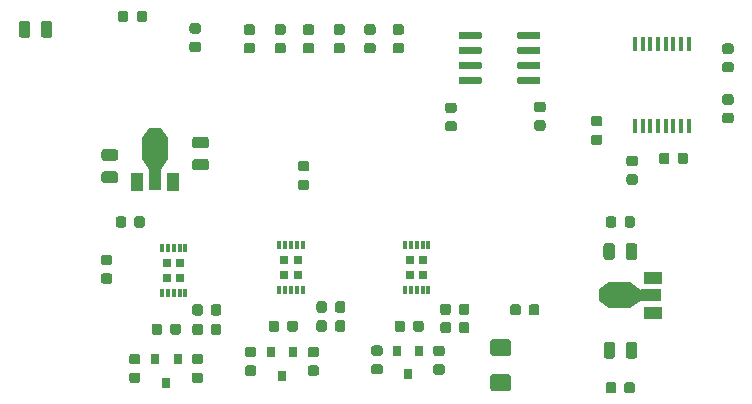
<source format=gtp>
G04 #@! TF.GenerationSoftware,KiCad,Pcbnew,(5.1.5-0-10_14)*
G04 #@! TF.CreationDate,2020-04-19T22:53:18-04:00*
G04 #@! TF.ProjectId,RPi-pHat-Thermocouple,5250692d-7048-4617-942d-546865726d6f,rev?*
G04 #@! TF.SameCoordinates,Original*
G04 #@! TF.FileFunction,Paste,Top*
G04 #@! TF.FilePolarity,Positive*
%FSLAX46Y46*%
G04 Gerber Fmt 4.6, Leading zero omitted, Abs format (unit mm)*
G04 Created by KiCad (PCBNEW (5.1.5-0-10_14)) date 2020-04-19 22:53:18*
%MOMM*%
%LPD*%
G04 APERTURE LIST*
%ADD10R,0.400000X1.200000*%
%ADD11C,0.152400*%
%ADD12R,0.800000X0.900000*%
%ADD13R,0.300000X0.790000*%
%ADD14R,0.690000X0.780000*%
%ADD15R,1.000000X1.500000*%
%ADD16R,1.000000X1.800000*%
%ADD17R,2.200000X1.840000*%
%ADD18R,1.500000X1.000000*%
%ADD19R,1.800000X1.000000*%
%ADD20R,1.840000X2.200000*%
G04 APERTURE END LIST*
D10*
X66237500Y-41366000D03*
X66887500Y-41366000D03*
X67537500Y-41366000D03*
X68187500Y-41366000D03*
X68837500Y-41366000D03*
X69487500Y-41366000D03*
X70137500Y-41366000D03*
X70787500Y-41366000D03*
X70787500Y-34466000D03*
X70137500Y-34466000D03*
X69487500Y-34466000D03*
X68837500Y-34466000D03*
X68187500Y-34466000D03*
X67537500Y-34466000D03*
X66887500Y-34466000D03*
X66237500Y-34466000D03*
D11*
G36*
X29477691Y-62251053D02*
G01*
X29498926Y-62254203D01*
X29519750Y-62259419D01*
X29539962Y-62266651D01*
X29559368Y-62275830D01*
X29577781Y-62286866D01*
X29595024Y-62299654D01*
X29610930Y-62314070D01*
X29625346Y-62329976D01*
X29638134Y-62347219D01*
X29649170Y-62365632D01*
X29658349Y-62385038D01*
X29665581Y-62405250D01*
X29670797Y-62426074D01*
X29673947Y-62447309D01*
X29675000Y-62468750D01*
X29675000Y-62906250D01*
X29673947Y-62927691D01*
X29670797Y-62948926D01*
X29665581Y-62969750D01*
X29658349Y-62989962D01*
X29649170Y-63009368D01*
X29638134Y-63027781D01*
X29625346Y-63045024D01*
X29610930Y-63060930D01*
X29595024Y-63075346D01*
X29577781Y-63088134D01*
X29559368Y-63099170D01*
X29539962Y-63108349D01*
X29519750Y-63115581D01*
X29498926Y-63120797D01*
X29477691Y-63123947D01*
X29456250Y-63125000D01*
X28943750Y-63125000D01*
X28922309Y-63123947D01*
X28901074Y-63120797D01*
X28880250Y-63115581D01*
X28860038Y-63108349D01*
X28840632Y-63099170D01*
X28822219Y-63088134D01*
X28804976Y-63075346D01*
X28789070Y-63060930D01*
X28774654Y-63045024D01*
X28761866Y-63027781D01*
X28750830Y-63009368D01*
X28741651Y-62989962D01*
X28734419Y-62969750D01*
X28729203Y-62948926D01*
X28726053Y-62927691D01*
X28725000Y-62906250D01*
X28725000Y-62468750D01*
X28726053Y-62447309D01*
X28729203Y-62426074D01*
X28734419Y-62405250D01*
X28741651Y-62385038D01*
X28750830Y-62365632D01*
X28761866Y-62347219D01*
X28774654Y-62329976D01*
X28789070Y-62314070D01*
X28804976Y-62299654D01*
X28822219Y-62286866D01*
X28840632Y-62275830D01*
X28860038Y-62266651D01*
X28880250Y-62259419D01*
X28901074Y-62254203D01*
X28922309Y-62251053D01*
X28943750Y-62250000D01*
X29456250Y-62250000D01*
X29477691Y-62251053D01*
G37*
G36*
X29477691Y-60676053D02*
G01*
X29498926Y-60679203D01*
X29519750Y-60684419D01*
X29539962Y-60691651D01*
X29559368Y-60700830D01*
X29577781Y-60711866D01*
X29595024Y-60724654D01*
X29610930Y-60739070D01*
X29625346Y-60754976D01*
X29638134Y-60772219D01*
X29649170Y-60790632D01*
X29658349Y-60810038D01*
X29665581Y-60830250D01*
X29670797Y-60851074D01*
X29673947Y-60872309D01*
X29675000Y-60893750D01*
X29675000Y-61331250D01*
X29673947Y-61352691D01*
X29670797Y-61373926D01*
X29665581Y-61394750D01*
X29658349Y-61414962D01*
X29649170Y-61434368D01*
X29638134Y-61452781D01*
X29625346Y-61470024D01*
X29610930Y-61485930D01*
X29595024Y-61500346D01*
X29577781Y-61513134D01*
X29559368Y-61524170D01*
X29539962Y-61533349D01*
X29519750Y-61540581D01*
X29498926Y-61545797D01*
X29477691Y-61548947D01*
X29456250Y-61550000D01*
X28943750Y-61550000D01*
X28922309Y-61548947D01*
X28901074Y-61545797D01*
X28880250Y-61540581D01*
X28860038Y-61533349D01*
X28840632Y-61524170D01*
X28822219Y-61513134D01*
X28804976Y-61500346D01*
X28789070Y-61485930D01*
X28774654Y-61470024D01*
X28761866Y-61452781D01*
X28750830Y-61434368D01*
X28741651Y-61414962D01*
X28734419Y-61394750D01*
X28729203Y-61373926D01*
X28726053Y-61352691D01*
X28725000Y-61331250D01*
X28725000Y-60893750D01*
X28726053Y-60872309D01*
X28729203Y-60851074D01*
X28734419Y-60830250D01*
X28741651Y-60810038D01*
X28750830Y-60790632D01*
X28761866Y-60772219D01*
X28774654Y-60754976D01*
X28789070Y-60739070D01*
X28804976Y-60724654D01*
X28822219Y-60711866D01*
X28840632Y-60700830D01*
X28860038Y-60691651D01*
X28880250Y-60684419D01*
X28901074Y-60679203D01*
X28922309Y-60676053D01*
X28943750Y-60675000D01*
X29456250Y-60675000D01*
X29477691Y-60676053D01*
G37*
G36*
X58102203Y-37221722D02*
G01*
X58116764Y-37223882D01*
X58131043Y-37227459D01*
X58144903Y-37232418D01*
X58158210Y-37238712D01*
X58170836Y-37246280D01*
X58182659Y-37255048D01*
X58193566Y-37264934D01*
X58203452Y-37275841D01*
X58212220Y-37287664D01*
X58219788Y-37300290D01*
X58226082Y-37313597D01*
X58231041Y-37327457D01*
X58234618Y-37341736D01*
X58236778Y-37356297D01*
X58237500Y-37371000D01*
X58237500Y-37671000D01*
X58236778Y-37685703D01*
X58234618Y-37700264D01*
X58231041Y-37714543D01*
X58226082Y-37728403D01*
X58219788Y-37741710D01*
X58212220Y-37754336D01*
X58203452Y-37766159D01*
X58193566Y-37777066D01*
X58182659Y-37786952D01*
X58170836Y-37795720D01*
X58158210Y-37803288D01*
X58144903Y-37809582D01*
X58131043Y-37814541D01*
X58116764Y-37818118D01*
X58102203Y-37820278D01*
X58087500Y-37821000D01*
X56437500Y-37821000D01*
X56422797Y-37820278D01*
X56408236Y-37818118D01*
X56393957Y-37814541D01*
X56380097Y-37809582D01*
X56366790Y-37803288D01*
X56354164Y-37795720D01*
X56342341Y-37786952D01*
X56331434Y-37777066D01*
X56321548Y-37766159D01*
X56312780Y-37754336D01*
X56305212Y-37741710D01*
X56298918Y-37728403D01*
X56293959Y-37714543D01*
X56290382Y-37700264D01*
X56288222Y-37685703D01*
X56287500Y-37671000D01*
X56287500Y-37371000D01*
X56288222Y-37356297D01*
X56290382Y-37341736D01*
X56293959Y-37327457D01*
X56298918Y-37313597D01*
X56305212Y-37300290D01*
X56312780Y-37287664D01*
X56321548Y-37275841D01*
X56331434Y-37264934D01*
X56342341Y-37255048D01*
X56354164Y-37246280D01*
X56366790Y-37238712D01*
X56380097Y-37232418D01*
X56393957Y-37227459D01*
X56408236Y-37223882D01*
X56422797Y-37221722D01*
X56437500Y-37221000D01*
X58087500Y-37221000D01*
X58102203Y-37221722D01*
G37*
G36*
X58102203Y-35951722D02*
G01*
X58116764Y-35953882D01*
X58131043Y-35957459D01*
X58144903Y-35962418D01*
X58158210Y-35968712D01*
X58170836Y-35976280D01*
X58182659Y-35985048D01*
X58193566Y-35994934D01*
X58203452Y-36005841D01*
X58212220Y-36017664D01*
X58219788Y-36030290D01*
X58226082Y-36043597D01*
X58231041Y-36057457D01*
X58234618Y-36071736D01*
X58236778Y-36086297D01*
X58237500Y-36101000D01*
X58237500Y-36401000D01*
X58236778Y-36415703D01*
X58234618Y-36430264D01*
X58231041Y-36444543D01*
X58226082Y-36458403D01*
X58219788Y-36471710D01*
X58212220Y-36484336D01*
X58203452Y-36496159D01*
X58193566Y-36507066D01*
X58182659Y-36516952D01*
X58170836Y-36525720D01*
X58158210Y-36533288D01*
X58144903Y-36539582D01*
X58131043Y-36544541D01*
X58116764Y-36548118D01*
X58102203Y-36550278D01*
X58087500Y-36551000D01*
X56437500Y-36551000D01*
X56422797Y-36550278D01*
X56408236Y-36548118D01*
X56393957Y-36544541D01*
X56380097Y-36539582D01*
X56366790Y-36533288D01*
X56354164Y-36525720D01*
X56342341Y-36516952D01*
X56331434Y-36507066D01*
X56321548Y-36496159D01*
X56312780Y-36484336D01*
X56305212Y-36471710D01*
X56298918Y-36458403D01*
X56293959Y-36444543D01*
X56290382Y-36430264D01*
X56288222Y-36415703D01*
X56287500Y-36401000D01*
X56287500Y-36101000D01*
X56288222Y-36086297D01*
X56290382Y-36071736D01*
X56293959Y-36057457D01*
X56298918Y-36043597D01*
X56305212Y-36030290D01*
X56312780Y-36017664D01*
X56321548Y-36005841D01*
X56331434Y-35994934D01*
X56342341Y-35985048D01*
X56354164Y-35976280D01*
X56366790Y-35968712D01*
X56380097Y-35962418D01*
X56393957Y-35957459D01*
X56408236Y-35953882D01*
X56422797Y-35951722D01*
X56437500Y-35951000D01*
X58087500Y-35951000D01*
X58102203Y-35951722D01*
G37*
G36*
X58102203Y-34681722D02*
G01*
X58116764Y-34683882D01*
X58131043Y-34687459D01*
X58144903Y-34692418D01*
X58158210Y-34698712D01*
X58170836Y-34706280D01*
X58182659Y-34715048D01*
X58193566Y-34724934D01*
X58203452Y-34735841D01*
X58212220Y-34747664D01*
X58219788Y-34760290D01*
X58226082Y-34773597D01*
X58231041Y-34787457D01*
X58234618Y-34801736D01*
X58236778Y-34816297D01*
X58237500Y-34831000D01*
X58237500Y-35131000D01*
X58236778Y-35145703D01*
X58234618Y-35160264D01*
X58231041Y-35174543D01*
X58226082Y-35188403D01*
X58219788Y-35201710D01*
X58212220Y-35214336D01*
X58203452Y-35226159D01*
X58193566Y-35237066D01*
X58182659Y-35246952D01*
X58170836Y-35255720D01*
X58158210Y-35263288D01*
X58144903Y-35269582D01*
X58131043Y-35274541D01*
X58116764Y-35278118D01*
X58102203Y-35280278D01*
X58087500Y-35281000D01*
X56437500Y-35281000D01*
X56422797Y-35280278D01*
X56408236Y-35278118D01*
X56393957Y-35274541D01*
X56380097Y-35269582D01*
X56366790Y-35263288D01*
X56354164Y-35255720D01*
X56342341Y-35246952D01*
X56331434Y-35237066D01*
X56321548Y-35226159D01*
X56312780Y-35214336D01*
X56305212Y-35201710D01*
X56298918Y-35188403D01*
X56293959Y-35174543D01*
X56290382Y-35160264D01*
X56288222Y-35145703D01*
X56287500Y-35131000D01*
X56287500Y-34831000D01*
X56288222Y-34816297D01*
X56290382Y-34801736D01*
X56293959Y-34787457D01*
X56298918Y-34773597D01*
X56305212Y-34760290D01*
X56312780Y-34747664D01*
X56321548Y-34735841D01*
X56331434Y-34724934D01*
X56342341Y-34715048D01*
X56354164Y-34706280D01*
X56366790Y-34698712D01*
X56380097Y-34692418D01*
X56393957Y-34687459D01*
X56408236Y-34683882D01*
X56422797Y-34681722D01*
X56437500Y-34681000D01*
X58087500Y-34681000D01*
X58102203Y-34681722D01*
G37*
G36*
X58102203Y-33411722D02*
G01*
X58116764Y-33413882D01*
X58131043Y-33417459D01*
X58144903Y-33422418D01*
X58158210Y-33428712D01*
X58170836Y-33436280D01*
X58182659Y-33445048D01*
X58193566Y-33454934D01*
X58203452Y-33465841D01*
X58212220Y-33477664D01*
X58219788Y-33490290D01*
X58226082Y-33503597D01*
X58231041Y-33517457D01*
X58234618Y-33531736D01*
X58236778Y-33546297D01*
X58237500Y-33561000D01*
X58237500Y-33861000D01*
X58236778Y-33875703D01*
X58234618Y-33890264D01*
X58231041Y-33904543D01*
X58226082Y-33918403D01*
X58219788Y-33931710D01*
X58212220Y-33944336D01*
X58203452Y-33956159D01*
X58193566Y-33967066D01*
X58182659Y-33976952D01*
X58170836Y-33985720D01*
X58158210Y-33993288D01*
X58144903Y-33999582D01*
X58131043Y-34004541D01*
X58116764Y-34008118D01*
X58102203Y-34010278D01*
X58087500Y-34011000D01*
X56437500Y-34011000D01*
X56422797Y-34010278D01*
X56408236Y-34008118D01*
X56393957Y-34004541D01*
X56380097Y-33999582D01*
X56366790Y-33993288D01*
X56354164Y-33985720D01*
X56342341Y-33976952D01*
X56331434Y-33967066D01*
X56321548Y-33956159D01*
X56312780Y-33944336D01*
X56305212Y-33931710D01*
X56298918Y-33918403D01*
X56293959Y-33904543D01*
X56290382Y-33890264D01*
X56288222Y-33875703D01*
X56287500Y-33861000D01*
X56287500Y-33561000D01*
X56288222Y-33546297D01*
X56290382Y-33531736D01*
X56293959Y-33517457D01*
X56298918Y-33503597D01*
X56305212Y-33490290D01*
X56312780Y-33477664D01*
X56321548Y-33465841D01*
X56331434Y-33454934D01*
X56342341Y-33445048D01*
X56354164Y-33436280D01*
X56366790Y-33428712D01*
X56380097Y-33422418D01*
X56393957Y-33417459D01*
X56408236Y-33413882D01*
X56422797Y-33411722D01*
X56437500Y-33411000D01*
X58087500Y-33411000D01*
X58102203Y-33411722D01*
G37*
G36*
X53152203Y-33411722D02*
G01*
X53166764Y-33413882D01*
X53181043Y-33417459D01*
X53194903Y-33422418D01*
X53208210Y-33428712D01*
X53220836Y-33436280D01*
X53232659Y-33445048D01*
X53243566Y-33454934D01*
X53253452Y-33465841D01*
X53262220Y-33477664D01*
X53269788Y-33490290D01*
X53276082Y-33503597D01*
X53281041Y-33517457D01*
X53284618Y-33531736D01*
X53286778Y-33546297D01*
X53287500Y-33561000D01*
X53287500Y-33861000D01*
X53286778Y-33875703D01*
X53284618Y-33890264D01*
X53281041Y-33904543D01*
X53276082Y-33918403D01*
X53269788Y-33931710D01*
X53262220Y-33944336D01*
X53253452Y-33956159D01*
X53243566Y-33967066D01*
X53232659Y-33976952D01*
X53220836Y-33985720D01*
X53208210Y-33993288D01*
X53194903Y-33999582D01*
X53181043Y-34004541D01*
X53166764Y-34008118D01*
X53152203Y-34010278D01*
X53137500Y-34011000D01*
X51487500Y-34011000D01*
X51472797Y-34010278D01*
X51458236Y-34008118D01*
X51443957Y-34004541D01*
X51430097Y-33999582D01*
X51416790Y-33993288D01*
X51404164Y-33985720D01*
X51392341Y-33976952D01*
X51381434Y-33967066D01*
X51371548Y-33956159D01*
X51362780Y-33944336D01*
X51355212Y-33931710D01*
X51348918Y-33918403D01*
X51343959Y-33904543D01*
X51340382Y-33890264D01*
X51338222Y-33875703D01*
X51337500Y-33861000D01*
X51337500Y-33561000D01*
X51338222Y-33546297D01*
X51340382Y-33531736D01*
X51343959Y-33517457D01*
X51348918Y-33503597D01*
X51355212Y-33490290D01*
X51362780Y-33477664D01*
X51371548Y-33465841D01*
X51381434Y-33454934D01*
X51392341Y-33445048D01*
X51404164Y-33436280D01*
X51416790Y-33428712D01*
X51430097Y-33422418D01*
X51443957Y-33417459D01*
X51458236Y-33413882D01*
X51472797Y-33411722D01*
X51487500Y-33411000D01*
X53137500Y-33411000D01*
X53152203Y-33411722D01*
G37*
G36*
X53152203Y-34681722D02*
G01*
X53166764Y-34683882D01*
X53181043Y-34687459D01*
X53194903Y-34692418D01*
X53208210Y-34698712D01*
X53220836Y-34706280D01*
X53232659Y-34715048D01*
X53243566Y-34724934D01*
X53253452Y-34735841D01*
X53262220Y-34747664D01*
X53269788Y-34760290D01*
X53276082Y-34773597D01*
X53281041Y-34787457D01*
X53284618Y-34801736D01*
X53286778Y-34816297D01*
X53287500Y-34831000D01*
X53287500Y-35131000D01*
X53286778Y-35145703D01*
X53284618Y-35160264D01*
X53281041Y-35174543D01*
X53276082Y-35188403D01*
X53269788Y-35201710D01*
X53262220Y-35214336D01*
X53253452Y-35226159D01*
X53243566Y-35237066D01*
X53232659Y-35246952D01*
X53220836Y-35255720D01*
X53208210Y-35263288D01*
X53194903Y-35269582D01*
X53181043Y-35274541D01*
X53166764Y-35278118D01*
X53152203Y-35280278D01*
X53137500Y-35281000D01*
X51487500Y-35281000D01*
X51472797Y-35280278D01*
X51458236Y-35278118D01*
X51443957Y-35274541D01*
X51430097Y-35269582D01*
X51416790Y-35263288D01*
X51404164Y-35255720D01*
X51392341Y-35246952D01*
X51381434Y-35237066D01*
X51371548Y-35226159D01*
X51362780Y-35214336D01*
X51355212Y-35201710D01*
X51348918Y-35188403D01*
X51343959Y-35174543D01*
X51340382Y-35160264D01*
X51338222Y-35145703D01*
X51337500Y-35131000D01*
X51337500Y-34831000D01*
X51338222Y-34816297D01*
X51340382Y-34801736D01*
X51343959Y-34787457D01*
X51348918Y-34773597D01*
X51355212Y-34760290D01*
X51362780Y-34747664D01*
X51371548Y-34735841D01*
X51381434Y-34724934D01*
X51392341Y-34715048D01*
X51404164Y-34706280D01*
X51416790Y-34698712D01*
X51430097Y-34692418D01*
X51443957Y-34687459D01*
X51458236Y-34683882D01*
X51472797Y-34681722D01*
X51487500Y-34681000D01*
X53137500Y-34681000D01*
X53152203Y-34681722D01*
G37*
G36*
X53152203Y-35951722D02*
G01*
X53166764Y-35953882D01*
X53181043Y-35957459D01*
X53194903Y-35962418D01*
X53208210Y-35968712D01*
X53220836Y-35976280D01*
X53232659Y-35985048D01*
X53243566Y-35994934D01*
X53253452Y-36005841D01*
X53262220Y-36017664D01*
X53269788Y-36030290D01*
X53276082Y-36043597D01*
X53281041Y-36057457D01*
X53284618Y-36071736D01*
X53286778Y-36086297D01*
X53287500Y-36101000D01*
X53287500Y-36401000D01*
X53286778Y-36415703D01*
X53284618Y-36430264D01*
X53281041Y-36444543D01*
X53276082Y-36458403D01*
X53269788Y-36471710D01*
X53262220Y-36484336D01*
X53253452Y-36496159D01*
X53243566Y-36507066D01*
X53232659Y-36516952D01*
X53220836Y-36525720D01*
X53208210Y-36533288D01*
X53194903Y-36539582D01*
X53181043Y-36544541D01*
X53166764Y-36548118D01*
X53152203Y-36550278D01*
X53137500Y-36551000D01*
X51487500Y-36551000D01*
X51472797Y-36550278D01*
X51458236Y-36548118D01*
X51443957Y-36544541D01*
X51430097Y-36539582D01*
X51416790Y-36533288D01*
X51404164Y-36525720D01*
X51392341Y-36516952D01*
X51381434Y-36507066D01*
X51371548Y-36496159D01*
X51362780Y-36484336D01*
X51355212Y-36471710D01*
X51348918Y-36458403D01*
X51343959Y-36444543D01*
X51340382Y-36430264D01*
X51338222Y-36415703D01*
X51337500Y-36401000D01*
X51337500Y-36101000D01*
X51338222Y-36086297D01*
X51340382Y-36071736D01*
X51343959Y-36057457D01*
X51348918Y-36043597D01*
X51355212Y-36030290D01*
X51362780Y-36017664D01*
X51371548Y-36005841D01*
X51381434Y-35994934D01*
X51392341Y-35985048D01*
X51404164Y-35976280D01*
X51416790Y-35968712D01*
X51430097Y-35962418D01*
X51443957Y-35957459D01*
X51458236Y-35953882D01*
X51472797Y-35951722D01*
X51487500Y-35951000D01*
X53137500Y-35951000D01*
X53152203Y-35951722D01*
G37*
G36*
X53152203Y-37221722D02*
G01*
X53166764Y-37223882D01*
X53181043Y-37227459D01*
X53194903Y-37232418D01*
X53208210Y-37238712D01*
X53220836Y-37246280D01*
X53232659Y-37255048D01*
X53243566Y-37264934D01*
X53253452Y-37275841D01*
X53262220Y-37287664D01*
X53269788Y-37300290D01*
X53276082Y-37313597D01*
X53281041Y-37327457D01*
X53284618Y-37341736D01*
X53286778Y-37356297D01*
X53287500Y-37371000D01*
X53287500Y-37671000D01*
X53286778Y-37685703D01*
X53284618Y-37700264D01*
X53281041Y-37714543D01*
X53276082Y-37728403D01*
X53269788Y-37741710D01*
X53262220Y-37754336D01*
X53253452Y-37766159D01*
X53243566Y-37777066D01*
X53232659Y-37786952D01*
X53220836Y-37795720D01*
X53208210Y-37803288D01*
X53194903Y-37809582D01*
X53181043Y-37814541D01*
X53166764Y-37818118D01*
X53152203Y-37820278D01*
X53137500Y-37821000D01*
X51487500Y-37821000D01*
X51472797Y-37820278D01*
X51458236Y-37818118D01*
X51443957Y-37814541D01*
X51430097Y-37809582D01*
X51416790Y-37803288D01*
X51404164Y-37795720D01*
X51392341Y-37786952D01*
X51381434Y-37777066D01*
X51371548Y-37766159D01*
X51362780Y-37754336D01*
X51355212Y-37741710D01*
X51348918Y-37728403D01*
X51343959Y-37714543D01*
X51340382Y-37700264D01*
X51338222Y-37685703D01*
X51337500Y-37671000D01*
X51337500Y-37371000D01*
X51338222Y-37356297D01*
X51340382Y-37341736D01*
X51343959Y-37327457D01*
X51348918Y-37313597D01*
X51355212Y-37300290D01*
X51362780Y-37287664D01*
X51371548Y-37275841D01*
X51381434Y-37264934D01*
X51392341Y-37255048D01*
X51404164Y-37246280D01*
X51416790Y-37238712D01*
X51430097Y-37232418D01*
X51443957Y-37227459D01*
X51458236Y-37223882D01*
X51472797Y-37221722D01*
X51487500Y-37221000D01*
X53137500Y-37221000D01*
X53152203Y-37221722D01*
G37*
G36*
X14830142Y-32501174D02*
G01*
X14853803Y-32504684D01*
X14877007Y-32510496D01*
X14899529Y-32518554D01*
X14921153Y-32528782D01*
X14941670Y-32541079D01*
X14960883Y-32555329D01*
X14978607Y-32571393D01*
X14994671Y-32589117D01*
X15008921Y-32608330D01*
X15021218Y-32628847D01*
X15031446Y-32650471D01*
X15039504Y-32672993D01*
X15045316Y-32696197D01*
X15048826Y-32719858D01*
X15050000Y-32743750D01*
X15050000Y-33656250D01*
X15048826Y-33680142D01*
X15045316Y-33703803D01*
X15039504Y-33727007D01*
X15031446Y-33749529D01*
X15021218Y-33771153D01*
X15008921Y-33791670D01*
X14994671Y-33810883D01*
X14978607Y-33828607D01*
X14960883Y-33844671D01*
X14941670Y-33858921D01*
X14921153Y-33871218D01*
X14899529Y-33881446D01*
X14877007Y-33889504D01*
X14853803Y-33895316D01*
X14830142Y-33898826D01*
X14806250Y-33900000D01*
X14318750Y-33900000D01*
X14294858Y-33898826D01*
X14271197Y-33895316D01*
X14247993Y-33889504D01*
X14225471Y-33881446D01*
X14203847Y-33871218D01*
X14183330Y-33858921D01*
X14164117Y-33844671D01*
X14146393Y-33828607D01*
X14130329Y-33810883D01*
X14116079Y-33791670D01*
X14103782Y-33771153D01*
X14093554Y-33749529D01*
X14085496Y-33727007D01*
X14079684Y-33703803D01*
X14076174Y-33680142D01*
X14075000Y-33656250D01*
X14075000Y-32743750D01*
X14076174Y-32719858D01*
X14079684Y-32696197D01*
X14085496Y-32672993D01*
X14093554Y-32650471D01*
X14103782Y-32628847D01*
X14116079Y-32608330D01*
X14130329Y-32589117D01*
X14146393Y-32571393D01*
X14164117Y-32555329D01*
X14183330Y-32541079D01*
X14203847Y-32528782D01*
X14225471Y-32518554D01*
X14247993Y-32510496D01*
X14271197Y-32504684D01*
X14294858Y-32501174D01*
X14318750Y-32500000D01*
X14806250Y-32500000D01*
X14830142Y-32501174D01*
G37*
G36*
X16705142Y-32501174D02*
G01*
X16728803Y-32504684D01*
X16752007Y-32510496D01*
X16774529Y-32518554D01*
X16796153Y-32528782D01*
X16816670Y-32541079D01*
X16835883Y-32555329D01*
X16853607Y-32571393D01*
X16869671Y-32589117D01*
X16883921Y-32608330D01*
X16896218Y-32628847D01*
X16906446Y-32650471D01*
X16914504Y-32672993D01*
X16920316Y-32696197D01*
X16923826Y-32719858D01*
X16925000Y-32743750D01*
X16925000Y-33656250D01*
X16923826Y-33680142D01*
X16920316Y-33703803D01*
X16914504Y-33727007D01*
X16906446Y-33749529D01*
X16896218Y-33771153D01*
X16883921Y-33791670D01*
X16869671Y-33810883D01*
X16853607Y-33828607D01*
X16835883Y-33844671D01*
X16816670Y-33858921D01*
X16796153Y-33871218D01*
X16774529Y-33881446D01*
X16752007Y-33889504D01*
X16728803Y-33895316D01*
X16705142Y-33898826D01*
X16681250Y-33900000D01*
X16193750Y-33900000D01*
X16169858Y-33898826D01*
X16146197Y-33895316D01*
X16122993Y-33889504D01*
X16100471Y-33881446D01*
X16078847Y-33871218D01*
X16058330Y-33858921D01*
X16039117Y-33844671D01*
X16021393Y-33828607D01*
X16005329Y-33810883D01*
X15991079Y-33791670D01*
X15978782Y-33771153D01*
X15968554Y-33749529D01*
X15960496Y-33727007D01*
X15954684Y-33703803D01*
X15951174Y-33680142D01*
X15950000Y-33656250D01*
X15950000Y-32743750D01*
X15951174Y-32719858D01*
X15954684Y-32696197D01*
X15960496Y-32672993D01*
X15968554Y-32650471D01*
X15978782Y-32628847D01*
X15991079Y-32608330D01*
X16005329Y-32589117D01*
X16021393Y-32571393D01*
X16039117Y-32555329D01*
X16058330Y-32541079D01*
X16078847Y-32528782D01*
X16100471Y-32518554D01*
X16122993Y-32510496D01*
X16146197Y-32504684D01*
X16169858Y-32501174D01*
X16193750Y-32500000D01*
X16681250Y-32500000D01*
X16705142Y-32501174D01*
G37*
D12*
X27512500Y-61116000D03*
X25612500Y-61116000D03*
X26562500Y-63116000D03*
D11*
G36*
X29452691Y-56476053D02*
G01*
X29473926Y-56479203D01*
X29494750Y-56484419D01*
X29514962Y-56491651D01*
X29534368Y-56500830D01*
X29552781Y-56511866D01*
X29570024Y-56524654D01*
X29585930Y-56539070D01*
X29600346Y-56554976D01*
X29613134Y-56572219D01*
X29624170Y-56590632D01*
X29633349Y-56610038D01*
X29640581Y-56630250D01*
X29645797Y-56651074D01*
X29648947Y-56672309D01*
X29650000Y-56693750D01*
X29650000Y-57206250D01*
X29648947Y-57227691D01*
X29645797Y-57248926D01*
X29640581Y-57269750D01*
X29633349Y-57289962D01*
X29624170Y-57309368D01*
X29613134Y-57327781D01*
X29600346Y-57345024D01*
X29585930Y-57360930D01*
X29570024Y-57375346D01*
X29552781Y-57388134D01*
X29534368Y-57399170D01*
X29514962Y-57408349D01*
X29494750Y-57415581D01*
X29473926Y-57420797D01*
X29452691Y-57423947D01*
X29431250Y-57425000D01*
X28993750Y-57425000D01*
X28972309Y-57423947D01*
X28951074Y-57420797D01*
X28930250Y-57415581D01*
X28910038Y-57408349D01*
X28890632Y-57399170D01*
X28872219Y-57388134D01*
X28854976Y-57375346D01*
X28839070Y-57360930D01*
X28824654Y-57345024D01*
X28811866Y-57327781D01*
X28800830Y-57309368D01*
X28791651Y-57289962D01*
X28784419Y-57269750D01*
X28779203Y-57248926D01*
X28776053Y-57227691D01*
X28775000Y-57206250D01*
X28775000Y-56693750D01*
X28776053Y-56672309D01*
X28779203Y-56651074D01*
X28784419Y-56630250D01*
X28791651Y-56610038D01*
X28800830Y-56590632D01*
X28811866Y-56572219D01*
X28824654Y-56554976D01*
X28839070Y-56539070D01*
X28854976Y-56524654D01*
X28872219Y-56511866D01*
X28890632Y-56500830D01*
X28910038Y-56491651D01*
X28930250Y-56484419D01*
X28951074Y-56479203D01*
X28972309Y-56476053D01*
X28993750Y-56475000D01*
X29431250Y-56475000D01*
X29452691Y-56476053D01*
G37*
G36*
X31027691Y-56476053D02*
G01*
X31048926Y-56479203D01*
X31069750Y-56484419D01*
X31089962Y-56491651D01*
X31109368Y-56500830D01*
X31127781Y-56511866D01*
X31145024Y-56524654D01*
X31160930Y-56539070D01*
X31175346Y-56554976D01*
X31188134Y-56572219D01*
X31199170Y-56590632D01*
X31208349Y-56610038D01*
X31215581Y-56630250D01*
X31220797Y-56651074D01*
X31223947Y-56672309D01*
X31225000Y-56693750D01*
X31225000Y-57206250D01*
X31223947Y-57227691D01*
X31220797Y-57248926D01*
X31215581Y-57269750D01*
X31208349Y-57289962D01*
X31199170Y-57309368D01*
X31188134Y-57327781D01*
X31175346Y-57345024D01*
X31160930Y-57360930D01*
X31145024Y-57375346D01*
X31127781Y-57388134D01*
X31109368Y-57399170D01*
X31089962Y-57408349D01*
X31069750Y-57415581D01*
X31048926Y-57420797D01*
X31027691Y-57423947D01*
X31006250Y-57425000D01*
X30568750Y-57425000D01*
X30547309Y-57423947D01*
X30526074Y-57420797D01*
X30505250Y-57415581D01*
X30485038Y-57408349D01*
X30465632Y-57399170D01*
X30447219Y-57388134D01*
X30429976Y-57375346D01*
X30414070Y-57360930D01*
X30399654Y-57345024D01*
X30386866Y-57327781D01*
X30375830Y-57309368D01*
X30366651Y-57289962D01*
X30359419Y-57269750D01*
X30354203Y-57248926D01*
X30351053Y-57227691D01*
X30350000Y-57206250D01*
X30350000Y-56693750D01*
X30351053Y-56672309D01*
X30354203Y-56651074D01*
X30359419Y-56630250D01*
X30366651Y-56610038D01*
X30375830Y-56590632D01*
X30386866Y-56572219D01*
X30399654Y-56554976D01*
X30414070Y-56539070D01*
X30429976Y-56524654D01*
X30447219Y-56511866D01*
X30465632Y-56500830D01*
X30485038Y-56491651D01*
X30505250Y-56484419D01*
X30526074Y-56479203D01*
X30547309Y-56476053D01*
X30568750Y-56475000D01*
X31006250Y-56475000D01*
X31027691Y-56476053D01*
G37*
G36*
X27577691Y-58104053D02*
G01*
X27598926Y-58107203D01*
X27619750Y-58112419D01*
X27639962Y-58119651D01*
X27659368Y-58128830D01*
X27677781Y-58139866D01*
X27695024Y-58152654D01*
X27710930Y-58167070D01*
X27725346Y-58182976D01*
X27738134Y-58200219D01*
X27749170Y-58218632D01*
X27758349Y-58238038D01*
X27765581Y-58258250D01*
X27770797Y-58279074D01*
X27773947Y-58300309D01*
X27775000Y-58321750D01*
X27775000Y-58834250D01*
X27773947Y-58855691D01*
X27770797Y-58876926D01*
X27765581Y-58897750D01*
X27758349Y-58917962D01*
X27749170Y-58937368D01*
X27738134Y-58955781D01*
X27725346Y-58973024D01*
X27710930Y-58988930D01*
X27695024Y-59003346D01*
X27677781Y-59016134D01*
X27659368Y-59027170D01*
X27639962Y-59036349D01*
X27619750Y-59043581D01*
X27598926Y-59048797D01*
X27577691Y-59051947D01*
X27556250Y-59053000D01*
X27118750Y-59053000D01*
X27097309Y-59051947D01*
X27076074Y-59048797D01*
X27055250Y-59043581D01*
X27035038Y-59036349D01*
X27015632Y-59027170D01*
X26997219Y-59016134D01*
X26979976Y-59003346D01*
X26964070Y-58988930D01*
X26949654Y-58973024D01*
X26936866Y-58955781D01*
X26925830Y-58937368D01*
X26916651Y-58917962D01*
X26909419Y-58897750D01*
X26904203Y-58876926D01*
X26901053Y-58855691D01*
X26900000Y-58834250D01*
X26900000Y-58321750D01*
X26901053Y-58300309D01*
X26904203Y-58279074D01*
X26909419Y-58258250D01*
X26916651Y-58238038D01*
X26925830Y-58218632D01*
X26936866Y-58200219D01*
X26949654Y-58182976D01*
X26964070Y-58167070D01*
X26979976Y-58152654D01*
X26997219Y-58139866D01*
X27015632Y-58128830D01*
X27035038Y-58119651D01*
X27055250Y-58112419D01*
X27076074Y-58107203D01*
X27097309Y-58104053D01*
X27118750Y-58103000D01*
X27556250Y-58103000D01*
X27577691Y-58104053D01*
G37*
G36*
X26002691Y-58104053D02*
G01*
X26023926Y-58107203D01*
X26044750Y-58112419D01*
X26064962Y-58119651D01*
X26084368Y-58128830D01*
X26102781Y-58139866D01*
X26120024Y-58152654D01*
X26135930Y-58167070D01*
X26150346Y-58182976D01*
X26163134Y-58200219D01*
X26174170Y-58218632D01*
X26183349Y-58238038D01*
X26190581Y-58258250D01*
X26195797Y-58279074D01*
X26198947Y-58300309D01*
X26200000Y-58321750D01*
X26200000Y-58834250D01*
X26198947Y-58855691D01*
X26195797Y-58876926D01*
X26190581Y-58897750D01*
X26183349Y-58917962D01*
X26174170Y-58937368D01*
X26163134Y-58955781D01*
X26150346Y-58973024D01*
X26135930Y-58988930D01*
X26120024Y-59003346D01*
X26102781Y-59016134D01*
X26084368Y-59027170D01*
X26064962Y-59036349D01*
X26044750Y-59043581D01*
X26023926Y-59048797D01*
X26002691Y-59051947D01*
X25981250Y-59053000D01*
X25543750Y-59053000D01*
X25522309Y-59051947D01*
X25501074Y-59048797D01*
X25480250Y-59043581D01*
X25460038Y-59036349D01*
X25440632Y-59027170D01*
X25422219Y-59016134D01*
X25404976Y-59003346D01*
X25389070Y-58988930D01*
X25374654Y-58973024D01*
X25361866Y-58955781D01*
X25350830Y-58937368D01*
X25341651Y-58917962D01*
X25334419Y-58897750D01*
X25329203Y-58876926D01*
X25326053Y-58855691D01*
X25325000Y-58834250D01*
X25325000Y-58321750D01*
X25326053Y-58300309D01*
X25329203Y-58279074D01*
X25334419Y-58258250D01*
X25341651Y-58238038D01*
X25350830Y-58218632D01*
X25361866Y-58200219D01*
X25374654Y-58182976D01*
X25389070Y-58167070D01*
X25404976Y-58152654D01*
X25422219Y-58139866D01*
X25440632Y-58128830D01*
X25460038Y-58119651D01*
X25480250Y-58112419D01*
X25501074Y-58107203D01*
X25522309Y-58104053D01*
X25543750Y-58103000D01*
X25981250Y-58103000D01*
X26002691Y-58104053D01*
G37*
G36*
X38465191Y-45917053D02*
G01*
X38486426Y-45920203D01*
X38507250Y-45925419D01*
X38527462Y-45932651D01*
X38546868Y-45941830D01*
X38565281Y-45952866D01*
X38582524Y-45965654D01*
X38598430Y-45980070D01*
X38612846Y-45995976D01*
X38625634Y-46013219D01*
X38636670Y-46031632D01*
X38645849Y-46051038D01*
X38653081Y-46071250D01*
X38658297Y-46092074D01*
X38661447Y-46113309D01*
X38662500Y-46134750D01*
X38662500Y-46572250D01*
X38661447Y-46593691D01*
X38658297Y-46614926D01*
X38653081Y-46635750D01*
X38645849Y-46655962D01*
X38636670Y-46675368D01*
X38625634Y-46693781D01*
X38612846Y-46711024D01*
X38598430Y-46726930D01*
X38582524Y-46741346D01*
X38565281Y-46754134D01*
X38546868Y-46765170D01*
X38527462Y-46774349D01*
X38507250Y-46781581D01*
X38486426Y-46786797D01*
X38465191Y-46789947D01*
X38443750Y-46791000D01*
X37931250Y-46791000D01*
X37909809Y-46789947D01*
X37888574Y-46786797D01*
X37867750Y-46781581D01*
X37847538Y-46774349D01*
X37828132Y-46765170D01*
X37809719Y-46754134D01*
X37792476Y-46741346D01*
X37776570Y-46726930D01*
X37762154Y-46711024D01*
X37749366Y-46693781D01*
X37738330Y-46675368D01*
X37729151Y-46655962D01*
X37721919Y-46635750D01*
X37716703Y-46614926D01*
X37713553Y-46593691D01*
X37712500Y-46572250D01*
X37712500Y-46134750D01*
X37713553Y-46113309D01*
X37716703Y-46092074D01*
X37721919Y-46071250D01*
X37729151Y-46051038D01*
X37738330Y-46031632D01*
X37749366Y-46013219D01*
X37762154Y-45995976D01*
X37776570Y-45980070D01*
X37792476Y-45965654D01*
X37809719Y-45952866D01*
X37828132Y-45941830D01*
X37847538Y-45932651D01*
X37867750Y-45925419D01*
X37888574Y-45920203D01*
X37909809Y-45917053D01*
X37931250Y-45916000D01*
X38443750Y-45916000D01*
X38465191Y-45917053D01*
G37*
G36*
X38465191Y-44342053D02*
G01*
X38486426Y-44345203D01*
X38507250Y-44350419D01*
X38527462Y-44357651D01*
X38546868Y-44366830D01*
X38565281Y-44377866D01*
X38582524Y-44390654D01*
X38598430Y-44405070D01*
X38612846Y-44420976D01*
X38625634Y-44438219D01*
X38636670Y-44456632D01*
X38645849Y-44476038D01*
X38653081Y-44496250D01*
X38658297Y-44517074D01*
X38661447Y-44538309D01*
X38662500Y-44559750D01*
X38662500Y-44997250D01*
X38661447Y-45018691D01*
X38658297Y-45039926D01*
X38653081Y-45060750D01*
X38645849Y-45080962D01*
X38636670Y-45100368D01*
X38625634Y-45118781D01*
X38612846Y-45136024D01*
X38598430Y-45151930D01*
X38582524Y-45166346D01*
X38565281Y-45179134D01*
X38546868Y-45190170D01*
X38527462Y-45199349D01*
X38507250Y-45206581D01*
X38486426Y-45211797D01*
X38465191Y-45214947D01*
X38443750Y-45216000D01*
X37931250Y-45216000D01*
X37909809Y-45214947D01*
X37888574Y-45211797D01*
X37867750Y-45206581D01*
X37847538Y-45199349D01*
X37828132Y-45190170D01*
X37809719Y-45179134D01*
X37792476Y-45166346D01*
X37776570Y-45151930D01*
X37762154Y-45136024D01*
X37749366Y-45118781D01*
X37738330Y-45100368D01*
X37729151Y-45080962D01*
X37721919Y-45060750D01*
X37716703Y-45039926D01*
X37713553Y-45018691D01*
X37712500Y-44997250D01*
X37712500Y-44559750D01*
X37713553Y-44538309D01*
X37716703Y-44517074D01*
X37721919Y-44496250D01*
X37729151Y-44476038D01*
X37738330Y-44456632D01*
X37749366Y-44438219D01*
X37762154Y-44420976D01*
X37776570Y-44405070D01*
X37792476Y-44390654D01*
X37809719Y-44377866D01*
X37828132Y-44366830D01*
X37847538Y-44357651D01*
X37867750Y-44350419D01*
X37888574Y-44345203D01*
X37909809Y-44342053D01*
X37931250Y-44341000D01*
X38443750Y-44341000D01*
X38465191Y-44342053D01*
G37*
G36*
X39952691Y-56226053D02*
G01*
X39973926Y-56229203D01*
X39994750Y-56234419D01*
X40014962Y-56241651D01*
X40034368Y-56250830D01*
X40052781Y-56261866D01*
X40070024Y-56274654D01*
X40085930Y-56289070D01*
X40100346Y-56304976D01*
X40113134Y-56322219D01*
X40124170Y-56340632D01*
X40133349Y-56360038D01*
X40140581Y-56380250D01*
X40145797Y-56401074D01*
X40148947Y-56422309D01*
X40150000Y-56443750D01*
X40150000Y-56956250D01*
X40148947Y-56977691D01*
X40145797Y-56998926D01*
X40140581Y-57019750D01*
X40133349Y-57039962D01*
X40124170Y-57059368D01*
X40113134Y-57077781D01*
X40100346Y-57095024D01*
X40085930Y-57110930D01*
X40070024Y-57125346D01*
X40052781Y-57138134D01*
X40034368Y-57149170D01*
X40014962Y-57158349D01*
X39994750Y-57165581D01*
X39973926Y-57170797D01*
X39952691Y-57173947D01*
X39931250Y-57175000D01*
X39493750Y-57175000D01*
X39472309Y-57173947D01*
X39451074Y-57170797D01*
X39430250Y-57165581D01*
X39410038Y-57158349D01*
X39390632Y-57149170D01*
X39372219Y-57138134D01*
X39354976Y-57125346D01*
X39339070Y-57110930D01*
X39324654Y-57095024D01*
X39311866Y-57077781D01*
X39300830Y-57059368D01*
X39291651Y-57039962D01*
X39284419Y-57019750D01*
X39279203Y-56998926D01*
X39276053Y-56977691D01*
X39275000Y-56956250D01*
X39275000Y-56443750D01*
X39276053Y-56422309D01*
X39279203Y-56401074D01*
X39284419Y-56380250D01*
X39291651Y-56360038D01*
X39300830Y-56340632D01*
X39311866Y-56322219D01*
X39324654Y-56304976D01*
X39339070Y-56289070D01*
X39354976Y-56274654D01*
X39372219Y-56261866D01*
X39390632Y-56250830D01*
X39410038Y-56241651D01*
X39430250Y-56234419D01*
X39451074Y-56229203D01*
X39472309Y-56226053D01*
X39493750Y-56225000D01*
X39931250Y-56225000D01*
X39952691Y-56226053D01*
G37*
G36*
X41527691Y-56226053D02*
G01*
X41548926Y-56229203D01*
X41569750Y-56234419D01*
X41589962Y-56241651D01*
X41609368Y-56250830D01*
X41627781Y-56261866D01*
X41645024Y-56274654D01*
X41660930Y-56289070D01*
X41675346Y-56304976D01*
X41688134Y-56322219D01*
X41699170Y-56340632D01*
X41708349Y-56360038D01*
X41715581Y-56380250D01*
X41720797Y-56401074D01*
X41723947Y-56422309D01*
X41725000Y-56443750D01*
X41725000Y-56956250D01*
X41723947Y-56977691D01*
X41720797Y-56998926D01*
X41715581Y-57019750D01*
X41708349Y-57039962D01*
X41699170Y-57059368D01*
X41688134Y-57077781D01*
X41675346Y-57095024D01*
X41660930Y-57110930D01*
X41645024Y-57125346D01*
X41627781Y-57138134D01*
X41609368Y-57149170D01*
X41589962Y-57158349D01*
X41569750Y-57165581D01*
X41548926Y-57170797D01*
X41527691Y-57173947D01*
X41506250Y-57175000D01*
X41068750Y-57175000D01*
X41047309Y-57173947D01*
X41026074Y-57170797D01*
X41005250Y-57165581D01*
X40985038Y-57158349D01*
X40965632Y-57149170D01*
X40947219Y-57138134D01*
X40929976Y-57125346D01*
X40914070Y-57110930D01*
X40899654Y-57095024D01*
X40886866Y-57077781D01*
X40875830Y-57059368D01*
X40866651Y-57039962D01*
X40859419Y-57019750D01*
X40854203Y-56998926D01*
X40851053Y-56977691D01*
X40850000Y-56956250D01*
X40850000Y-56443750D01*
X40851053Y-56422309D01*
X40854203Y-56401074D01*
X40859419Y-56380250D01*
X40866651Y-56360038D01*
X40875830Y-56340632D01*
X40886866Y-56322219D01*
X40899654Y-56304976D01*
X40914070Y-56289070D01*
X40929976Y-56274654D01*
X40947219Y-56261866D01*
X40965632Y-56250830D01*
X40985038Y-56241651D01*
X41005250Y-56234419D01*
X41026074Y-56229203D01*
X41047309Y-56226053D01*
X41068750Y-56225000D01*
X41506250Y-56225000D01*
X41527691Y-56226053D01*
G37*
G36*
X37487691Y-57854053D02*
G01*
X37508926Y-57857203D01*
X37529750Y-57862419D01*
X37549962Y-57869651D01*
X37569368Y-57878830D01*
X37587781Y-57889866D01*
X37605024Y-57902654D01*
X37620930Y-57917070D01*
X37635346Y-57932976D01*
X37648134Y-57950219D01*
X37659170Y-57968632D01*
X37668349Y-57988038D01*
X37675581Y-58008250D01*
X37680797Y-58029074D01*
X37683947Y-58050309D01*
X37685000Y-58071750D01*
X37685000Y-58584250D01*
X37683947Y-58605691D01*
X37680797Y-58626926D01*
X37675581Y-58647750D01*
X37668349Y-58667962D01*
X37659170Y-58687368D01*
X37648134Y-58705781D01*
X37635346Y-58723024D01*
X37620930Y-58738930D01*
X37605024Y-58753346D01*
X37587781Y-58766134D01*
X37569368Y-58777170D01*
X37549962Y-58786349D01*
X37529750Y-58793581D01*
X37508926Y-58798797D01*
X37487691Y-58801947D01*
X37466250Y-58803000D01*
X37028750Y-58803000D01*
X37007309Y-58801947D01*
X36986074Y-58798797D01*
X36965250Y-58793581D01*
X36945038Y-58786349D01*
X36925632Y-58777170D01*
X36907219Y-58766134D01*
X36889976Y-58753346D01*
X36874070Y-58738930D01*
X36859654Y-58723024D01*
X36846866Y-58705781D01*
X36835830Y-58687368D01*
X36826651Y-58667962D01*
X36819419Y-58647750D01*
X36814203Y-58626926D01*
X36811053Y-58605691D01*
X36810000Y-58584250D01*
X36810000Y-58071750D01*
X36811053Y-58050309D01*
X36814203Y-58029074D01*
X36819419Y-58008250D01*
X36826651Y-57988038D01*
X36835830Y-57968632D01*
X36846866Y-57950219D01*
X36859654Y-57932976D01*
X36874070Y-57917070D01*
X36889976Y-57902654D01*
X36907219Y-57889866D01*
X36925632Y-57878830D01*
X36945038Y-57869651D01*
X36965250Y-57862419D01*
X36986074Y-57857203D01*
X37007309Y-57854053D01*
X37028750Y-57853000D01*
X37466250Y-57853000D01*
X37487691Y-57854053D01*
G37*
G36*
X35912691Y-57854053D02*
G01*
X35933926Y-57857203D01*
X35954750Y-57862419D01*
X35974962Y-57869651D01*
X35994368Y-57878830D01*
X36012781Y-57889866D01*
X36030024Y-57902654D01*
X36045930Y-57917070D01*
X36060346Y-57932976D01*
X36073134Y-57950219D01*
X36084170Y-57968632D01*
X36093349Y-57988038D01*
X36100581Y-58008250D01*
X36105797Y-58029074D01*
X36108947Y-58050309D01*
X36110000Y-58071750D01*
X36110000Y-58584250D01*
X36108947Y-58605691D01*
X36105797Y-58626926D01*
X36100581Y-58647750D01*
X36093349Y-58667962D01*
X36084170Y-58687368D01*
X36073134Y-58705781D01*
X36060346Y-58723024D01*
X36045930Y-58738930D01*
X36030024Y-58753346D01*
X36012781Y-58766134D01*
X35994368Y-58777170D01*
X35974962Y-58786349D01*
X35954750Y-58793581D01*
X35933926Y-58798797D01*
X35912691Y-58801947D01*
X35891250Y-58803000D01*
X35453750Y-58803000D01*
X35432309Y-58801947D01*
X35411074Y-58798797D01*
X35390250Y-58793581D01*
X35370038Y-58786349D01*
X35350632Y-58777170D01*
X35332219Y-58766134D01*
X35314976Y-58753346D01*
X35299070Y-58738930D01*
X35284654Y-58723024D01*
X35271866Y-58705781D01*
X35260830Y-58687368D01*
X35251651Y-58667962D01*
X35244419Y-58647750D01*
X35239203Y-58626926D01*
X35236053Y-58605691D01*
X35235000Y-58584250D01*
X35235000Y-58071750D01*
X35236053Y-58050309D01*
X35239203Y-58029074D01*
X35244419Y-58008250D01*
X35251651Y-57988038D01*
X35260830Y-57968632D01*
X35271866Y-57950219D01*
X35284654Y-57932976D01*
X35299070Y-57917070D01*
X35314976Y-57902654D01*
X35332219Y-57889866D01*
X35350632Y-57878830D01*
X35370038Y-57869651D01*
X35390250Y-57862419D01*
X35411074Y-57857203D01*
X35432309Y-57854053D01*
X35453750Y-57853000D01*
X35891250Y-57853000D01*
X35912691Y-57854053D01*
G37*
G36*
X50440191Y-56417053D02*
G01*
X50461426Y-56420203D01*
X50482250Y-56425419D01*
X50502462Y-56432651D01*
X50521868Y-56441830D01*
X50540281Y-56452866D01*
X50557524Y-56465654D01*
X50573430Y-56480070D01*
X50587846Y-56495976D01*
X50600634Y-56513219D01*
X50611670Y-56531632D01*
X50620849Y-56551038D01*
X50628081Y-56571250D01*
X50633297Y-56592074D01*
X50636447Y-56613309D01*
X50637500Y-56634750D01*
X50637500Y-57147250D01*
X50636447Y-57168691D01*
X50633297Y-57189926D01*
X50628081Y-57210750D01*
X50620849Y-57230962D01*
X50611670Y-57250368D01*
X50600634Y-57268781D01*
X50587846Y-57286024D01*
X50573430Y-57301930D01*
X50557524Y-57316346D01*
X50540281Y-57329134D01*
X50521868Y-57340170D01*
X50502462Y-57349349D01*
X50482250Y-57356581D01*
X50461426Y-57361797D01*
X50440191Y-57364947D01*
X50418750Y-57366000D01*
X49981250Y-57366000D01*
X49959809Y-57364947D01*
X49938574Y-57361797D01*
X49917750Y-57356581D01*
X49897538Y-57349349D01*
X49878132Y-57340170D01*
X49859719Y-57329134D01*
X49842476Y-57316346D01*
X49826570Y-57301930D01*
X49812154Y-57286024D01*
X49799366Y-57268781D01*
X49788330Y-57250368D01*
X49779151Y-57230962D01*
X49771919Y-57210750D01*
X49766703Y-57189926D01*
X49763553Y-57168691D01*
X49762500Y-57147250D01*
X49762500Y-56634750D01*
X49763553Y-56613309D01*
X49766703Y-56592074D01*
X49771919Y-56571250D01*
X49779151Y-56551038D01*
X49788330Y-56531632D01*
X49799366Y-56513219D01*
X49812154Y-56495976D01*
X49826570Y-56480070D01*
X49842476Y-56465654D01*
X49859719Y-56452866D01*
X49878132Y-56441830D01*
X49897538Y-56432651D01*
X49917750Y-56425419D01*
X49938574Y-56420203D01*
X49959809Y-56417053D01*
X49981250Y-56416000D01*
X50418750Y-56416000D01*
X50440191Y-56417053D01*
G37*
G36*
X52015191Y-56417053D02*
G01*
X52036426Y-56420203D01*
X52057250Y-56425419D01*
X52077462Y-56432651D01*
X52096868Y-56441830D01*
X52115281Y-56452866D01*
X52132524Y-56465654D01*
X52148430Y-56480070D01*
X52162846Y-56495976D01*
X52175634Y-56513219D01*
X52186670Y-56531632D01*
X52195849Y-56551038D01*
X52203081Y-56571250D01*
X52208297Y-56592074D01*
X52211447Y-56613309D01*
X52212500Y-56634750D01*
X52212500Y-57147250D01*
X52211447Y-57168691D01*
X52208297Y-57189926D01*
X52203081Y-57210750D01*
X52195849Y-57230962D01*
X52186670Y-57250368D01*
X52175634Y-57268781D01*
X52162846Y-57286024D01*
X52148430Y-57301930D01*
X52132524Y-57316346D01*
X52115281Y-57329134D01*
X52096868Y-57340170D01*
X52077462Y-57349349D01*
X52057250Y-57356581D01*
X52036426Y-57361797D01*
X52015191Y-57364947D01*
X51993750Y-57366000D01*
X51556250Y-57366000D01*
X51534809Y-57364947D01*
X51513574Y-57361797D01*
X51492750Y-57356581D01*
X51472538Y-57349349D01*
X51453132Y-57340170D01*
X51434719Y-57329134D01*
X51417476Y-57316346D01*
X51401570Y-57301930D01*
X51387154Y-57286024D01*
X51374366Y-57268781D01*
X51363330Y-57250368D01*
X51354151Y-57230962D01*
X51346919Y-57210750D01*
X51341703Y-57189926D01*
X51338553Y-57168691D01*
X51337500Y-57147250D01*
X51337500Y-56634750D01*
X51338553Y-56613309D01*
X51341703Y-56592074D01*
X51346919Y-56571250D01*
X51354151Y-56551038D01*
X51363330Y-56531632D01*
X51374366Y-56513219D01*
X51387154Y-56495976D01*
X51401570Y-56480070D01*
X51417476Y-56465654D01*
X51434719Y-56452866D01*
X51453132Y-56441830D01*
X51472538Y-56432651D01*
X51492750Y-56425419D01*
X51513574Y-56420203D01*
X51534809Y-56417053D01*
X51556250Y-56416000D01*
X51993750Y-56416000D01*
X52015191Y-56417053D01*
G37*
G36*
X48147691Y-57854053D02*
G01*
X48168926Y-57857203D01*
X48189750Y-57862419D01*
X48209962Y-57869651D01*
X48229368Y-57878830D01*
X48247781Y-57889866D01*
X48265024Y-57902654D01*
X48280930Y-57917070D01*
X48295346Y-57932976D01*
X48308134Y-57950219D01*
X48319170Y-57968632D01*
X48328349Y-57988038D01*
X48335581Y-58008250D01*
X48340797Y-58029074D01*
X48343947Y-58050309D01*
X48345000Y-58071750D01*
X48345000Y-58584250D01*
X48343947Y-58605691D01*
X48340797Y-58626926D01*
X48335581Y-58647750D01*
X48328349Y-58667962D01*
X48319170Y-58687368D01*
X48308134Y-58705781D01*
X48295346Y-58723024D01*
X48280930Y-58738930D01*
X48265024Y-58753346D01*
X48247781Y-58766134D01*
X48229368Y-58777170D01*
X48209962Y-58786349D01*
X48189750Y-58793581D01*
X48168926Y-58798797D01*
X48147691Y-58801947D01*
X48126250Y-58803000D01*
X47688750Y-58803000D01*
X47667309Y-58801947D01*
X47646074Y-58798797D01*
X47625250Y-58793581D01*
X47605038Y-58786349D01*
X47585632Y-58777170D01*
X47567219Y-58766134D01*
X47549976Y-58753346D01*
X47534070Y-58738930D01*
X47519654Y-58723024D01*
X47506866Y-58705781D01*
X47495830Y-58687368D01*
X47486651Y-58667962D01*
X47479419Y-58647750D01*
X47474203Y-58626926D01*
X47471053Y-58605691D01*
X47470000Y-58584250D01*
X47470000Y-58071750D01*
X47471053Y-58050309D01*
X47474203Y-58029074D01*
X47479419Y-58008250D01*
X47486651Y-57988038D01*
X47495830Y-57968632D01*
X47506866Y-57950219D01*
X47519654Y-57932976D01*
X47534070Y-57917070D01*
X47549976Y-57902654D01*
X47567219Y-57889866D01*
X47585632Y-57878830D01*
X47605038Y-57869651D01*
X47625250Y-57862419D01*
X47646074Y-57857203D01*
X47667309Y-57854053D01*
X47688750Y-57853000D01*
X48126250Y-57853000D01*
X48147691Y-57854053D01*
G37*
G36*
X46572691Y-57854053D02*
G01*
X46593926Y-57857203D01*
X46614750Y-57862419D01*
X46634962Y-57869651D01*
X46654368Y-57878830D01*
X46672781Y-57889866D01*
X46690024Y-57902654D01*
X46705930Y-57917070D01*
X46720346Y-57932976D01*
X46733134Y-57950219D01*
X46744170Y-57968632D01*
X46753349Y-57988038D01*
X46760581Y-58008250D01*
X46765797Y-58029074D01*
X46768947Y-58050309D01*
X46770000Y-58071750D01*
X46770000Y-58584250D01*
X46768947Y-58605691D01*
X46765797Y-58626926D01*
X46760581Y-58647750D01*
X46753349Y-58667962D01*
X46744170Y-58687368D01*
X46733134Y-58705781D01*
X46720346Y-58723024D01*
X46705930Y-58738930D01*
X46690024Y-58753346D01*
X46672781Y-58766134D01*
X46654368Y-58777170D01*
X46634962Y-58786349D01*
X46614750Y-58793581D01*
X46593926Y-58798797D01*
X46572691Y-58801947D01*
X46551250Y-58803000D01*
X46113750Y-58803000D01*
X46092309Y-58801947D01*
X46071074Y-58798797D01*
X46050250Y-58793581D01*
X46030038Y-58786349D01*
X46010632Y-58777170D01*
X45992219Y-58766134D01*
X45974976Y-58753346D01*
X45959070Y-58738930D01*
X45944654Y-58723024D01*
X45931866Y-58705781D01*
X45920830Y-58687368D01*
X45911651Y-58667962D01*
X45904419Y-58647750D01*
X45899203Y-58626926D01*
X45896053Y-58605691D01*
X45895000Y-58584250D01*
X45895000Y-58071750D01*
X45896053Y-58050309D01*
X45899203Y-58029074D01*
X45904419Y-58008250D01*
X45911651Y-57988038D01*
X45920830Y-57968632D01*
X45931866Y-57950219D01*
X45944654Y-57932976D01*
X45959070Y-57917070D01*
X45974976Y-57902654D01*
X45992219Y-57889866D01*
X46010632Y-57878830D01*
X46030038Y-57869651D01*
X46050250Y-57862419D01*
X46071074Y-57857203D01*
X46092309Y-57854053D01*
X46113750Y-57853000D01*
X46551250Y-57853000D01*
X46572691Y-57854053D01*
G37*
G36*
X31027691Y-58126053D02*
G01*
X31048926Y-58129203D01*
X31069750Y-58134419D01*
X31089962Y-58141651D01*
X31109368Y-58150830D01*
X31127781Y-58161866D01*
X31145024Y-58174654D01*
X31160930Y-58189070D01*
X31175346Y-58204976D01*
X31188134Y-58222219D01*
X31199170Y-58240632D01*
X31208349Y-58260038D01*
X31215581Y-58280250D01*
X31220797Y-58301074D01*
X31223947Y-58322309D01*
X31225000Y-58343750D01*
X31225000Y-58856250D01*
X31223947Y-58877691D01*
X31220797Y-58898926D01*
X31215581Y-58919750D01*
X31208349Y-58939962D01*
X31199170Y-58959368D01*
X31188134Y-58977781D01*
X31175346Y-58995024D01*
X31160930Y-59010930D01*
X31145024Y-59025346D01*
X31127781Y-59038134D01*
X31109368Y-59049170D01*
X31089962Y-59058349D01*
X31069750Y-59065581D01*
X31048926Y-59070797D01*
X31027691Y-59073947D01*
X31006250Y-59075000D01*
X30568750Y-59075000D01*
X30547309Y-59073947D01*
X30526074Y-59070797D01*
X30505250Y-59065581D01*
X30485038Y-59058349D01*
X30465632Y-59049170D01*
X30447219Y-59038134D01*
X30429976Y-59025346D01*
X30414070Y-59010930D01*
X30399654Y-58995024D01*
X30386866Y-58977781D01*
X30375830Y-58959368D01*
X30366651Y-58939962D01*
X30359419Y-58919750D01*
X30354203Y-58898926D01*
X30351053Y-58877691D01*
X30350000Y-58856250D01*
X30350000Y-58343750D01*
X30351053Y-58322309D01*
X30354203Y-58301074D01*
X30359419Y-58280250D01*
X30366651Y-58260038D01*
X30375830Y-58240632D01*
X30386866Y-58222219D01*
X30399654Y-58204976D01*
X30414070Y-58189070D01*
X30429976Y-58174654D01*
X30447219Y-58161866D01*
X30465632Y-58150830D01*
X30485038Y-58141651D01*
X30505250Y-58134419D01*
X30526074Y-58129203D01*
X30547309Y-58126053D01*
X30568750Y-58125000D01*
X31006250Y-58125000D01*
X31027691Y-58126053D01*
G37*
G36*
X29452691Y-58126053D02*
G01*
X29473926Y-58129203D01*
X29494750Y-58134419D01*
X29514962Y-58141651D01*
X29534368Y-58150830D01*
X29552781Y-58161866D01*
X29570024Y-58174654D01*
X29585930Y-58189070D01*
X29600346Y-58204976D01*
X29613134Y-58222219D01*
X29624170Y-58240632D01*
X29633349Y-58260038D01*
X29640581Y-58280250D01*
X29645797Y-58301074D01*
X29648947Y-58322309D01*
X29650000Y-58343750D01*
X29650000Y-58856250D01*
X29648947Y-58877691D01*
X29645797Y-58898926D01*
X29640581Y-58919750D01*
X29633349Y-58939962D01*
X29624170Y-58959368D01*
X29613134Y-58977781D01*
X29600346Y-58995024D01*
X29585930Y-59010930D01*
X29570024Y-59025346D01*
X29552781Y-59038134D01*
X29534368Y-59049170D01*
X29514962Y-59058349D01*
X29494750Y-59065581D01*
X29473926Y-59070797D01*
X29452691Y-59073947D01*
X29431250Y-59075000D01*
X28993750Y-59075000D01*
X28972309Y-59073947D01*
X28951074Y-59070797D01*
X28930250Y-59065581D01*
X28910038Y-59058349D01*
X28890632Y-59049170D01*
X28872219Y-59038134D01*
X28854976Y-59025346D01*
X28839070Y-59010930D01*
X28824654Y-58995024D01*
X28811866Y-58977781D01*
X28800830Y-58959368D01*
X28791651Y-58939962D01*
X28784419Y-58919750D01*
X28779203Y-58898926D01*
X28776053Y-58877691D01*
X28775000Y-58856250D01*
X28775000Y-58343750D01*
X28776053Y-58322309D01*
X28779203Y-58301074D01*
X28784419Y-58280250D01*
X28791651Y-58260038D01*
X28800830Y-58240632D01*
X28811866Y-58222219D01*
X28824654Y-58204976D01*
X28839070Y-58189070D01*
X28854976Y-58174654D01*
X28872219Y-58161866D01*
X28890632Y-58150830D01*
X28910038Y-58141651D01*
X28930250Y-58134419D01*
X28951074Y-58129203D01*
X28972309Y-58126053D01*
X28993750Y-58125000D01*
X29431250Y-58125000D01*
X29452691Y-58126053D01*
G37*
G36*
X39952691Y-57836053D02*
G01*
X39973926Y-57839203D01*
X39994750Y-57844419D01*
X40014962Y-57851651D01*
X40034368Y-57860830D01*
X40052781Y-57871866D01*
X40070024Y-57884654D01*
X40085930Y-57899070D01*
X40100346Y-57914976D01*
X40113134Y-57932219D01*
X40124170Y-57950632D01*
X40133349Y-57970038D01*
X40140581Y-57990250D01*
X40145797Y-58011074D01*
X40148947Y-58032309D01*
X40150000Y-58053750D01*
X40150000Y-58566250D01*
X40148947Y-58587691D01*
X40145797Y-58608926D01*
X40140581Y-58629750D01*
X40133349Y-58649962D01*
X40124170Y-58669368D01*
X40113134Y-58687781D01*
X40100346Y-58705024D01*
X40085930Y-58720930D01*
X40070024Y-58735346D01*
X40052781Y-58748134D01*
X40034368Y-58759170D01*
X40014962Y-58768349D01*
X39994750Y-58775581D01*
X39973926Y-58780797D01*
X39952691Y-58783947D01*
X39931250Y-58785000D01*
X39493750Y-58785000D01*
X39472309Y-58783947D01*
X39451074Y-58780797D01*
X39430250Y-58775581D01*
X39410038Y-58768349D01*
X39390632Y-58759170D01*
X39372219Y-58748134D01*
X39354976Y-58735346D01*
X39339070Y-58720930D01*
X39324654Y-58705024D01*
X39311866Y-58687781D01*
X39300830Y-58669368D01*
X39291651Y-58649962D01*
X39284419Y-58629750D01*
X39279203Y-58608926D01*
X39276053Y-58587691D01*
X39275000Y-58566250D01*
X39275000Y-58053750D01*
X39276053Y-58032309D01*
X39279203Y-58011074D01*
X39284419Y-57990250D01*
X39291651Y-57970038D01*
X39300830Y-57950632D01*
X39311866Y-57932219D01*
X39324654Y-57914976D01*
X39339070Y-57899070D01*
X39354976Y-57884654D01*
X39372219Y-57871866D01*
X39390632Y-57860830D01*
X39410038Y-57851651D01*
X39430250Y-57844419D01*
X39451074Y-57839203D01*
X39472309Y-57836053D01*
X39493750Y-57835000D01*
X39931250Y-57835000D01*
X39952691Y-57836053D01*
G37*
G36*
X41527691Y-57836053D02*
G01*
X41548926Y-57839203D01*
X41569750Y-57844419D01*
X41589962Y-57851651D01*
X41609368Y-57860830D01*
X41627781Y-57871866D01*
X41645024Y-57884654D01*
X41660930Y-57899070D01*
X41675346Y-57914976D01*
X41688134Y-57932219D01*
X41699170Y-57950632D01*
X41708349Y-57970038D01*
X41715581Y-57990250D01*
X41720797Y-58011074D01*
X41723947Y-58032309D01*
X41725000Y-58053750D01*
X41725000Y-58566250D01*
X41723947Y-58587691D01*
X41720797Y-58608926D01*
X41715581Y-58629750D01*
X41708349Y-58649962D01*
X41699170Y-58669368D01*
X41688134Y-58687781D01*
X41675346Y-58705024D01*
X41660930Y-58720930D01*
X41645024Y-58735346D01*
X41627781Y-58748134D01*
X41609368Y-58759170D01*
X41589962Y-58768349D01*
X41569750Y-58775581D01*
X41548926Y-58780797D01*
X41527691Y-58783947D01*
X41506250Y-58785000D01*
X41068750Y-58785000D01*
X41047309Y-58783947D01*
X41026074Y-58780797D01*
X41005250Y-58775581D01*
X40985038Y-58768349D01*
X40965632Y-58759170D01*
X40947219Y-58748134D01*
X40929976Y-58735346D01*
X40914070Y-58720930D01*
X40899654Y-58705024D01*
X40886866Y-58687781D01*
X40875830Y-58669368D01*
X40866651Y-58649962D01*
X40859419Y-58629750D01*
X40854203Y-58608926D01*
X40851053Y-58587691D01*
X40850000Y-58566250D01*
X40850000Y-58053750D01*
X40851053Y-58032309D01*
X40854203Y-58011074D01*
X40859419Y-57990250D01*
X40866651Y-57970038D01*
X40875830Y-57950632D01*
X40886866Y-57932219D01*
X40899654Y-57914976D01*
X40914070Y-57899070D01*
X40929976Y-57884654D01*
X40947219Y-57871866D01*
X40965632Y-57860830D01*
X40985038Y-57851651D01*
X41005250Y-57844419D01*
X41026074Y-57839203D01*
X41047309Y-57836053D01*
X41068750Y-57835000D01*
X41506250Y-57835000D01*
X41527691Y-57836053D01*
G37*
G36*
X52027691Y-57976053D02*
G01*
X52048926Y-57979203D01*
X52069750Y-57984419D01*
X52089962Y-57991651D01*
X52109368Y-58000830D01*
X52127781Y-58011866D01*
X52145024Y-58024654D01*
X52160930Y-58039070D01*
X52175346Y-58054976D01*
X52188134Y-58072219D01*
X52199170Y-58090632D01*
X52208349Y-58110038D01*
X52215581Y-58130250D01*
X52220797Y-58151074D01*
X52223947Y-58172309D01*
X52225000Y-58193750D01*
X52225000Y-58706250D01*
X52223947Y-58727691D01*
X52220797Y-58748926D01*
X52215581Y-58769750D01*
X52208349Y-58789962D01*
X52199170Y-58809368D01*
X52188134Y-58827781D01*
X52175346Y-58845024D01*
X52160930Y-58860930D01*
X52145024Y-58875346D01*
X52127781Y-58888134D01*
X52109368Y-58899170D01*
X52089962Y-58908349D01*
X52069750Y-58915581D01*
X52048926Y-58920797D01*
X52027691Y-58923947D01*
X52006250Y-58925000D01*
X51568750Y-58925000D01*
X51547309Y-58923947D01*
X51526074Y-58920797D01*
X51505250Y-58915581D01*
X51485038Y-58908349D01*
X51465632Y-58899170D01*
X51447219Y-58888134D01*
X51429976Y-58875346D01*
X51414070Y-58860930D01*
X51399654Y-58845024D01*
X51386866Y-58827781D01*
X51375830Y-58809368D01*
X51366651Y-58789962D01*
X51359419Y-58769750D01*
X51354203Y-58748926D01*
X51351053Y-58727691D01*
X51350000Y-58706250D01*
X51350000Y-58193750D01*
X51351053Y-58172309D01*
X51354203Y-58151074D01*
X51359419Y-58130250D01*
X51366651Y-58110038D01*
X51375830Y-58090632D01*
X51386866Y-58072219D01*
X51399654Y-58054976D01*
X51414070Y-58039070D01*
X51429976Y-58024654D01*
X51447219Y-58011866D01*
X51465632Y-58000830D01*
X51485038Y-57991651D01*
X51505250Y-57984419D01*
X51526074Y-57979203D01*
X51547309Y-57976053D01*
X51568750Y-57975000D01*
X52006250Y-57975000D01*
X52027691Y-57976053D01*
G37*
G36*
X50452691Y-57976053D02*
G01*
X50473926Y-57979203D01*
X50494750Y-57984419D01*
X50514962Y-57991651D01*
X50534368Y-58000830D01*
X50552781Y-58011866D01*
X50570024Y-58024654D01*
X50585930Y-58039070D01*
X50600346Y-58054976D01*
X50613134Y-58072219D01*
X50624170Y-58090632D01*
X50633349Y-58110038D01*
X50640581Y-58130250D01*
X50645797Y-58151074D01*
X50648947Y-58172309D01*
X50650000Y-58193750D01*
X50650000Y-58706250D01*
X50648947Y-58727691D01*
X50645797Y-58748926D01*
X50640581Y-58769750D01*
X50633349Y-58789962D01*
X50624170Y-58809368D01*
X50613134Y-58827781D01*
X50600346Y-58845024D01*
X50585930Y-58860930D01*
X50570024Y-58875346D01*
X50552781Y-58888134D01*
X50534368Y-58899170D01*
X50514962Y-58908349D01*
X50494750Y-58915581D01*
X50473926Y-58920797D01*
X50452691Y-58923947D01*
X50431250Y-58925000D01*
X49993750Y-58925000D01*
X49972309Y-58923947D01*
X49951074Y-58920797D01*
X49930250Y-58915581D01*
X49910038Y-58908349D01*
X49890632Y-58899170D01*
X49872219Y-58888134D01*
X49854976Y-58875346D01*
X49839070Y-58860930D01*
X49824654Y-58845024D01*
X49811866Y-58827781D01*
X49800830Y-58809368D01*
X49791651Y-58789962D01*
X49784419Y-58769750D01*
X49779203Y-58748926D01*
X49776053Y-58727691D01*
X49775000Y-58706250D01*
X49775000Y-58193750D01*
X49776053Y-58172309D01*
X49779203Y-58151074D01*
X49784419Y-58130250D01*
X49791651Y-58110038D01*
X49800830Y-58090632D01*
X49811866Y-58072219D01*
X49824654Y-58054976D01*
X49839070Y-58039070D01*
X49854976Y-58024654D01*
X49872219Y-58011866D01*
X49890632Y-58000830D01*
X49910038Y-57991651D01*
X49930250Y-57984419D01*
X49951074Y-57979203D01*
X49972309Y-57976053D01*
X49993750Y-57975000D01*
X50431250Y-57975000D01*
X50452691Y-57976053D01*
G37*
G36*
X29942642Y-44167174D02*
G01*
X29966303Y-44170684D01*
X29989507Y-44176496D01*
X30012029Y-44184554D01*
X30033653Y-44194782D01*
X30054170Y-44207079D01*
X30073383Y-44221329D01*
X30091107Y-44237393D01*
X30107171Y-44255117D01*
X30121421Y-44274330D01*
X30133718Y-44294847D01*
X30143946Y-44316471D01*
X30152004Y-44338993D01*
X30157816Y-44362197D01*
X30161326Y-44385858D01*
X30162500Y-44409750D01*
X30162500Y-44897250D01*
X30161326Y-44921142D01*
X30157816Y-44944803D01*
X30152004Y-44968007D01*
X30143946Y-44990529D01*
X30133718Y-45012153D01*
X30121421Y-45032670D01*
X30107171Y-45051883D01*
X30091107Y-45069607D01*
X30073383Y-45085671D01*
X30054170Y-45099921D01*
X30033653Y-45112218D01*
X30012029Y-45122446D01*
X29989507Y-45130504D01*
X29966303Y-45136316D01*
X29942642Y-45139826D01*
X29918750Y-45141000D01*
X29006250Y-45141000D01*
X28982358Y-45139826D01*
X28958697Y-45136316D01*
X28935493Y-45130504D01*
X28912971Y-45122446D01*
X28891347Y-45112218D01*
X28870830Y-45099921D01*
X28851617Y-45085671D01*
X28833893Y-45069607D01*
X28817829Y-45051883D01*
X28803579Y-45032670D01*
X28791282Y-45012153D01*
X28781054Y-44990529D01*
X28772996Y-44968007D01*
X28767184Y-44944803D01*
X28763674Y-44921142D01*
X28762500Y-44897250D01*
X28762500Y-44409750D01*
X28763674Y-44385858D01*
X28767184Y-44362197D01*
X28772996Y-44338993D01*
X28781054Y-44316471D01*
X28791282Y-44294847D01*
X28803579Y-44274330D01*
X28817829Y-44255117D01*
X28833893Y-44237393D01*
X28851617Y-44221329D01*
X28870830Y-44207079D01*
X28891347Y-44194782D01*
X28912971Y-44184554D01*
X28935493Y-44176496D01*
X28958697Y-44170684D01*
X28982358Y-44167174D01*
X29006250Y-44166000D01*
X29918750Y-44166000D01*
X29942642Y-44167174D01*
G37*
G36*
X29942642Y-42292174D02*
G01*
X29966303Y-42295684D01*
X29989507Y-42301496D01*
X30012029Y-42309554D01*
X30033653Y-42319782D01*
X30054170Y-42332079D01*
X30073383Y-42346329D01*
X30091107Y-42362393D01*
X30107171Y-42380117D01*
X30121421Y-42399330D01*
X30133718Y-42419847D01*
X30143946Y-42441471D01*
X30152004Y-42463993D01*
X30157816Y-42487197D01*
X30161326Y-42510858D01*
X30162500Y-42534750D01*
X30162500Y-43022250D01*
X30161326Y-43046142D01*
X30157816Y-43069803D01*
X30152004Y-43093007D01*
X30143946Y-43115529D01*
X30133718Y-43137153D01*
X30121421Y-43157670D01*
X30107171Y-43176883D01*
X30091107Y-43194607D01*
X30073383Y-43210671D01*
X30054170Y-43224921D01*
X30033653Y-43237218D01*
X30012029Y-43247446D01*
X29989507Y-43255504D01*
X29966303Y-43261316D01*
X29942642Y-43264826D01*
X29918750Y-43266000D01*
X29006250Y-43266000D01*
X28982358Y-43264826D01*
X28958697Y-43261316D01*
X28935493Y-43255504D01*
X28912971Y-43247446D01*
X28891347Y-43237218D01*
X28870830Y-43224921D01*
X28851617Y-43210671D01*
X28833893Y-43194607D01*
X28817829Y-43176883D01*
X28803579Y-43157670D01*
X28791282Y-43137153D01*
X28781054Y-43115529D01*
X28772996Y-43093007D01*
X28767184Y-43069803D01*
X28763674Y-43046142D01*
X28762500Y-43022250D01*
X28762500Y-42534750D01*
X28763674Y-42510858D01*
X28767184Y-42487197D01*
X28772996Y-42463993D01*
X28781054Y-42441471D01*
X28791282Y-42419847D01*
X28803579Y-42399330D01*
X28817829Y-42380117D01*
X28833893Y-42362393D01*
X28851617Y-42346329D01*
X28870830Y-42332079D01*
X28891347Y-42319782D01*
X28912971Y-42309554D01*
X28935493Y-42301496D01*
X28958697Y-42295684D01*
X28982358Y-42292174D01*
X29006250Y-42291000D01*
X29918750Y-42291000D01*
X29942642Y-42292174D01*
G37*
G36*
X22252642Y-43342174D02*
G01*
X22276303Y-43345684D01*
X22299507Y-43351496D01*
X22322029Y-43359554D01*
X22343653Y-43369782D01*
X22364170Y-43382079D01*
X22383383Y-43396329D01*
X22401107Y-43412393D01*
X22417171Y-43430117D01*
X22431421Y-43449330D01*
X22443718Y-43469847D01*
X22453946Y-43491471D01*
X22462004Y-43513993D01*
X22467816Y-43537197D01*
X22471326Y-43560858D01*
X22472500Y-43584750D01*
X22472500Y-44072250D01*
X22471326Y-44096142D01*
X22467816Y-44119803D01*
X22462004Y-44143007D01*
X22453946Y-44165529D01*
X22443718Y-44187153D01*
X22431421Y-44207670D01*
X22417171Y-44226883D01*
X22401107Y-44244607D01*
X22383383Y-44260671D01*
X22364170Y-44274921D01*
X22343653Y-44287218D01*
X22322029Y-44297446D01*
X22299507Y-44305504D01*
X22276303Y-44311316D01*
X22252642Y-44314826D01*
X22228750Y-44316000D01*
X21316250Y-44316000D01*
X21292358Y-44314826D01*
X21268697Y-44311316D01*
X21245493Y-44305504D01*
X21222971Y-44297446D01*
X21201347Y-44287218D01*
X21180830Y-44274921D01*
X21161617Y-44260671D01*
X21143893Y-44244607D01*
X21127829Y-44226883D01*
X21113579Y-44207670D01*
X21101282Y-44187153D01*
X21091054Y-44165529D01*
X21082996Y-44143007D01*
X21077184Y-44119803D01*
X21073674Y-44096142D01*
X21072500Y-44072250D01*
X21072500Y-43584750D01*
X21073674Y-43560858D01*
X21077184Y-43537197D01*
X21082996Y-43513993D01*
X21091054Y-43491471D01*
X21101282Y-43469847D01*
X21113579Y-43449330D01*
X21127829Y-43430117D01*
X21143893Y-43412393D01*
X21161617Y-43396329D01*
X21180830Y-43382079D01*
X21201347Y-43369782D01*
X21222971Y-43359554D01*
X21245493Y-43351496D01*
X21268697Y-43345684D01*
X21292358Y-43342174D01*
X21316250Y-43341000D01*
X22228750Y-43341000D01*
X22252642Y-43342174D01*
G37*
G36*
X22252642Y-45217174D02*
G01*
X22276303Y-45220684D01*
X22299507Y-45226496D01*
X22322029Y-45234554D01*
X22343653Y-45244782D01*
X22364170Y-45257079D01*
X22383383Y-45271329D01*
X22401107Y-45287393D01*
X22417171Y-45305117D01*
X22431421Y-45324330D01*
X22443718Y-45344847D01*
X22453946Y-45366471D01*
X22462004Y-45388993D01*
X22467816Y-45412197D01*
X22471326Y-45435858D01*
X22472500Y-45459750D01*
X22472500Y-45947250D01*
X22471326Y-45971142D01*
X22467816Y-45994803D01*
X22462004Y-46018007D01*
X22453946Y-46040529D01*
X22443718Y-46062153D01*
X22431421Y-46082670D01*
X22417171Y-46101883D01*
X22401107Y-46119607D01*
X22383383Y-46135671D01*
X22364170Y-46149921D01*
X22343653Y-46162218D01*
X22322029Y-46172446D01*
X22299507Y-46180504D01*
X22276303Y-46186316D01*
X22252642Y-46189826D01*
X22228750Y-46191000D01*
X21316250Y-46191000D01*
X21292358Y-46189826D01*
X21268697Y-46186316D01*
X21245493Y-46180504D01*
X21222971Y-46172446D01*
X21201347Y-46162218D01*
X21180830Y-46149921D01*
X21161617Y-46135671D01*
X21143893Y-46119607D01*
X21127829Y-46101883D01*
X21113579Y-46082670D01*
X21101282Y-46062153D01*
X21091054Y-46040529D01*
X21082996Y-46018007D01*
X21077184Y-45994803D01*
X21073674Y-45971142D01*
X21072500Y-45947250D01*
X21072500Y-45459750D01*
X21073674Y-45435858D01*
X21077184Y-45412197D01*
X21082996Y-45388993D01*
X21091054Y-45366471D01*
X21101282Y-45344847D01*
X21113579Y-45324330D01*
X21127829Y-45305117D01*
X21143893Y-45287393D01*
X21161617Y-45271329D01*
X21180830Y-45257079D01*
X21201347Y-45244782D01*
X21222971Y-45234554D01*
X21245493Y-45226496D01*
X21268697Y-45220684D01*
X21292358Y-45217174D01*
X21316250Y-45216000D01*
X22228750Y-45216000D01*
X22252642Y-45217174D01*
G37*
G36*
X57940191Y-56467053D02*
G01*
X57961426Y-56470203D01*
X57982250Y-56475419D01*
X58002462Y-56482651D01*
X58021868Y-56491830D01*
X58040281Y-56502866D01*
X58057524Y-56515654D01*
X58073430Y-56530070D01*
X58087846Y-56545976D01*
X58100634Y-56563219D01*
X58111670Y-56581632D01*
X58120849Y-56601038D01*
X58128081Y-56621250D01*
X58133297Y-56642074D01*
X58136447Y-56663309D01*
X58137500Y-56684750D01*
X58137500Y-57197250D01*
X58136447Y-57218691D01*
X58133297Y-57239926D01*
X58128081Y-57260750D01*
X58120849Y-57280962D01*
X58111670Y-57300368D01*
X58100634Y-57318781D01*
X58087846Y-57336024D01*
X58073430Y-57351930D01*
X58057524Y-57366346D01*
X58040281Y-57379134D01*
X58021868Y-57390170D01*
X58002462Y-57399349D01*
X57982250Y-57406581D01*
X57961426Y-57411797D01*
X57940191Y-57414947D01*
X57918750Y-57416000D01*
X57481250Y-57416000D01*
X57459809Y-57414947D01*
X57438574Y-57411797D01*
X57417750Y-57406581D01*
X57397538Y-57399349D01*
X57378132Y-57390170D01*
X57359719Y-57379134D01*
X57342476Y-57366346D01*
X57326570Y-57351930D01*
X57312154Y-57336024D01*
X57299366Y-57318781D01*
X57288330Y-57300368D01*
X57279151Y-57280962D01*
X57271919Y-57260750D01*
X57266703Y-57239926D01*
X57263553Y-57218691D01*
X57262500Y-57197250D01*
X57262500Y-56684750D01*
X57263553Y-56663309D01*
X57266703Y-56642074D01*
X57271919Y-56621250D01*
X57279151Y-56601038D01*
X57288330Y-56581632D01*
X57299366Y-56563219D01*
X57312154Y-56545976D01*
X57326570Y-56530070D01*
X57342476Y-56515654D01*
X57359719Y-56502866D01*
X57378132Y-56491830D01*
X57397538Y-56482651D01*
X57417750Y-56475419D01*
X57438574Y-56470203D01*
X57459809Y-56467053D01*
X57481250Y-56466000D01*
X57918750Y-56466000D01*
X57940191Y-56467053D01*
G37*
G36*
X56365191Y-56467053D02*
G01*
X56386426Y-56470203D01*
X56407250Y-56475419D01*
X56427462Y-56482651D01*
X56446868Y-56491830D01*
X56465281Y-56502866D01*
X56482524Y-56515654D01*
X56498430Y-56530070D01*
X56512846Y-56545976D01*
X56525634Y-56563219D01*
X56536670Y-56581632D01*
X56545849Y-56601038D01*
X56553081Y-56621250D01*
X56558297Y-56642074D01*
X56561447Y-56663309D01*
X56562500Y-56684750D01*
X56562500Y-57197250D01*
X56561447Y-57218691D01*
X56558297Y-57239926D01*
X56553081Y-57260750D01*
X56545849Y-57280962D01*
X56536670Y-57300368D01*
X56525634Y-57318781D01*
X56512846Y-57336024D01*
X56498430Y-57351930D01*
X56482524Y-57366346D01*
X56465281Y-57379134D01*
X56446868Y-57390170D01*
X56427462Y-57399349D01*
X56407250Y-57406581D01*
X56386426Y-57411797D01*
X56365191Y-57414947D01*
X56343750Y-57416000D01*
X55906250Y-57416000D01*
X55884809Y-57414947D01*
X55863574Y-57411797D01*
X55842750Y-57406581D01*
X55822538Y-57399349D01*
X55803132Y-57390170D01*
X55784719Y-57379134D01*
X55767476Y-57366346D01*
X55751570Y-57351930D01*
X55737154Y-57336024D01*
X55724366Y-57318781D01*
X55713330Y-57300368D01*
X55704151Y-57280962D01*
X55696919Y-57260750D01*
X55691703Y-57239926D01*
X55688553Y-57218691D01*
X55687500Y-57197250D01*
X55687500Y-56684750D01*
X55688553Y-56663309D01*
X55691703Y-56642074D01*
X55696919Y-56621250D01*
X55704151Y-56601038D01*
X55713330Y-56581632D01*
X55724366Y-56563219D01*
X55737154Y-56545976D01*
X55751570Y-56530070D01*
X55767476Y-56515654D01*
X55784719Y-56502866D01*
X55803132Y-56491830D01*
X55822538Y-56482651D01*
X55842750Y-56475419D01*
X55863574Y-56470203D01*
X55884809Y-56467053D01*
X55906250Y-56466000D01*
X56343750Y-56466000D01*
X56365191Y-56467053D01*
G37*
D13*
X26185000Y-55545000D03*
X26685000Y-55545000D03*
X27185000Y-55545000D03*
X27685000Y-55545000D03*
X28185000Y-55545000D03*
X28185000Y-51705000D03*
X27685000Y-51705000D03*
X27185000Y-51705000D03*
X26685000Y-51705000D03*
X26185000Y-51705000D03*
D14*
X27760000Y-52975000D03*
X26610000Y-52975000D03*
X27760000Y-54275000D03*
X26610000Y-54275000D03*
X36520000Y-54025000D03*
X37670000Y-54025000D03*
X36520000Y-52725000D03*
X37670000Y-52725000D03*
D13*
X36095000Y-51455000D03*
X36595000Y-51455000D03*
X37095000Y-51455000D03*
X37595000Y-51455000D03*
X38095000Y-51455000D03*
X38095000Y-55295000D03*
X37595000Y-55295000D03*
X37095000Y-55295000D03*
X36595000Y-55295000D03*
X36095000Y-55295000D03*
X46755000Y-55290000D03*
X47255000Y-55290000D03*
X47755000Y-55290000D03*
X48255000Y-55290000D03*
X48755000Y-55290000D03*
X48755000Y-51450000D03*
X48255000Y-51450000D03*
X47755000Y-51450000D03*
X47255000Y-51450000D03*
X46755000Y-51450000D03*
D14*
X48330000Y-52720000D03*
X47180000Y-52720000D03*
X48330000Y-54020000D03*
X47180000Y-54020000D03*
D11*
G36*
X24502500Y-42357800D02*
G01*
X25102500Y-41507800D01*
X26102500Y-41507800D01*
X26702500Y-42357800D01*
X24502500Y-42357800D01*
G37*
D15*
X24102500Y-46079800D03*
D16*
X25602500Y-45933300D03*
D15*
X27102500Y-46079800D03*
D17*
X25602500Y-43266300D03*
D11*
G36*
X26702500Y-44176000D02*
G01*
X26002500Y-45176000D01*
X25202500Y-45176000D01*
X24502500Y-44176000D01*
X26702500Y-44176000D01*
G37*
G36*
X24177691Y-60676053D02*
G01*
X24198926Y-60679203D01*
X24219750Y-60684419D01*
X24239962Y-60691651D01*
X24259368Y-60700830D01*
X24277781Y-60711866D01*
X24295024Y-60724654D01*
X24310930Y-60739070D01*
X24325346Y-60754976D01*
X24338134Y-60772219D01*
X24349170Y-60790632D01*
X24358349Y-60810038D01*
X24365581Y-60830250D01*
X24370797Y-60851074D01*
X24373947Y-60872309D01*
X24375000Y-60893750D01*
X24375000Y-61331250D01*
X24373947Y-61352691D01*
X24370797Y-61373926D01*
X24365581Y-61394750D01*
X24358349Y-61414962D01*
X24349170Y-61434368D01*
X24338134Y-61452781D01*
X24325346Y-61470024D01*
X24310930Y-61485930D01*
X24295024Y-61500346D01*
X24277781Y-61513134D01*
X24259368Y-61524170D01*
X24239962Y-61533349D01*
X24219750Y-61540581D01*
X24198926Y-61545797D01*
X24177691Y-61548947D01*
X24156250Y-61550000D01*
X23643750Y-61550000D01*
X23622309Y-61548947D01*
X23601074Y-61545797D01*
X23580250Y-61540581D01*
X23560038Y-61533349D01*
X23540632Y-61524170D01*
X23522219Y-61513134D01*
X23504976Y-61500346D01*
X23489070Y-61485930D01*
X23474654Y-61470024D01*
X23461866Y-61452781D01*
X23450830Y-61434368D01*
X23441651Y-61414962D01*
X23434419Y-61394750D01*
X23429203Y-61373926D01*
X23426053Y-61352691D01*
X23425000Y-61331250D01*
X23425000Y-60893750D01*
X23426053Y-60872309D01*
X23429203Y-60851074D01*
X23434419Y-60830250D01*
X23441651Y-60810038D01*
X23450830Y-60790632D01*
X23461866Y-60772219D01*
X23474654Y-60754976D01*
X23489070Y-60739070D01*
X23504976Y-60724654D01*
X23522219Y-60711866D01*
X23540632Y-60700830D01*
X23560038Y-60691651D01*
X23580250Y-60684419D01*
X23601074Y-60679203D01*
X23622309Y-60676053D01*
X23643750Y-60675000D01*
X24156250Y-60675000D01*
X24177691Y-60676053D01*
G37*
G36*
X24177691Y-62251053D02*
G01*
X24198926Y-62254203D01*
X24219750Y-62259419D01*
X24239962Y-62266651D01*
X24259368Y-62275830D01*
X24277781Y-62286866D01*
X24295024Y-62299654D01*
X24310930Y-62314070D01*
X24325346Y-62329976D01*
X24338134Y-62347219D01*
X24349170Y-62365632D01*
X24358349Y-62385038D01*
X24365581Y-62405250D01*
X24370797Y-62426074D01*
X24373947Y-62447309D01*
X24375000Y-62468750D01*
X24375000Y-62906250D01*
X24373947Y-62927691D01*
X24370797Y-62948926D01*
X24365581Y-62969750D01*
X24358349Y-62989962D01*
X24349170Y-63009368D01*
X24338134Y-63027781D01*
X24325346Y-63045024D01*
X24310930Y-63060930D01*
X24295024Y-63075346D01*
X24277781Y-63088134D01*
X24259368Y-63099170D01*
X24239962Y-63108349D01*
X24219750Y-63115581D01*
X24198926Y-63120797D01*
X24177691Y-63123947D01*
X24156250Y-63125000D01*
X23643750Y-63125000D01*
X23622309Y-63123947D01*
X23601074Y-63120797D01*
X23580250Y-63115581D01*
X23560038Y-63108349D01*
X23540632Y-63099170D01*
X23522219Y-63088134D01*
X23504976Y-63075346D01*
X23489070Y-63060930D01*
X23474654Y-63045024D01*
X23461866Y-63027781D01*
X23450830Y-63009368D01*
X23441651Y-62989962D01*
X23434419Y-62969750D01*
X23429203Y-62948926D01*
X23426053Y-62927691D01*
X23425000Y-62906250D01*
X23425000Y-62468750D01*
X23426053Y-62447309D01*
X23429203Y-62426074D01*
X23434419Y-62405250D01*
X23441651Y-62385038D01*
X23450830Y-62365632D01*
X23461866Y-62347219D01*
X23474654Y-62329976D01*
X23489070Y-62314070D01*
X23504976Y-62299654D01*
X23522219Y-62286866D01*
X23540632Y-62275830D01*
X23560038Y-62266651D01*
X23580250Y-62259419D01*
X23601074Y-62254203D01*
X23622309Y-62251053D01*
X23643750Y-62250000D01*
X24156250Y-62250000D01*
X24177691Y-62251053D01*
G37*
G36*
X39277691Y-61651053D02*
G01*
X39298926Y-61654203D01*
X39319750Y-61659419D01*
X39339962Y-61666651D01*
X39359368Y-61675830D01*
X39377781Y-61686866D01*
X39395024Y-61699654D01*
X39410930Y-61714070D01*
X39425346Y-61729976D01*
X39438134Y-61747219D01*
X39449170Y-61765632D01*
X39458349Y-61785038D01*
X39465581Y-61805250D01*
X39470797Y-61826074D01*
X39473947Y-61847309D01*
X39475000Y-61868750D01*
X39475000Y-62306250D01*
X39473947Y-62327691D01*
X39470797Y-62348926D01*
X39465581Y-62369750D01*
X39458349Y-62389962D01*
X39449170Y-62409368D01*
X39438134Y-62427781D01*
X39425346Y-62445024D01*
X39410930Y-62460930D01*
X39395024Y-62475346D01*
X39377781Y-62488134D01*
X39359368Y-62499170D01*
X39339962Y-62508349D01*
X39319750Y-62515581D01*
X39298926Y-62520797D01*
X39277691Y-62523947D01*
X39256250Y-62525000D01*
X38743750Y-62525000D01*
X38722309Y-62523947D01*
X38701074Y-62520797D01*
X38680250Y-62515581D01*
X38660038Y-62508349D01*
X38640632Y-62499170D01*
X38622219Y-62488134D01*
X38604976Y-62475346D01*
X38589070Y-62460930D01*
X38574654Y-62445024D01*
X38561866Y-62427781D01*
X38550830Y-62409368D01*
X38541651Y-62389962D01*
X38534419Y-62369750D01*
X38529203Y-62348926D01*
X38526053Y-62327691D01*
X38525000Y-62306250D01*
X38525000Y-61868750D01*
X38526053Y-61847309D01*
X38529203Y-61826074D01*
X38534419Y-61805250D01*
X38541651Y-61785038D01*
X38550830Y-61765632D01*
X38561866Y-61747219D01*
X38574654Y-61729976D01*
X38589070Y-61714070D01*
X38604976Y-61699654D01*
X38622219Y-61686866D01*
X38640632Y-61675830D01*
X38660038Y-61666651D01*
X38680250Y-61659419D01*
X38701074Y-61654203D01*
X38722309Y-61651053D01*
X38743750Y-61650000D01*
X39256250Y-61650000D01*
X39277691Y-61651053D01*
G37*
G36*
X39277691Y-60076053D02*
G01*
X39298926Y-60079203D01*
X39319750Y-60084419D01*
X39339962Y-60091651D01*
X39359368Y-60100830D01*
X39377781Y-60111866D01*
X39395024Y-60124654D01*
X39410930Y-60139070D01*
X39425346Y-60154976D01*
X39438134Y-60172219D01*
X39449170Y-60190632D01*
X39458349Y-60210038D01*
X39465581Y-60230250D01*
X39470797Y-60251074D01*
X39473947Y-60272309D01*
X39475000Y-60293750D01*
X39475000Y-60731250D01*
X39473947Y-60752691D01*
X39470797Y-60773926D01*
X39465581Y-60794750D01*
X39458349Y-60814962D01*
X39449170Y-60834368D01*
X39438134Y-60852781D01*
X39425346Y-60870024D01*
X39410930Y-60885930D01*
X39395024Y-60900346D01*
X39377781Y-60913134D01*
X39359368Y-60924170D01*
X39339962Y-60933349D01*
X39319750Y-60940581D01*
X39298926Y-60945797D01*
X39277691Y-60948947D01*
X39256250Y-60950000D01*
X38743750Y-60950000D01*
X38722309Y-60948947D01*
X38701074Y-60945797D01*
X38680250Y-60940581D01*
X38660038Y-60933349D01*
X38640632Y-60924170D01*
X38622219Y-60913134D01*
X38604976Y-60900346D01*
X38589070Y-60885930D01*
X38574654Y-60870024D01*
X38561866Y-60852781D01*
X38550830Y-60834368D01*
X38541651Y-60814962D01*
X38534419Y-60794750D01*
X38529203Y-60773926D01*
X38526053Y-60752691D01*
X38525000Y-60731250D01*
X38525000Y-60293750D01*
X38526053Y-60272309D01*
X38529203Y-60251074D01*
X38534419Y-60230250D01*
X38541651Y-60210038D01*
X38550830Y-60190632D01*
X38561866Y-60172219D01*
X38574654Y-60154976D01*
X38589070Y-60139070D01*
X38604976Y-60124654D01*
X38622219Y-60111866D01*
X38640632Y-60100830D01*
X38660038Y-60091651D01*
X38680250Y-60084419D01*
X38701074Y-60079203D01*
X38722309Y-60076053D01*
X38743750Y-60075000D01*
X39256250Y-60075000D01*
X39277691Y-60076053D01*
G37*
G36*
X33977691Y-60076053D02*
G01*
X33998926Y-60079203D01*
X34019750Y-60084419D01*
X34039962Y-60091651D01*
X34059368Y-60100830D01*
X34077781Y-60111866D01*
X34095024Y-60124654D01*
X34110930Y-60139070D01*
X34125346Y-60154976D01*
X34138134Y-60172219D01*
X34149170Y-60190632D01*
X34158349Y-60210038D01*
X34165581Y-60230250D01*
X34170797Y-60251074D01*
X34173947Y-60272309D01*
X34175000Y-60293750D01*
X34175000Y-60731250D01*
X34173947Y-60752691D01*
X34170797Y-60773926D01*
X34165581Y-60794750D01*
X34158349Y-60814962D01*
X34149170Y-60834368D01*
X34138134Y-60852781D01*
X34125346Y-60870024D01*
X34110930Y-60885930D01*
X34095024Y-60900346D01*
X34077781Y-60913134D01*
X34059368Y-60924170D01*
X34039962Y-60933349D01*
X34019750Y-60940581D01*
X33998926Y-60945797D01*
X33977691Y-60948947D01*
X33956250Y-60950000D01*
X33443750Y-60950000D01*
X33422309Y-60948947D01*
X33401074Y-60945797D01*
X33380250Y-60940581D01*
X33360038Y-60933349D01*
X33340632Y-60924170D01*
X33322219Y-60913134D01*
X33304976Y-60900346D01*
X33289070Y-60885930D01*
X33274654Y-60870024D01*
X33261866Y-60852781D01*
X33250830Y-60834368D01*
X33241651Y-60814962D01*
X33234419Y-60794750D01*
X33229203Y-60773926D01*
X33226053Y-60752691D01*
X33225000Y-60731250D01*
X33225000Y-60293750D01*
X33226053Y-60272309D01*
X33229203Y-60251074D01*
X33234419Y-60230250D01*
X33241651Y-60210038D01*
X33250830Y-60190632D01*
X33261866Y-60172219D01*
X33274654Y-60154976D01*
X33289070Y-60139070D01*
X33304976Y-60124654D01*
X33322219Y-60111866D01*
X33340632Y-60100830D01*
X33360038Y-60091651D01*
X33380250Y-60084419D01*
X33401074Y-60079203D01*
X33422309Y-60076053D01*
X33443750Y-60075000D01*
X33956250Y-60075000D01*
X33977691Y-60076053D01*
G37*
G36*
X33977691Y-61651053D02*
G01*
X33998926Y-61654203D01*
X34019750Y-61659419D01*
X34039962Y-61666651D01*
X34059368Y-61675830D01*
X34077781Y-61686866D01*
X34095024Y-61699654D01*
X34110930Y-61714070D01*
X34125346Y-61729976D01*
X34138134Y-61747219D01*
X34149170Y-61765632D01*
X34158349Y-61785038D01*
X34165581Y-61805250D01*
X34170797Y-61826074D01*
X34173947Y-61847309D01*
X34175000Y-61868750D01*
X34175000Y-62306250D01*
X34173947Y-62327691D01*
X34170797Y-62348926D01*
X34165581Y-62369750D01*
X34158349Y-62389962D01*
X34149170Y-62409368D01*
X34138134Y-62427781D01*
X34125346Y-62445024D01*
X34110930Y-62460930D01*
X34095024Y-62475346D01*
X34077781Y-62488134D01*
X34059368Y-62499170D01*
X34039962Y-62508349D01*
X34019750Y-62515581D01*
X33998926Y-62520797D01*
X33977691Y-62523947D01*
X33956250Y-62525000D01*
X33443750Y-62525000D01*
X33422309Y-62523947D01*
X33401074Y-62520797D01*
X33380250Y-62515581D01*
X33360038Y-62508349D01*
X33340632Y-62499170D01*
X33322219Y-62488134D01*
X33304976Y-62475346D01*
X33289070Y-62460930D01*
X33274654Y-62445024D01*
X33261866Y-62427781D01*
X33250830Y-62409368D01*
X33241651Y-62389962D01*
X33234419Y-62369750D01*
X33229203Y-62348926D01*
X33226053Y-62327691D01*
X33225000Y-62306250D01*
X33225000Y-61868750D01*
X33226053Y-61847309D01*
X33229203Y-61826074D01*
X33234419Y-61805250D01*
X33241651Y-61785038D01*
X33250830Y-61765632D01*
X33261866Y-61747219D01*
X33274654Y-61729976D01*
X33289070Y-61714070D01*
X33304976Y-61699654D01*
X33322219Y-61686866D01*
X33340632Y-61675830D01*
X33360038Y-61666651D01*
X33380250Y-61659419D01*
X33401074Y-61654203D01*
X33422309Y-61651053D01*
X33443750Y-61650000D01*
X33956250Y-61650000D01*
X33977691Y-61651053D01*
G37*
G36*
X49927691Y-61551053D02*
G01*
X49948926Y-61554203D01*
X49969750Y-61559419D01*
X49989962Y-61566651D01*
X50009368Y-61575830D01*
X50027781Y-61586866D01*
X50045024Y-61599654D01*
X50060930Y-61614070D01*
X50075346Y-61629976D01*
X50088134Y-61647219D01*
X50099170Y-61665632D01*
X50108349Y-61685038D01*
X50115581Y-61705250D01*
X50120797Y-61726074D01*
X50123947Y-61747309D01*
X50125000Y-61768750D01*
X50125000Y-62206250D01*
X50123947Y-62227691D01*
X50120797Y-62248926D01*
X50115581Y-62269750D01*
X50108349Y-62289962D01*
X50099170Y-62309368D01*
X50088134Y-62327781D01*
X50075346Y-62345024D01*
X50060930Y-62360930D01*
X50045024Y-62375346D01*
X50027781Y-62388134D01*
X50009368Y-62399170D01*
X49989962Y-62408349D01*
X49969750Y-62415581D01*
X49948926Y-62420797D01*
X49927691Y-62423947D01*
X49906250Y-62425000D01*
X49393750Y-62425000D01*
X49372309Y-62423947D01*
X49351074Y-62420797D01*
X49330250Y-62415581D01*
X49310038Y-62408349D01*
X49290632Y-62399170D01*
X49272219Y-62388134D01*
X49254976Y-62375346D01*
X49239070Y-62360930D01*
X49224654Y-62345024D01*
X49211866Y-62327781D01*
X49200830Y-62309368D01*
X49191651Y-62289962D01*
X49184419Y-62269750D01*
X49179203Y-62248926D01*
X49176053Y-62227691D01*
X49175000Y-62206250D01*
X49175000Y-61768750D01*
X49176053Y-61747309D01*
X49179203Y-61726074D01*
X49184419Y-61705250D01*
X49191651Y-61685038D01*
X49200830Y-61665632D01*
X49211866Y-61647219D01*
X49224654Y-61629976D01*
X49239070Y-61614070D01*
X49254976Y-61599654D01*
X49272219Y-61586866D01*
X49290632Y-61575830D01*
X49310038Y-61566651D01*
X49330250Y-61559419D01*
X49351074Y-61554203D01*
X49372309Y-61551053D01*
X49393750Y-61550000D01*
X49906250Y-61550000D01*
X49927691Y-61551053D01*
G37*
G36*
X49927691Y-59976053D02*
G01*
X49948926Y-59979203D01*
X49969750Y-59984419D01*
X49989962Y-59991651D01*
X50009368Y-60000830D01*
X50027781Y-60011866D01*
X50045024Y-60024654D01*
X50060930Y-60039070D01*
X50075346Y-60054976D01*
X50088134Y-60072219D01*
X50099170Y-60090632D01*
X50108349Y-60110038D01*
X50115581Y-60130250D01*
X50120797Y-60151074D01*
X50123947Y-60172309D01*
X50125000Y-60193750D01*
X50125000Y-60631250D01*
X50123947Y-60652691D01*
X50120797Y-60673926D01*
X50115581Y-60694750D01*
X50108349Y-60714962D01*
X50099170Y-60734368D01*
X50088134Y-60752781D01*
X50075346Y-60770024D01*
X50060930Y-60785930D01*
X50045024Y-60800346D01*
X50027781Y-60813134D01*
X50009368Y-60824170D01*
X49989962Y-60833349D01*
X49969750Y-60840581D01*
X49948926Y-60845797D01*
X49927691Y-60848947D01*
X49906250Y-60850000D01*
X49393750Y-60850000D01*
X49372309Y-60848947D01*
X49351074Y-60845797D01*
X49330250Y-60840581D01*
X49310038Y-60833349D01*
X49290632Y-60824170D01*
X49272219Y-60813134D01*
X49254976Y-60800346D01*
X49239070Y-60785930D01*
X49224654Y-60770024D01*
X49211866Y-60752781D01*
X49200830Y-60734368D01*
X49191651Y-60714962D01*
X49184419Y-60694750D01*
X49179203Y-60673926D01*
X49176053Y-60652691D01*
X49175000Y-60631250D01*
X49175000Y-60193750D01*
X49176053Y-60172309D01*
X49179203Y-60151074D01*
X49184419Y-60130250D01*
X49191651Y-60110038D01*
X49200830Y-60090632D01*
X49211866Y-60072219D01*
X49224654Y-60054976D01*
X49239070Y-60039070D01*
X49254976Y-60024654D01*
X49272219Y-60011866D01*
X49290632Y-60000830D01*
X49310038Y-59991651D01*
X49330250Y-59984419D01*
X49351074Y-59979203D01*
X49372309Y-59976053D01*
X49393750Y-59975000D01*
X49906250Y-59975000D01*
X49927691Y-59976053D01*
G37*
G36*
X44677691Y-59963553D02*
G01*
X44698926Y-59966703D01*
X44719750Y-59971919D01*
X44739962Y-59979151D01*
X44759368Y-59988330D01*
X44777781Y-59999366D01*
X44795024Y-60012154D01*
X44810930Y-60026570D01*
X44825346Y-60042476D01*
X44838134Y-60059719D01*
X44849170Y-60078132D01*
X44858349Y-60097538D01*
X44865581Y-60117750D01*
X44870797Y-60138574D01*
X44873947Y-60159809D01*
X44875000Y-60181250D01*
X44875000Y-60618750D01*
X44873947Y-60640191D01*
X44870797Y-60661426D01*
X44865581Y-60682250D01*
X44858349Y-60702462D01*
X44849170Y-60721868D01*
X44838134Y-60740281D01*
X44825346Y-60757524D01*
X44810930Y-60773430D01*
X44795024Y-60787846D01*
X44777781Y-60800634D01*
X44759368Y-60811670D01*
X44739962Y-60820849D01*
X44719750Y-60828081D01*
X44698926Y-60833297D01*
X44677691Y-60836447D01*
X44656250Y-60837500D01*
X44143750Y-60837500D01*
X44122309Y-60836447D01*
X44101074Y-60833297D01*
X44080250Y-60828081D01*
X44060038Y-60820849D01*
X44040632Y-60811670D01*
X44022219Y-60800634D01*
X44004976Y-60787846D01*
X43989070Y-60773430D01*
X43974654Y-60757524D01*
X43961866Y-60740281D01*
X43950830Y-60721868D01*
X43941651Y-60702462D01*
X43934419Y-60682250D01*
X43929203Y-60661426D01*
X43926053Y-60640191D01*
X43925000Y-60618750D01*
X43925000Y-60181250D01*
X43926053Y-60159809D01*
X43929203Y-60138574D01*
X43934419Y-60117750D01*
X43941651Y-60097538D01*
X43950830Y-60078132D01*
X43961866Y-60059719D01*
X43974654Y-60042476D01*
X43989070Y-60026570D01*
X44004976Y-60012154D01*
X44022219Y-59999366D01*
X44040632Y-59988330D01*
X44060038Y-59979151D01*
X44080250Y-59971919D01*
X44101074Y-59966703D01*
X44122309Y-59963553D01*
X44143750Y-59962500D01*
X44656250Y-59962500D01*
X44677691Y-59963553D01*
G37*
G36*
X44677691Y-61538553D02*
G01*
X44698926Y-61541703D01*
X44719750Y-61546919D01*
X44739962Y-61554151D01*
X44759368Y-61563330D01*
X44777781Y-61574366D01*
X44795024Y-61587154D01*
X44810930Y-61601570D01*
X44825346Y-61617476D01*
X44838134Y-61634719D01*
X44849170Y-61653132D01*
X44858349Y-61672538D01*
X44865581Y-61692750D01*
X44870797Y-61713574D01*
X44873947Y-61734809D01*
X44875000Y-61756250D01*
X44875000Y-62193750D01*
X44873947Y-62215191D01*
X44870797Y-62236426D01*
X44865581Y-62257250D01*
X44858349Y-62277462D01*
X44849170Y-62296868D01*
X44838134Y-62315281D01*
X44825346Y-62332524D01*
X44810930Y-62348430D01*
X44795024Y-62362846D01*
X44777781Y-62375634D01*
X44759368Y-62386670D01*
X44739962Y-62395849D01*
X44719750Y-62403081D01*
X44698926Y-62408297D01*
X44677691Y-62411447D01*
X44656250Y-62412500D01*
X44143750Y-62412500D01*
X44122309Y-62411447D01*
X44101074Y-62408297D01*
X44080250Y-62403081D01*
X44060038Y-62395849D01*
X44040632Y-62386670D01*
X44022219Y-62375634D01*
X44004976Y-62362846D01*
X43989070Y-62348430D01*
X43974654Y-62332524D01*
X43961866Y-62315281D01*
X43950830Y-62296868D01*
X43941651Y-62277462D01*
X43934419Y-62257250D01*
X43929203Y-62236426D01*
X43926053Y-62215191D01*
X43925000Y-62193750D01*
X43925000Y-61756250D01*
X43926053Y-61734809D01*
X43929203Y-61713574D01*
X43934419Y-61692750D01*
X43941651Y-61672538D01*
X43950830Y-61653132D01*
X43961866Y-61634719D01*
X43974654Y-61617476D01*
X43989070Y-61601570D01*
X44004976Y-61587154D01*
X44022219Y-61574366D01*
X44040632Y-61563330D01*
X44060038Y-61554151D01*
X44080250Y-61546919D01*
X44101074Y-61541703D01*
X44122309Y-61538553D01*
X44143750Y-61537500D01*
X44656250Y-61537500D01*
X44677691Y-61538553D01*
G37*
D12*
X37310000Y-60514000D03*
X35410000Y-60514000D03*
X36360000Y-62514000D03*
X47020000Y-62414000D03*
X46070000Y-60414000D03*
X47970000Y-60414000D03*
D11*
G36*
X74390191Y-34392053D02*
G01*
X74411426Y-34395203D01*
X74432250Y-34400419D01*
X74452462Y-34407651D01*
X74471868Y-34416830D01*
X74490281Y-34427866D01*
X74507524Y-34440654D01*
X74523430Y-34455070D01*
X74537846Y-34470976D01*
X74550634Y-34488219D01*
X74561670Y-34506632D01*
X74570849Y-34526038D01*
X74578081Y-34546250D01*
X74583297Y-34567074D01*
X74586447Y-34588309D01*
X74587500Y-34609750D01*
X74587500Y-35047250D01*
X74586447Y-35068691D01*
X74583297Y-35089926D01*
X74578081Y-35110750D01*
X74570849Y-35130962D01*
X74561670Y-35150368D01*
X74550634Y-35168781D01*
X74537846Y-35186024D01*
X74523430Y-35201930D01*
X74507524Y-35216346D01*
X74490281Y-35229134D01*
X74471868Y-35240170D01*
X74452462Y-35249349D01*
X74432250Y-35256581D01*
X74411426Y-35261797D01*
X74390191Y-35264947D01*
X74368750Y-35266000D01*
X73856250Y-35266000D01*
X73834809Y-35264947D01*
X73813574Y-35261797D01*
X73792750Y-35256581D01*
X73772538Y-35249349D01*
X73753132Y-35240170D01*
X73734719Y-35229134D01*
X73717476Y-35216346D01*
X73701570Y-35201930D01*
X73687154Y-35186024D01*
X73674366Y-35168781D01*
X73663330Y-35150368D01*
X73654151Y-35130962D01*
X73646919Y-35110750D01*
X73641703Y-35089926D01*
X73638553Y-35068691D01*
X73637500Y-35047250D01*
X73637500Y-34609750D01*
X73638553Y-34588309D01*
X73641703Y-34567074D01*
X73646919Y-34546250D01*
X73654151Y-34526038D01*
X73663330Y-34506632D01*
X73674366Y-34488219D01*
X73687154Y-34470976D01*
X73701570Y-34455070D01*
X73717476Y-34440654D01*
X73734719Y-34427866D01*
X73753132Y-34416830D01*
X73772538Y-34407651D01*
X73792750Y-34400419D01*
X73813574Y-34395203D01*
X73834809Y-34392053D01*
X73856250Y-34391000D01*
X74368750Y-34391000D01*
X74390191Y-34392053D01*
G37*
G36*
X74390191Y-35967053D02*
G01*
X74411426Y-35970203D01*
X74432250Y-35975419D01*
X74452462Y-35982651D01*
X74471868Y-35991830D01*
X74490281Y-36002866D01*
X74507524Y-36015654D01*
X74523430Y-36030070D01*
X74537846Y-36045976D01*
X74550634Y-36063219D01*
X74561670Y-36081632D01*
X74570849Y-36101038D01*
X74578081Y-36121250D01*
X74583297Y-36142074D01*
X74586447Y-36163309D01*
X74587500Y-36184750D01*
X74587500Y-36622250D01*
X74586447Y-36643691D01*
X74583297Y-36664926D01*
X74578081Y-36685750D01*
X74570849Y-36705962D01*
X74561670Y-36725368D01*
X74550634Y-36743781D01*
X74537846Y-36761024D01*
X74523430Y-36776930D01*
X74507524Y-36791346D01*
X74490281Y-36804134D01*
X74471868Y-36815170D01*
X74452462Y-36824349D01*
X74432250Y-36831581D01*
X74411426Y-36836797D01*
X74390191Y-36839947D01*
X74368750Y-36841000D01*
X73856250Y-36841000D01*
X73834809Y-36839947D01*
X73813574Y-36836797D01*
X73792750Y-36831581D01*
X73772538Y-36824349D01*
X73753132Y-36815170D01*
X73734719Y-36804134D01*
X73717476Y-36791346D01*
X73701570Y-36776930D01*
X73687154Y-36761024D01*
X73674366Y-36743781D01*
X73663330Y-36725368D01*
X73654151Y-36705962D01*
X73646919Y-36685750D01*
X73641703Y-36664926D01*
X73638553Y-36643691D01*
X73637500Y-36622250D01*
X73637500Y-36184750D01*
X73638553Y-36163309D01*
X73641703Y-36142074D01*
X73646919Y-36121250D01*
X73654151Y-36101038D01*
X73663330Y-36081632D01*
X73674366Y-36063219D01*
X73687154Y-36045976D01*
X73701570Y-36030070D01*
X73717476Y-36015654D01*
X73734719Y-36002866D01*
X73753132Y-35991830D01*
X73772538Y-35982651D01*
X73792750Y-35975419D01*
X73813574Y-35970203D01*
X73834809Y-35967053D01*
X73856250Y-35966000D01*
X74368750Y-35966000D01*
X74390191Y-35967053D01*
G37*
G36*
X70540191Y-43642053D02*
G01*
X70561426Y-43645203D01*
X70582250Y-43650419D01*
X70602462Y-43657651D01*
X70621868Y-43666830D01*
X70640281Y-43677866D01*
X70657524Y-43690654D01*
X70673430Y-43705070D01*
X70687846Y-43720976D01*
X70700634Y-43738219D01*
X70711670Y-43756632D01*
X70720849Y-43776038D01*
X70728081Y-43796250D01*
X70733297Y-43817074D01*
X70736447Y-43838309D01*
X70737500Y-43859750D01*
X70737500Y-44372250D01*
X70736447Y-44393691D01*
X70733297Y-44414926D01*
X70728081Y-44435750D01*
X70720849Y-44455962D01*
X70711670Y-44475368D01*
X70700634Y-44493781D01*
X70687846Y-44511024D01*
X70673430Y-44526930D01*
X70657524Y-44541346D01*
X70640281Y-44554134D01*
X70621868Y-44565170D01*
X70602462Y-44574349D01*
X70582250Y-44581581D01*
X70561426Y-44586797D01*
X70540191Y-44589947D01*
X70518750Y-44591000D01*
X70081250Y-44591000D01*
X70059809Y-44589947D01*
X70038574Y-44586797D01*
X70017750Y-44581581D01*
X69997538Y-44574349D01*
X69978132Y-44565170D01*
X69959719Y-44554134D01*
X69942476Y-44541346D01*
X69926570Y-44526930D01*
X69912154Y-44511024D01*
X69899366Y-44493781D01*
X69888330Y-44475368D01*
X69879151Y-44455962D01*
X69871919Y-44435750D01*
X69866703Y-44414926D01*
X69863553Y-44393691D01*
X69862500Y-44372250D01*
X69862500Y-43859750D01*
X69863553Y-43838309D01*
X69866703Y-43817074D01*
X69871919Y-43796250D01*
X69879151Y-43776038D01*
X69888330Y-43756632D01*
X69899366Y-43738219D01*
X69912154Y-43720976D01*
X69926570Y-43705070D01*
X69942476Y-43690654D01*
X69959719Y-43677866D01*
X69978132Y-43666830D01*
X69997538Y-43657651D01*
X70017750Y-43650419D01*
X70038574Y-43645203D01*
X70059809Y-43642053D01*
X70081250Y-43641000D01*
X70518750Y-43641000D01*
X70540191Y-43642053D01*
G37*
G36*
X68965191Y-43642053D02*
G01*
X68986426Y-43645203D01*
X69007250Y-43650419D01*
X69027462Y-43657651D01*
X69046868Y-43666830D01*
X69065281Y-43677866D01*
X69082524Y-43690654D01*
X69098430Y-43705070D01*
X69112846Y-43720976D01*
X69125634Y-43738219D01*
X69136670Y-43756632D01*
X69145849Y-43776038D01*
X69153081Y-43796250D01*
X69158297Y-43817074D01*
X69161447Y-43838309D01*
X69162500Y-43859750D01*
X69162500Y-44372250D01*
X69161447Y-44393691D01*
X69158297Y-44414926D01*
X69153081Y-44435750D01*
X69145849Y-44455962D01*
X69136670Y-44475368D01*
X69125634Y-44493781D01*
X69112846Y-44511024D01*
X69098430Y-44526930D01*
X69082524Y-44541346D01*
X69065281Y-44554134D01*
X69046868Y-44565170D01*
X69027462Y-44574349D01*
X69007250Y-44581581D01*
X68986426Y-44586797D01*
X68965191Y-44589947D01*
X68943750Y-44591000D01*
X68506250Y-44591000D01*
X68484809Y-44589947D01*
X68463574Y-44586797D01*
X68442750Y-44581581D01*
X68422538Y-44574349D01*
X68403132Y-44565170D01*
X68384719Y-44554134D01*
X68367476Y-44541346D01*
X68351570Y-44526930D01*
X68337154Y-44511024D01*
X68324366Y-44493781D01*
X68313330Y-44475368D01*
X68304151Y-44455962D01*
X68296919Y-44435750D01*
X68291703Y-44414926D01*
X68288553Y-44393691D01*
X68287500Y-44372250D01*
X68287500Y-43859750D01*
X68288553Y-43838309D01*
X68291703Y-43817074D01*
X68296919Y-43796250D01*
X68304151Y-43776038D01*
X68313330Y-43756632D01*
X68324366Y-43738219D01*
X68337154Y-43720976D01*
X68351570Y-43705070D01*
X68367476Y-43690654D01*
X68384719Y-43677866D01*
X68403132Y-43666830D01*
X68422538Y-43657651D01*
X68442750Y-43650419D01*
X68463574Y-43645203D01*
X68484809Y-43642053D01*
X68506250Y-43641000D01*
X68943750Y-43641000D01*
X68965191Y-43642053D01*
G37*
G36*
X66277691Y-43892053D02*
G01*
X66298926Y-43895203D01*
X66319750Y-43900419D01*
X66339962Y-43907651D01*
X66359368Y-43916830D01*
X66377781Y-43927866D01*
X66395024Y-43940654D01*
X66410930Y-43955070D01*
X66425346Y-43970976D01*
X66438134Y-43988219D01*
X66449170Y-44006632D01*
X66458349Y-44026038D01*
X66465581Y-44046250D01*
X66470797Y-44067074D01*
X66473947Y-44088309D01*
X66475000Y-44109750D01*
X66475000Y-44547250D01*
X66473947Y-44568691D01*
X66470797Y-44589926D01*
X66465581Y-44610750D01*
X66458349Y-44630962D01*
X66449170Y-44650368D01*
X66438134Y-44668781D01*
X66425346Y-44686024D01*
X66410930Y-44701930D01*
X66395024Y-44716346D01*
X66377781Y-44729134D01*
X66359368Y-44740170D01*
X66339962Y-44749349D01*
X66319750Y-44756581D01*
X66298926Y-44761797D01*
X66277691Y-44764947D01*
X66256250Y-44766000D01*
X65743750Y-44766000D01*
X65722309Y-44764947D01*
X65701074Y-44761797D01*
X65680250Y-44756581D01*
X65660038Y-44749349D01*
X65640632Y-44740170D01*
X65622219Y-44729134D01*
X65604976Y-44716346D01*
X65589070Y-44701930D01*
X65574654Y-44686024D01*
X65561866Y-44668781D01*
X65550830Y-44650368D01*
X65541651Y-44630962D01*
X65534419Y-44610750D01*
X65529203Y-44589926D01*
X65526053Y-44568691D01*
X65525000Y-44547250D01*
X65525000Y-44109750D01*
X65526053Y-44088309D01*
X65529203Y-44067074D01*
X65534419Y-44046250D01*
X65541651Y-44026038D01*
X65550830Y-44006632D01*
X65561866Y-43988219D01*
X65574654Y-43970976D01*
X65589070Y-43955070D01*
X65604976Y-43940654D01*
X65622219Y-43927866D01*
X65640632Y-43916830D01*
X65660038Y-43907651D01*
X65680250Y-43900419D01*
X65701074Y-43895203D01*
X65722309Y-43892053D01*
X65743750Y-43891000D01*
X66256250Y-43891000D01*
X66277691Y-43892053D01*
G37*
G36*
X66277691Y-45467053D02*
G01*
X66298926Y-45470203D01*
X66319750Y-45475419D01*
X66339962Y-45482651D01*
X66359368Y-45491830D01*
X66377781Y-45502866D01*
X66395024Y-45515654D01*
X66410930Y-45530070D01*
X66425346Y-45545976D01*
X66438134Y-45563219D01*
X66449170Y-45581632D01*
X66458349Y-45601038D01*
X66465581Y-45621250D01*
X66470797Y-45642074D01*
X66473947Y-45663309D01*
X66475000Y-45684750D01*
X66475000Y-46122250D01*
X66473947Y-46143691D01*
X66470797Y-46164926D01*
X66465581Y-46185750D01*
X66458349Y-46205962D01*
X66449170Y-46225368D01*
X66438134Y-46243781D01*
X66425346Y-46261024D01*
X66410930Y-46276930D01*
X66395024Y-46291346D01*
X66377781Y-46304134D01*
X66359368Y-46315170D01*
X66339962Y-46324349D01*
X66319750Y-46331581D01*
X66298926Y-46336797D01*
X66277691Y-46339947D01*
X66256250Y-46341000D01*
X65743750Y-46341000D01*
X65722309Y-46339947D01*
X65701074Y-46336797D01*
X65680250Y-46331581D01*
X65660038Y-46324349D01*
X65640632Y-46315170D01*
X65622219Y-46304134D01*
X65604976Y-46291346D01*
X65589070Y-46276930D01*
X65574654Y-46261024D01*
X65561866Y-46243781D01*
X65550830Y-46225368D01*
X65541651Y-46205962D01*
X65534419Y-46185750D01*
X65529203Y-46164926D01*
X65526053Y-46143691D01*
X65525000Y-46122250D01*
X65525000Y-45684750D01*
X65526053Y-45663309D01*
X65529203Y-45642074D01*
X65534419Y-45621250D01*
X65541651Y-45601038D01*
X65550830Y-45581632D01*
X65561866Y-45563219D01*
X65574654Y-45545976D01*
X65589070Y-45530070D01*
X65604976Y-45515654D01*
X65622219Y-45502866D01*
X65640632Y-45491830D01*
X65660038Y-45482651D01*
X65680250Y-45475419D01*
X65701074Y-45470203D01*
X65722309Y-45467053D01*
X65743750Y-45466000D01*
X66256250Y-45466000D01*
X66277691Y-45467053D01*
G37*
G36*
X74390191Y-38692053D02*
G01*
X74411426Y-38695203D01*
X74432250Y-38700419D01*
X74452462Y-38707651D01*
X74471868Y-38716830D01*
X74490281Y-38727866D01*
X74507524Y-38740654D01*
X74523430Y-38755070D01*
X74537846Y-38770976D01*
X74550634Y-38788219D01*
X74561670Y-38806632D01*
X74570849Y-38826038D01*
X74578081Y-38846250D01*
X74583297Y-38867074D01*
X74586447Y-38888309D01*
X74587500Y-38909750D01*
X74587500Y-39347250D01*
X74586447Y-39368691D01*
X74583297Y-39389926D01*
X74578081Y-39410750D01*
X74570849Y-39430962D01*
X74561670Y-39450368D01*
X74550634Y-39468781D01*
X74537846Y-39486024D01*
X74523430Y-39501930D01*
X74507524Y-39516346D01*
X74490281Y-39529134D01*
X74471868Y-39540170D01*
X74452462Y-39549349D01*
X74432250Y-39556581D01*
X74411426Y-39561797D01*
X74390191Y-39564947D01*
X74368750Y-39566000D01*
X73856250Y-39566000D01*
X73834809Y-39564947D01*
X73813574Y-39561797D01*
X73792750Y-39556581D01*
X73772538Y-39549349D01*
X73753132Y-39540170D01*
X73734719Y-39529134D01*
X73717476Y-39516346D01*
X73701570Y-39501930D01*
X73687154Y-39486024D01*
X73674366Y-39468781D01*
X73663330Y-39450368D01*
X73654151Y-39430962D01*
X73646919Y-39410750D01*
X73641703Y-39389926D01*
X73638553Y-39368691D01*
X73637500Y-39347250D01*
X73637500Y-38909750D01*
X73638553Y-38888309D01*
X73641703Y-38867074D01*
X73646919Y-38846250D01*
X73654151Y-38826038D01*
X73663330Y-38806632D01*
X73674366Y-38788219D01*
X73687154Y-38770976D01*
X73701570Y-38755070D01*
X73717476Y-38740654D01*
X73734719Y-38727866D01*
X73753132Y-38716830D01*
X73772538Y-38707651D01*
X73792750Y-38700419D01*
X73813574Y-38695203D01*
X73834809Y-38692053D01*
X73856250Y-38691000D01*
X74368750Y-38691000D01*
X74390191Y-38692053D01*
G37*
G36*
X74390191Y-40267053D02*
G01*
X74411426Y-40270203D01*
X74432250Y-40275419D01*
X74452462Y-40282651D01*
X74471868Y-40291830D01*
X74490281Y-40302866D01*
X74507524Y-40315654D01*
X74523430Y-40330070D01*
X74537846Y-40345976D01*
X74550634Y-40363219D01*
X74561670Y-40381632D01*
X74570849Y-40401038D01*
X74578081Y-40421250D01*
X74583297Y-40442074D01*
X74586447Y-40463309D01*
X74587500Y-40484750D01*
X74587500Y-40922250D01*
X74586447Y-40943691D01*
X74583297Y-40964926D01*
X74578081Y-40985750D01*
X74570849Y-41005962D01*
X74561670Y-41025368D01*
X74550634Y-41043781D01*
X74537846Y-41061024D01*
X74523430Y-41076930D01*
X74507524Y-41091346D01*
X74490281Y-41104134D01*
X74471868Y-41115170D01*
X74452462Y-41124349D01*
X74432250Y-41131581D01*
X74411426Y-41136797D01*
X74390191Y-41139947D01*
X74368750Y-41141000D01*
X73856250Y-41141000D01*
X73834809Y-41139947D01*
X73813574Y-41136797D01*
X73792750Y-41131581D01*
X73772538Y-41124349D01*
X73753132Y-41115170D01*
X73734719Y-41104134D01*
X73717476Y-41091346D01*
X73701570Y-41076930D01*
X73687154Y-41061024D01*
X73674366Y-41043781D01*
X73663330Y-41025368D01*
X73654151Y-41005962D01*
X73646919Y-40985750D01*
X73641703Y-40964926D01*
X73638553Y-40943691D01*
X73637500Y-40922250D01*
X73637500Y-40484750D01*
X73638553Y-40463309D01*
X73641703Y-40442074D01*
X73646919Y-40421250D01*
X73654151Y-40401038D01*
X73663330Y-40381632D01*
X73674366Y-40363219D01*
X73687154Y-40345976D01*
X73701570Y-40330070D01*
X73717476Y-40315654D01*
X73734719Y-40302866D01*
X73753132Y-40291830D01*
X73772538Y-40282651D01*
X73792750Y-40275419D01*
X73813574Y-40270203D01*
X73834809Y-40267053D01*
X73856250Y-40266000D01*
X74368750Y-40266000D01*
X74390191Y-40267053D01*
G37*
G36*
X58470191Y-40897053D02*
G01*
X58491426Y-40900203D01*
X58512250Y-40905419D01*
X58532462Y-40912651D01*
X58551868Y-40921830D01*
X58570281Y-40932866D01*
X58587524Y-40945654D01*
X58603430Y-40960070D01*
X58617846Y-40975976D01*
X58630634Y-40993219D01*
X58641670Y-41011632D01*
X58650849Y-41031038D01*
X58658081Y-41051250D01*
X58663297Y-41072074D01*
X58666447Y-41093309D01*
X58667500Y-41114750D01*
X58667500Y-41552250D01*
X58666447Y-41573691D01*
X58663297Y-41594926D01*
X58658081Y-41615750D01*
X58650849Y-41635962D01*
X58641670Y-41655368D01*
X58630634Y-41673781D01*
X58617846Y-41691024D01*
X58603430Y-41706930D01*
X58587524Y-41721346D01*
X58570281Y-41734134D01*
X58551868Y-41745170D01*
X58532462Y-41754349D01*
X58512250Y-41761581D01*
X58491426Y-41766797D01*
X58470191Y-41769947D01*
X58448750Y-41771000D01*
X57936250Y-41771000D01*
X57914809Y-41769947D01*
X57893574Y-41766797D01*
X57872750Y-41761581D01*
X57852538Y-41754349D01*
X57833132Y-41745170D01*
X57814719Y-41734134D01*
X57797476Y-41721346D01*
X57781570Y-41706930D01*
X57767154Y-41691024D01*
X57754366Y-41673781D01*
X57743330Y-41655368D01*
X57734151Y-41635962D01*
X57726919Y-41615750D01*
X57721703Y-41594926D01*
X57718553Y-41573691D01*
X57717500Y-41552250D01*
X57717500Y-41114750D01*
X57718553Y-41093309D01*
X57721703Y-41072074D01*
X57726919Y-41051250D01*
X57734151Y-41031038D01*
X57743330Y-41011632D01*
X57754366Y-40993219D01*
X57767154Y-40975976D01*
X57781570Y-40960070D01*
X57797476Y-40945654D01*
X57814719Y-40932866D01*
X57833132Y-40921830D01*
X57852538Y-40912651D01*
X57872750Y-40905419D01*
X57893574Y-40900203D01*
X57914809Y-40897053D01*
X57936250Y-40896000D01*
X58448750Y-40896000D01*
X58470191Y-40897053D01*
G37*
G36*
X58470191Y-39322053D02*
G01*
X58491426Y-39325203D01*
X58512250Y-39330419D01*
X58532462Y-39337651D01*
X58551868Y-39346830D01*
X58570281Y-39357866D01*
X58587524Y-39370654D01*
X58603430Y-39385070D01*
X58617846Y-39400976D01*
X58630634Y-39418219D01*
X58641670Y-39436632D01*
X58650849Y-39456038D01*
X58658081Y-39476250D01*
X58663297Y-39497074D01*
X58666447Y-39518309D01*
X58667500Y-39539750D01*
X58667500Y-39977250D01*
X58666447Y-39998691D01*
X58663297Y-40019926D01*
X58658081Y-40040750D01*
X58650849Y-40060962D01*
X58641670Y-40080368D01*
X58630634Y-40098781D01*
X58617846Y-40116024D01*
X58603430Y-40131930D01*
X58587524Y-40146346D01*
X58570281Y-40159134D01*
X58551868Y-40170170D01*
X58532462Y-40179349D01*
X58512250Y-40186581D01*
X58491426Y-40191797D01*
X58470191Y-40194947D01*
X58448750Y-40196000D01*
X57936250Y-40196000D01*
X57914809Y-40194947D01*
X57893574Y-40191797D01*
X57872750Y-40186581D01*
X57852538Y-40179349D01*
X57833132Y-40170170D01*
X57814719Y-40159134D01*
X57797476Y-40146346D01*
X57781570Y-40131930D01*
X57767154Y-40116024D01*
X57754366Y-40098781D01*
X57743330Y-40080368D01*
X57734151Y-40060962D01*
X57726919Y-40040750D01*
X57721703Y-40019926D01*
X57718553Y-39998691D01*
X57717500Y-39977250D01*
X57717500Y-39539750D01*
X57718553Y-39518309D01*
X57721703Y-39497074D01*
X57726919Y-39476250D01*
X57734151Y-39456038D01*
X57743330Y-39436632D01*
X57754366Y-39418219D01*
X57767154Y-39400976D01*
X57781570Y-39385070D01*
X57797476Y-39370654D01*
X57814719Y-39357866D01*
X57833132Y-39346830D01*
X57852538Y-39337651D01*
X57872750Y-39330419D01*
X57893574Y-39325203D01*
X57914809Y-39322053D01*
X57936250Y-39321000D01*
X58448750Y-39321000D01*
X58470191Y-39322053D01*
G37*
G36*
X50940191Y-39392053D02*
G01*
X50961426Y-39395203D01*
X50982250Y-39400419D01*
X51002462Y-39407651D01*
X51021868Y-39416830D01*
X51040281Y-39427866D01*
X51057524Y-39440654D01*
X51073430Y-39455070D01*
X51087846Y-39470976D01*
X51100634Y-39488219D01*
X51111670Y-39506632D01*
X51120849Y-39526038D01*
X51128081Y-39546250D01*
X51133297Y-39567074D01*
X51136447Y-39588309D01*
X51137500Y-39609750D01*
X51137500Y-40047250D01*
X51136447Y-40068691D01*
X51133297Y-40089926D01*
X51128081Y-40110750D01*
X51120849Y-40130962D01*
X51111670Y-40150368D01*
X51100634Y-40168781D01*
X51087846Y-40186024D01*
X51073430Y-40201930D01*
X51057524Y-40216346D01*
X51040281Y-40229134D01*
X51021868Y-40240170D01*
X51002462Y-40249349D01*
X50982250Y-40256581D01*
X50961426Y-40261797D01*
X50940191Y-40264947D01*
X50918750Y-40266000D01*
X50406250Y-40266000D01*
X50384809Y-40264947D01*
X50363574Y-40261797D01*
X50342750Y-40256581D01*
X50322538Y-40249349D01*
X50303132Y-40240170D01*
X50284719Y-40229134D01*
X50267476Y-40216346D01*
X50251570Y-40201930D01*
X50237154Y-40186024D01*
X50224366Y-40168781D01*
X50213330Y-40150368D01*
X50204151Y-40130962D01*
X50196919Y-40110750D01*
X50191703Y-40089926D01*
X50188553Y-40068691D01*
X50187500Y-40047250D01*
X50187500Y-39609750D01*
X50188553Y-39588309D01*
X50191703Y-39567074D01*
X50196919Y-39546250D01*
X50204151Y-39526038D01*
X50213330Y-39506632D01*
X50224366Y-39488219D01*
X50237154Y-39470976D01*
X50251570Y-39455070D01*
X50267476Y-39440654D01*
X50284719Y-39427866D01*
X50303132Y-39416830D01*
X50322538Y-39407651D01*
X50342750Y-39400419D01*
X50363574Y-39395203D01*
X50384809Y-39392053D01*
X50406250Y-39391000D01*
X50918750Y-39391000D01*
X50940191Y-39392053D01*
G37*
G36*
X50940191Y-40967053D02*
G01*
X50961426Y-40970203D01*
X50982250Y-40975419D01*
X51002462Y-40982651D01*
X51021868Y-40991830D01*
X51040281Y-41002866D01*
X51057524Y-41015654D01*
X51073430Y-41030070D01*
X51087846Y-41045976D01*
X51100634Y-41063219D01*
X51111670Y-41081632D01*
X51120849Y-41101038D01*
X51128081Y-41121250D01*
X51133297Y-41142074D01*
X51136447Y-41163309D01*
X51137500Y-41184750D01*
X51137500Y-41622250D01*
X51136447Y-41643691D01*
X51133297Y-41664926D01*
X51128081Y-41685750D01*
X51120849Y-41705962D01*
X51111670Y-41725368D01*
X51100634Y-41743781D01*
X51087846Y-41761024D01*
X51073430Y-41776930D01*
X51057524Y-41791346D01*
X51040281Y-41804134D01*
X51021868Y-41815170D01*
X51002462Y-41824349D01*
X50982250Y-41831581D01*
X50961426Y-41836797D01*
X50940191Y-41839947D01*
X50918750Y-41841000D01*
X50406250Y-41841000D01*
X50384809Y-41839947D01*
X50363574Y-41836797D01*
X50342750Y-41831581D01*
X50322538Y-41824349D01*
X50303132Y-41815170D01*
X50284719Y-41804134D01*
X50267476Y-41791346D01*
X50251570Y-41776930D01*
X50237154Y-41761024D01*
X50224366Y-41743781D01*
X50213330Y-41725368D01*
X50204151Y-41705962D01*
X50196919Y-41685750D01*
X50191703Y-41664926D01*
X50188553Y-41643691D01*
X50187500Y-41622250D01*
X50187500Y-41184750D01*
X50188553Y-41163309D01*
X50191703Y-41142074D01*
X50196919Y-41121250D01*
X50204151Y-41101038D01*
X50213330Y-41081632D01*
X50224366Y-41063219D01*
X50237154Y-41045976D01*
X50251570Y-41030070D01*
X50267476Y-41015654D01*
X50284719Y-41002866D01*
X50303132Y-40991830D01*
X50322538Y-40982651D01*
X50342750Y-40975419D01*
X50363574Y-40970203D01*
X50384809Y-40967053D01*
X50406250Y-40966000D01*
X50918750Y-40966000D01*
X50940191Y-40967053D01*
G37*
G36*
X55512004Y-62392204D02*
G01*
X55536273Y-62395804D01*
X55560071Y-62401765D01*
X55583171Y-62410030D01*
X55605349Y-62420520D01*
X55626393Y-62433133D01*
X55646098Y-62447747D01*
X55664277Y-62464223D01*
X55680753Y-62482402D01*
X55695367Y-62502107D01*
X55707980Y-62523151D01*
X55718470Y-62545329D01*
X55726735Y-62568429D01*
X55732696Y-62592227D01*
X55736296Y-62616496D01*
X55737500Y-62641000D01*
X55737500Y-63566000D01*
X55736296Y-63590504D01*
X55732696Y-63614773D01*
X55726735Y-63638571D01*
X55718470Y-63661671D01*
X55707980Y-63683849D01*
X55695367Y-63704893D01*
X55680753Y-63724598D01*
X55664277Y-63742777D01*
X55646098Y-63759253D01*
X55626393Y-63773867D01*
X55605349Y-63786480D01*
X55583171Y-63796970D01*
X55560071Y-63805235D01*
X55536273Y-63811196D01*
X55512004Y-63814796D01*
X55487500Y-63816000D01*
X54237500Y-63816000D01*
X54212996Y-63814796D01*
X54188727Y-63811196D01*
X54164929Y-63805235D01*
X54141829Y-63796970D01*
X54119651Y-63786480D01*
X54098607Y-63773867D01*
X54078902Y-63759253D01*
X54060723Y-63742777D01*
X54044247Y-63724598D01*
X54029633Y-63704893D01*
X54017020Y-63683849D01*
X54006530Y-63661671D01*
X53998265Y-63638571D01*
X53992304Y-63614773D01*
X53988704Y-63590504D01*
X53987500Y-63566000D01*
X53987500Y-62641000D01*
X53988704Y-62616496D01*
X53992304Y-62592227D01*
X53998265Y-62568429D01*
X54006530Y-62545329D01*
X54017020Y-62523151D01*
X54029633Y-62502107D01*
X54044247Y-62482402D01*
X54060723Y-62464223D01*
X54078902Y-62447747D01*
X54098607Y-62433133D01*
X54119651Y-62420520D01*
X54141829Y-62410030D01*
X54164929Y-62401765D01*
X54188727Y-62395804D01*
X54212996Y-62392204D01*
X54237500Y-62391000D01*
X55487500Y-62391000D01*
X55512004Y-62392204D01*
G37*
G36*
X55512004Y-59417204D02*
G01*
X55536273Y-59420804D01*
X55560071Y-59426765D01*
X55583171Y-59435030D01*
X55605349Y-59445520D01*
X55626393Y-59458133D01*
X55646098Y-59472747D01*
X55664277Y-59489223D01*
X55680753Y-59507402D01*
X55695367Y-59527107D01*
X55707980Y-59548151D01*
X55718470Y-59570329D01*
X55726735Y-59593429D01*
X55732696Y-59617227D01*
X55736296Y-59641496D01*
X55737500Y-59666000D01*
X55737500Y-60591000D01*
X55736296Y-60615504D01*
X55732696Y-60639773D01*
X55726735Y-60663571D01*
X55718470Y-60686671D01*
X55707980Y-60708849D01*
X55695367Y-60729893D01*
X55680753Y-60749598D01*
X55664277Y-60767777D01*
X55646098Y-60784253D01*
X55626393Y-60798867D01*
X55605349Y-60811480D01*
X55583171Y-60821970D01*
X55560071Y-60830235D01*
X55536273Y-60836196D01*
X55512004Y-60839796D01*
X55487500Y-60841000D01*
X54237500Y-60841000D01*
X54212996Y-60839796D01*
X54188727Y-60836196D01*
X54164929Y-60830235D01*
X54141829Y-60821970D01*
X54119651Y-60811480D01*
X54098607Y-60798867D01*
X54078902Y-60784253D01*
X54060723Y-60767777D01*
X54044247Y-60749598D01*
X54029633Y-60729893D01*
X54017020Y-60708849D01*
X54006530Y-60686671D01*
X53998265Y-60663571D01*
X53992304Y-60639773D01*
X53988704Y-60615504D01*
X53987500Y-60591000D01*
X53987500Y-59666000D01*
X53988704Y-59641496D01*
X53992304Y-59617227D01*
X53998265Y-59593429D01*
X54006530Y-59570329D01*
X54017020Y-59548151D01*
X54029633Y-59527107D01*
X54044247Y-59507402D01*
X54060723Y-59489223D01*
X54078902Y-59472747D01*
X54098607Y-59458133D01*
X54119651Y-59445520D01*
X54141829Y-59435030D01*
X54164929Y-59426765D01*
X54188727Y-59420804D01*
X54212996Y-59417204D01*
X54237500Y-59416000D01*
X55487500Y-59416000D01*
X55512004Y-59417204D01*
G37*
G36*
X64342642Y-59667174D02*
G01*
X64366303Y-59670684D01*
X64389507Y-59676496D01*
X64412029Y-59684554D01*
X64433653Y-59694782D01*
X64454170Y-59707079D01*
X64473383Y-59721329D01*
X64491107Y-59737393D01*
X64507171Y-59755117D01*
X64521421Y-59774330D01*
X64533718Y-59794847D01*
X64543946Y-59816471D01*
X64552004Y-59838993D01*
X64557816Y-59862197D01*
X64561326Y-59885858D01*
X64562500Y-59909750D01*
X64562500Y-60822250D01*
X64561326Y-60846142D01*
X64557816Y-60869803D01*
X64552004Y-60893007D01*
X64543946Y-60915529D01*
X64533718Y-60937153D01*
X64521421Y-60957670D01*
X64507171Y-60976883D01*
X64491107Y-60994607D01*
X64473383Y-61010671D01*
X64454170Y-61024921D01*
X64433653Y-61037218D01*
X64412029Y-61047446D01*
X64389507Y-61055504D01*
X64366303Y-61061316D01*
X64342642Y-61064826D01*
X64318750Y-61066000D01*
X63831250Y-61066000D01*
X63807358Y-61064826D01*
X63783697Y-61061316D01*
X63760493Y-61055504D01*
X63737971Y-61047446D01*
X63716347Y-61037218D01*
X63695830Y-61024921D01*
X63676617Y-61010671D01*
X63658893Y-60994607D01*
X63642829Y-60976883D01*
X63628579Y-60957670D01*
X63616282Y-60937153D01*
X63606054Y-60915529D01*
X63597996Y-60893007D01*
X63592184Y-60869803D01*
X63588674Y-60846142D01*
X63587500Y-60822250D01*
X63587500Y-59909750D01*
X63588674Y-59885858D01*
X63592184Y-59862197D01*
X63597996Y-59838993D01*
X63606054Y-59816471D01*
X63616282Y-59794847D01*
X63628579Y-59774330D01*
X63642829Y-59755117D01*
X63658893Y-59737393D01*
X63676617Y-59721329D01*
X63695830Y-59707079D01*
X63716347Y-59694782D01*
X63737971Y-59684554D01*
X63760493Y-59676496D01*
X63783697Y-59670684D01*
X63807358Y-59667174D01*
X63831250Y-59666000D01*
X64318750Y-59666000D01*
X64342642Y-59667174D01*
G37*
G36*
X66217642Y-59667174D02*
G01*
X66241303Y-59670684D01*
X66264507Y-59676496D01*
X66287029Y-59684554D01*
X66308653Y-59694782D01*
X66329170Y-59707079D01*
X66348383Y-59721329D01*
X66366107Y-59737393D01*
X66382171Y-59755117D01*
X66396421Y-59774330D01*
X66408718Y-59794847D01*
X66418946Y-59816471D01*
X66427004Y-59838993D01*
X66432816Y-59862197D01*
X66436326Y-59885858D01*
X66437500Y-59909750D01*
X66437500Y-60822250D01*
X66436326Y-60846142D01*
X66432816Y-60869803D01*
X66427004Y-60893007D01*
X66418946Y-60915529D01*
X66408718Y-60937153D01*
X66396421Y-60957670D01*
X66382171Y-60976883D01*
X66366107Y-60994607D01*
X66348383Y-61010671D01*
X66329170Y-61024921D01*
X66308653Y-61037218D01*
X66287029Y-61047446D01*
X66264507Y-61055504D01*
X66241303Y-61061316D01*
X66217642Y-61064826D01*
X66193750Y-61066000D01*
X65706250Y-61066000D01*
X65682358Y-61064826D01*
X65658697Y-61061316D01*
X65635493Y-61055504D01*
X65612971Y-61047446D01*
X65591347Y-61037218D01*
X65570830Y-61024921D01*
X65551617Y-61010671D01*
X65533893Y-60994607D01*
X65517829Y-60976883D01*
X65503579Y-60957670D01*
X65491282Y-60937153D01*
X65481054Y-60915529D01*
X65472996Y-60893007D01*
X65467184Y-60869803D01*
X65463674Y-60846142D01*
X65462500Y-60822250D01*
X65462500Y-59909750D01*
X65463674Y-59885858D01*
X65467184Y-59862197D01*
X65472996Y-59838993D01*
X65481054Y-59816471D01*
X65491282Y-59794847D01*
X65503579Y-59774330D01*
X65517829Y-59755117D01*
X65533893Y-59737393D01*
X65551617Y-59721329D01*
X65570830Y-59707079D01*
X65591347Y-59694782D01*
X65612971Y-59684554D01*
X65635493Y-59676496D01*
X65658697Y-59670684D01*
X65682358Y-59667174D01*
X65706250Y-59666000D01*
X66193750Y-59666000D01*
X66217642Y-59667174D01*
G37*
G36*
X66205142Y-51301174D02*
G01*
X66228803Y-51304684D01*
X66252007Y-51310496D01*
X66274529Y-51318554D01*
X66296153Y-51328782D01*
X66316670Y-51341079D01*
X66335883Y-51355329D01*
X66353607Y-51371393D01*
X66369671Y-51389117D01*
X66383921Y-51408330D01*
X66396218Y-51428847D01*
X66406446Y-51450471D01*
X66414504Y-51472993D01*
X66420316Y-51496197D01*
X66423826Y-51519858D01*
X66425000Y-51543750D01*
X66425000Y-52456250D01*
X66423826Y-52480142D01*
X66420316Y-52503803D01*
X66414504Y-52527007D01*
X66406446Y-52549529D01*
X66396218Y-52571153D01*
X66383921Y-52591670D01*
X66369671Y-52610883D01*
X66353607Y-52628607D01*
X66335883Y-52644671D01*
X66316670Y-52658921D01*
X66296153Y-52671218D01*
X66274529Y-52681446D01*
X66252007Y-52689504D01*
X66228803Y-52695316D01*
X66205142Y-52698826D01*
X66181250Y-52700000D01*
X65693750Y-52700000D01*
X65669858Y-52698826D01*
X65646197Y-52695316D01*
X65622993Y-52689504D01*
X65600471Y-52681446D01*
X65578847Y-52671218D01*
X65558330Y-52658921D01*
X65539117Y-52644671D01*
X65521393Y-52628607D01*
X65505329Y-52610883D01*
X65491079Y-52591670D01*
X65478782Y-52571153D01*
X65468554Y-52549529D01*
X65460496Y-52527007D01*
X65454684Y-52503803D01*
X65451174Y-52480142D01*
X65450000Y-52456250D01*
X65450000Y-51543750D01*
X65451174Y-51519858D01*
X65454684Y-51496197D01*
X65460496Y-51472993D01*
X65468554Y-51450471D01*
X65478782Y-51428847D01*
X65491079Y-51408330D01*
X65505329Y-51389117D01*
X65521393Y-51371393D01*
X65539117Y-51355329D01*
X65558330Y-51341079D01*
X65578847Y-51328782D01*
X65600471Y-51318554D01*
X65622993Y-51310496D01*
X65646197Y-51304684D01*
X65669858Y-51301174D01*
X65693750Y-51300000D01*
X66181250Y-51300000D01*
X66205142Y-51301174D01*
G37*
G36*
X64330142Y-51301174D02*
G01*
X64353803Y-51304684D01*
X64377007Y-51310496D01*
X64399529Y-51318554D01*
X64421153Y-51328782D01*
X64441670Y-51341079D01*
X64460883Y-51355329D01*
X64478607Y-51371393D01*
X64494671Y-51389117D01*
X64508921Y-51408330D01*
X64521218Y-51428847D01*
X64531446Y-51450471D01*
X64539504Y-51472993D01*
X64545316Y-51496197D01*
X64548826Y-51519858D01*
X64550000Y-51543750D01*
X64550000Y-52456250D01*
X64548826Y-52480142D01*
X64545316Y-52503803D01*
X64539504Y-52527007D01*
X64531446Y-52549529D01*
X64521218Y-52571153D01*
X64508921Y-52591670D01*
X64494671Y-52610883D01*
X64478607Y-52628607D01*
X64460883Y-52644671D01*
X64441670Y-52658921D01*
X64421153Y-52671218D01*
X64399529Y-52681446D01*
X64377007Y-52689504D01*
X64353803Y-52695316D01*
X64330142Y-52698826D01*
X64306250Y-52700000D01*
X63818750Y-52700000D01*
X63794858Y-52698826D01*
X63771197Y-52695316D01*
X63747993Y-52689504D01*
X63725471Y-52681446D01*
X63703847Y-52671218D01*
X63683330Y-52658921D01*
X63664117Y-52644671D01*
X63646393Y-52628607D01*
X63630329Y-52610883D01*
X63616079Y-52591670D01*
X63603782Y-52571153D01*
X63593554Y-52549529D01*
X63585496Y-52527007D01*
X63579684Y-52503803D01*
X63576174Y-52480142D01*
X63575000Y-52456250D01*
X63575000Y-51543750D01*
X63576174Y-51519858D01*
X63579684Y-51496197D01*
X63585496Y-51472993D01*
X63593554Y-51450471D01*
X63603782Y-51428847D01*
X63616079Y-51408330D01*
X63630329Y-51389117D01*
X63646393Y-51371393D01*
X63664117Y-51355329D01*
X63683330Y-51341079D01*
X63703847Y-51328782D01*
X63725471Y-51318554D01*
X63747993Y-51310496D01*
X63771197Y-51304684D01*
X63794858Y-51301174D01*
X63818750Y-51300000D01*
X64306250Y-51300000D01*
X64330142Y-51301174D01*
G37*
G36*
X64020500Y-56816000D02*
G01*
X63170500Y-56216000D01*
X63170500Y-55216000D01*
X64020500Y-54616000D01*
X64020500Y-56816000D01*
G37*
D18*
X67742500Y-57216000D03*
D19*
X67596000Y-55716000D03*
D18*
X67742500Y-54216000D03*
D20*
X64929000Y-55716000D03*
D11*
G36*
X65838700Y-54616000D02*
G01*
X66838700Y-55316000D01*
X66838700Y-56116000D01*
X65838700Y-56816000D01*
X65838700Y-54616000D01*
G37*
G36*
X33877691Y-34351053D02*
G01*
X33898926Y-34354203D01*
X33919750Y-34359419D01*
X33939962Y-34366651D01*
X33959368Y-34375830D01*
X33977781Y-34386866D01*
X33995024Y-34399654D01*
X34010930Y-34414070D01*
X34025346Y-34429976D01*
X34038134Y-34447219D01*
X34049170Y-34465632D01*
X34058349Y-34485038D01*
X34065581Y-34505250D01*
X34070797Y-34526074D01*
X34073947Y-34547309D01*
X34075000Y-34568750D01*
X34075000Y-35006250D01*
X34073947Y-35027691D01*
X34070797Y-35048926D01*
X34065581Y-35069750D01*
X34058349Y-35089962D01*
X34049170Y-35109368D01*
X34038134Y-35127781D01*
X34025346Y-35145024D01*
X34010930Y-35160930D01*
X33995024Y-35175346D01*
X33977781Y-35188134D01*
X33959368Y-35199170D01*
X33939962Y-35208349D01*
X33919750Y-35215581D01*
X33898926Y-35220797D01*
X33877691Y-35223947D01*
X33856250Y-35225000D01*
X33343750Y-35225000D01*
X33322309Y-35223947D01*
X33301074Y-35220797D01*
X33280250Y-35215581D01*
X33260038Y-35208349D01*
X33240632Y-35199170D01*
X33222219Y-35188134D01*
X33204976Y-35175346D01*
X33189070Y-35160930D01*
X33174654Y-35145024D01*
X33161866Y-35127781D01*
X33150830Y-35109368D01*
X33141651Y-35089962D01*
X33134419Y-35069750D01*
X33129203Y-35048926D01*
X33126053Y-35027691D01*
X33125000Y-35006250D01*
X33125000Y-34568750D01*
X33126053Y-34547309D01*
X33129203Y-34526074D01*
X33134419Y-34505250D01*
X33141651Y-34485038D01*
X33150830Y-34465632D01*
X33161866Y-34447219D01*
X33174654Y-34429976D01*
X33189070Y-34414070D01*
X33204976Y-34399654D01*
X33222219Y-34386866D01*
X33240632Y-34375830D01*
X33260038Y-34366651D01*
X33280250Y-34359419D01*
X33301074Y-34354203D01*
X33322309Y-34351053D01*
X33343750Y-34350000D01*
X33856250Y-34350000D01*
X33877691Y-34351053D01*
G37*
G36*
X33877691Y-32776053D02*
G01*
X33898926Y-32779203D01*
X33919750Y-32784419D01*
X33939962Y-32791651D01*
X33959368Y-32800830D01*
X33977781Y-32811866D01*
X33995024Y-32824654D01*
X34010930Y-32839070D01*
X34025346Y-32854976D01*
X34038134Y-32872219D01*
X34049170Y-32890632D01*
X34058349Y-32910038D01*
X34065581Y-32930250D01*
X34070797Y-32951074D01*
X34073947Y-32972309D01*
X34075000Y-32993750D01*
X34075000Y-33431250D01*
X34073947Y-33452691D01*
X34070797Y-33473926D01*
X34065581Y-33494750D01*
X34058349Y-33514962D01*
X34049170Y-33534368D01*
X34038134Y-33552781D01*
X34025346Y-33570024D01*
X34010930Y-33585930D01*
X33995024Y-33600346D01*
X33977781Y-33613134D01*
X33959368Y-33624170D01*
X33939962Y-33633349D01*
X33919750Y-33640581D01*
X33898926Y-33645797D01*
X33877691Y-33648947D01*
X33856250Y-33650000D01*
X33343750Y-33650000D01*
X33322309Y-33648947D01*
X33301074Y-33645797D01*
X33280250Y-33640581D01*
X33260038Y-33633349D01*
X33240632Y-33624170D01*
X33222219Y-33613134D01*
X33204976Y-33600346D01*
X33189070Y-33585930D01*
X33174654Y-33570024D01*
X33161866Y-33552781D01*
X33150830Y-33534368D01*
X33141651Y-33514962D01*
X33134419Y-33494750D01*
X33129203Y-33473926D01*
X33126053Y-33452691D01*
X33125000Y-33431250D01*
X33125000Y-32993750D01*
X33126053Y-32972309D01*
X33129203Y-32951074D01*
X33134419Y-32930250D01*
X33141651Y-32910038D01*
X33150830Y-32890632D01*
X33161866Y-32872219D01*
X33174654Y-32854976D01*
X33189070Y-32839070D01*
X33204976Y-32824654D01*
X33222219Y-32811866D01*
X33240632Y-32800830D01*
X33260038Y-32791651D01*
X33280250Y-32784419D01*
X33301074Y-32779203D01*
X33322309Y-32776053D01*
X33343750Y-32775000D01*
X33856250Y-32775000D01*
X33877691Y-32776053D01*
G37*
G36*
X38877691Y-34351053D02*
G01*
X38898926Y-34354203D01*
X38919750Y-34359419D01*
X38939962Y-34366651D01*
X38959368Y-34375830D01*
X38977781Y-34386866D01*
X38995024Y-34399654D01*
X39010930Y-34414070D01*
X39025346Y-34429976D01*
X39038134Y-34447219D01*
X39049170Y-34465632D01*
X39058349Y-34485038D01*
X39065581Y-34505250D01*
X39070797Y-34526074D01*
X39073947Y-34547309D01*
X39075000Y-34568750D01*
X39075000Y-35006250D01*
X39073947Y-35027691D01*
X39070797Y-35048926D01*
X39065581Y-35069750D01*
X39058349Y-35089962D01*
X39049170Y-35109368D01*
X39038134Y-35127781D01*
X39025346Y-35145024D01*
X39010930Y-35160930D01*
X38995024Y-35175346D01*
X38977781Y-35188134D01*
X38959368Y-35199170D01*
X38939962Y-35208349D01*
X38919750Y-35215581D01*
X38898926Y-35220797D01*
X38877691Y-35223947D01*
X38856250Y-35225000D01*
X38343750Y-35225000D01*
X38322309Y-35223947D01*
X38301074Y-35220797D01*
X38280250Y-35215581D01*
X38260038Y-35208349D01*
X38240632Y-35199170D01*
X38222219Y-35188134D01*
X38204976Y-35175346D01*
X38189070Y-35160930D01*
X38174654Y-35145024D01*
X38161866Y-35127781D01*
X38150830Y-35109368D01*
X38141651Y-35089962D01*
X38134419Y-35069750D01*
X38129203Y-35048926D01*
X38126053Y-35027691D01*
X38125000Y-35006250D01*
X38125000Y-34568750D01*
X38126053Y-34547309D01*
X38129203Y-34526074D01*
X38134419Y-34505250D01*
X38141651Y-34485038D01*
X38150830Y-34465632D01*
X38161866Y-34447219D01*
X38174654Y-34429976D01*
X38189070Y-34414070D01*
X38204976Y-34399654D01*
X38222219Y-34386866D01*
X38240632Y-34375830D01*
X38260038Y-34366651D01*
X38280250Y-34359419D01*
X38301074Y-34354203D01*
X38322309Y-34351053D01*
X38343750Y-34350000D01*
X38856250Y-34350000D01*
X38877691Y-34351053D01*
G37*
G36*
X38877691Y-32776053D02*
G01*
X38898926Y-32779203D01*
X38919750Y-32784419D01*
X38939962Y-32791651D01*
X38959368Y-32800830D01*
X38977781Y-32811866D01*
X38995024Y-32824654D01*
X39010930Y-32839070D01*
X39025346Y-32854976D01*
X39038134Y-32872219D01*
X39049170Y-32890632D01*
X39058349Y-32910038D01*
X39065581Y-32930250D01*
X39070797Y-32951074D01*
X39073947Y-32972309D01*
X39075000Y-32993750D01*
X39075000Y-33431250D01*
X39073947Y-33452691D01*
X39070797Y-33473926D01*
X39065581Y-33494750D01*
X39058349Y-33514962D01*
X39049170Y-33534368D01*
X39038134Y-33552781D01*
X39025346Y-33570024D01*
X39010930Y-33585930D01*
X38995024Y-33600346D01*
X38977781Y-33613134D01*
X38959368Y-33624170D01*
X38939962Y-33633349D01*
X38919750Y-33640581D01*
X38898926Y-33645797D01*
X38877691Y-33648947D01*
X38856250Y-33650000D01*
X38343750Y-33650000D01*
X38322309Y-33648947D01*
X38301074Y-33645797D01*
X38280250Y-33640581D01*
X38260038Y-33633349D01*
X38240632Y-33624170D01*
X38222219Y-33613134D01*
X38204976Y-33600346D01*
X38189070Y-33585930D01*
X38174654Y-33570024D01*
X38161866Y-33552781D01*
X38150830Y-33534368D01*
X38141651Y-33514962D01*
X38134419Y-33494750D01*
X38129203Y-33473926D01*
X38126053Y-33452691D01*
X38125000Y-33431250D01*
X38125000Y-32993750D01*
X38126053Y-32972309D01*
X38129203Y-32951074D01*
X38134419Y-32930250D01*
X38141651Y-32910038D01*
X38150830Y-32890632D01*
X38161866Y-32872219D01*
X38174654Y-32854976D01*
X38189070Y-32839070D01*
X38204976Y-32824654D01*
X38222219Y-32811866D01*
X38240632Y-32800830D01*
X38260038Y-32791651D01*
X38280250Y-32784419D01*
X38301074Y-32779203D01*
X38322309Y-32776053D01*
X38343750Y-32775000D01*
X38856250Y-32775000D01*
X38877691Y-32776053D01*
G37*
G36*
X44077691Y-34351053D02*
G01*
X44098926Y-34354203D01*
X44119750Y-34359419D01*
X44139962Y-34366651D01*
X44159368Y-34375830D01*
X44177781Y-34386866D01*
X44195024Y-34399654D01*
X44210930Y-34414070D01*
X44225346Y-34429976D01*
X44238134Y-34447219D01*
X44249170Y-34465632D01*
X44258349Y-34485038D01*
X44265581Y-34505250D01*
X44270797Y-34526074D01*
X44273947Y-34547309D01*
X44275000Y-34568750D01*
X44275000Y-35006250D01*
X44273947Y-35027691D01*
X44270797Y-35048926D01*
X44265581Y-35069750D01*
X44258349Y-35089962D01*
X44249170Y-35109368D01*
X44238134Y-35127781D01*
X44225346Y-35145024D01*
X44210930Y-35160930D01*
X44195024Y-35175346D01*
X44177781Y-35188134D01*
X44159368Y-35199170D01*
X44139962Y-35208349D01*
X44119750Y-35215581D01*
X44098926Y-35220797D01*
X44077691Y-35223947D01*
X44056250Y-35225000D01*
X43543750Y-35225000D01*
X43522309Y-35223947D01*
X43501074Y-35220797D01*
X43480250Y-35215581D01*
X43460038Y-35208349D01*
X43440632Y-35199170D01*
X43422219Y-35188134D01*
X43404976Y-35175346D01*
X43389070Y-35160930D01*
X43374654Y-35145024D01*
X43361866Y-35127781D01*
X43350830Y-35109368D01*
X43341651Y-35089962D01*
X43334419Y-35069750D01*
X43329203Y-35048926D01*
X43326053Y-35027691D01*
X43325000Y-35006250D01*
X43325000Y-34568750D01*
X43326053Y-34547309D01*
X43329203Y-34526074D01*
X43334419Y-34505250D01*
X43341651Y-34485038D01*
X43350830Y-34465632D01*
X43361866Y-34447219D01*
X43374654Y-34429976D01*
X43389070Y-34414070D01*
X43404976Y-34399654D01*
X43422219Y-34386866D01*
X43440632Y-34375830D01*
X43460038Y-34366651D01*
X43480250Y-34359419D01*
X43501074Y-34354203D01*
X43522309Y-34351053D01*
X43543750Y-34350000D01*
X44056250Y-34350000D01*
X44077691Y-34351053D01*
G37*
G36*
X44077691Y-32776053D02*
G01*
X44098926Y-32779203D01*
X44119750Y-32784419D01*
X44139962Y-32791651D01*
X44159368Y-32800830D01*
X44177781Y-32811866D01*
X44195024Y-32824654D01*
X44210930Y-32839070D01*
X44225346Y-32854976D01*
X44238134Y-32872219D01*
X44249170Y-32890632D01*
X44258349Y-32910038D01*
X44265581Y-32930250D01*
X44270797Y-32951074D01*
X44273947Y-32972309D01*
X44275000Y-32993750D01*
X44275000Y-33431250D01*
X44273947Y-33452691D01*
X44270797Y-33473926D01*
X44265581Y-33494750D01*
X44258349Y-33514962D01*
X44249170Y-33534368D01*
X44238134Y-33552781D01*
X44225346Y-33570024D01*
X44210930Y-33585930D01*
X44195024Y-33600346D01*
X44177781Y-33613134D01*
X44159368Y-33624170D01*
X44139962Y-33633349D01*
X44119750Y-33640581D01*
X44098926Y-33645797D01*
X44077691Y-33648947D01*
X44056250Y-33650000D01*
X43543750Y-33650000D01*
X43522309Y-33648947D01*
X43501074Y-33645797D01*
X43480250Y-33640581D01*
X43460038Y-33633349D01*
X43440632Y-33624170D01*
X43422219Y-33613134D01*
X43404976Y-33600346D01*
X43389070Y-33585930D01*
X43374654Y-33570024D01*
X43361866Y-33552781D01*
X43350830Y-33534368D01*
X43341651Y-33514962D01*
X43334419Y-33494750D01*
X43329203Y-33473926D01*
X43326053Y-33452691D01*
X43325000Y-33431250D01*
X43325000Y-32993750D01*
X43326053Y-32972309D01*
X43329203Y-32951074D01*
X43334419Y-32930250D01*
X43341651Y-32910038D01*
X43350830Y-32890632D01*
X43361866Y-32872219D01*
X43374654Y-32854976D01*
X43389070Y-32839070D01*
X43404976Y-32824654D01*
X43422219Y-32811866D01*
X43440632Y-32800830D01*
X43460038Y-32791651D01*
X43480250Y-32784419D01*
X43501074Y-32779203D01*
X43522309Y-32776053D01*
X43543750Y-32775000D01*
X44056250Y-32775000D01*
X44077691Y-32776053D01*
G37*
G36*
X36477691Y-32776053D02*
G01*
X36498926Y-32779203D01*
X36519750Y-32784419D01*
X36539962Y-32791651D01*
X36559368Y-32800830D01*
X36577781Y-32811866D01*
X36595024Y-32824654D01*
X36610930Y-32839070D01*
X36625346Y-32854976D01*
X36638134Y-32872219D01*
X36649170Y-32890632D01*
X36658349Y-32910038D01*
X36665581Y-32930250D01*
X36670797Y-32951074D01*
X36673947Y-32972309D01*
X36675000Y-32993750D01*
X36675000Y-33431250D01*
X36673947Y-33452691D01*
X36670797Y-33473926D01*
X36665581Y-33494750D01*
X36658349Y-33514962D01*
X36649170Y-33534368D01*
X36638134Y-33552781D01*
X36625346Y-33570024D01*
X36610930Y-33585930D01*
X36595024Y-33600346D01*
X36577781Y-33613134D01*
X36559368Y-33624170D01*
X36539962Y-33633349D01*
X36519750Y-33640581D01*
X36498926Y-33645797D01*
X36477691Y-33648947D01*
X36456250Y-33650000D01*
X35943750Y-33650000D01*
X35922309Y-33648947D01*
X35901074Y-33645797D01*
X35880250Y-33640581D01*
X35860038Y-33633349D01*
X35840632Y-33624170D01*
X35822219Y-33613134D01*
X35804976Y-33600346D01*
X35789070Y-33585930D01*
X35774654Y-33570024D01*
X35761866Y-33552781D01*
X35750830Y-33534368D01*
X35741651Y-33514962D01*
X35734419Y-33494750D01*
X35729203Y-33473926D01*
X35726053Y-33452691D01*
X35725000Y-33431250D01*
X35725000Y-32993750D01*
X35726053Y-32972309D01*
X35729203Y-32951074D01*
X35734419Y-32930250D01*
X35741651Y-32910038D01*
X35750830Y-32890632D01*
X35761866Y-32872219D01*
X35774654Y-32854976D01*
X35789070Y-32839070D01*
X35804976Y-32824654D01*
X35822219Y-32811866D01*
X35840632Y-32800830D01*
X35860038Y-32791651D01*
X35880250Y-32784419D01*
X35901074Y-32779203D01*
X35922309Y-32776053D01*
X35943750Y-32775000D01*
X36456250Y-32775000D01*
X36477691Y-32776053D01*
G37*
G36*
X36477691Y-34351053D02*
G01*
X36498926Y-34354203D01*
X36519750Y-34359419D01*
X36539962Y-34366651D01*
X36559368Y-34375830D01*
X36577781Y-34386866D01*
X36595024Y-34399654D01*
X36610930Y-34414070D01*
X36625346Y-34429976D01*
X36638134Y-34447219D01*
X36649170Y-34465632D01*
X36658349Y-34485038D01*
X36665581Y-34505250D01*
X36670797Y-34526074D01*
X36673947Y-34547309D01*
X36675000Y-34568750D01*
X36675000Y-35006250D01*
X36673947Y-35027691D01*
X36670797Y-35048926D01*
X36665581Y-35069750D01*
X36658349Y-35089962D01*
X36649170Y-35109368D01*
X36638134Y-35127781D01*
X36625346Y-35145024D01*
X36610930Y-35160930D01*
X36595024Y-35175346D01*
X36577781Y-35188134D01*
X36559368Y-35199170D01*
X36539962Y-35208349D01*
X36519750Y-35215581D01*
X36498926Y-35220797D01*
X36477691Y-35223947D01*
X36456250Y-35225000D01*
X35943750Y-35225000D01*
X35922309Y-35223947D01*
X35901074Y-35220797D01*
X35880250Y-35215581D01*
X35860038Y-35208349D01*
X35840632Y-35199170D01*
X35822219Y-35188134D01*
X35804976Y-35175346D01*
X35789070Y-35160930D01*
X35774654Y-35145024D01*
X35761866Y-35127781D01*
X35750830Y-35109368D01*
X35741651Y-35089962D01*
X35734419Y-35069750D01*
X35729203Y-35048926D01*
X35726053Y-35027691D01*
X35725000Y-35006250D01*
X35725000Y-34568750D01*
X35726053Y-34547309D01*
X35729203Y-34526074D01*
X35734419Y-34505250D01*
X35741651Y-34485038D01*
X35750830Y-34465632D01*
X35761866Y-34447219D01*
X35774654Y-34429976D01*
X35789070Y-34414070D01*
X35804976Y-34399654D01*
X35822219Y-34386866D01*
X35840632Y-34375830D01*
X35860038Y-34366651D01*
X35880250Y-34359419D01*
X35901074Y-34354203D01*
X35922309Y-34351053D01*
X35943750Y-34350000D01*
X36456250Y-34350000D01*
X36477691Y-34351053D01*
G37*
G36*
X41477691Y-32776053D02*
G01*
X41498926Y-32779203D01*
X41519750Y-32784419D01*
X41539962Y-32791651D01*
X41559368Y-32800830D01*
X41577781Y-32811866D01*
X41595024Y-32824654D01*
X41610930Y-32839070D01*
X41625346Y-32854976D01*
X41638134Y-32872219D01*
X41649170Y-32890632D01*
X41658349Y-32910038D01*
X41665581Y-32930250D01*
X41670797Y-32951074D01*
X41673947Y-32972309D01*
X41675000Y-32993750D01*
X41675000Y-33431250D01*
X41673947Y-33452691D01*
X41670797Y-33473926D01*
X41665581Y-33494750D01*
X41658349Y-33514962D01*
X41649170Y-33534368D01*
X41638134Y-33552781D01*
X41625346Y-33570024D01*
X41610930Y-33585930D01*
X41595024Y-33600346D01*
X41577781Y-33613134D01*
X41559368Y-33624170D01*
X41539962Y-33633349D01*
X41519750Y-33640581D01*
X41498926Y-33645797D01*
X41477691Y-33648947D01*
X41456250Y-33650000D01*
X40943750Y-33650000D01*
X40922309Y-33648947D01*
X40901074Y-33645797D01*
X40880250Y-33640581D01*
X40860038Y-33633349D01*
X40840632Y-33624170D01*
X40822219Y-33613134D01*
X40804976Y-33600346D01*
X40789070Y-33585930D01*
X40774654Y-33570024D01*
X40761866Y-33552781D01*
X40750830Y-33534368D01*
X40741651Y-33514962D01*
X40734419Y-33494750D01*
X40729203Y-33473926D01*
X40726053Y-33452691D01*
X40725000Y-33431250D01*
X40725000Y-32993750D01*
X40726053Y-32972309D01*
X40729203Y-32951074D01*
X40734419Y-32930250D01*
X40741651Y-32910038D01*
X40750830Y-32890632D01*
X40761866Y-32872219D01*
X40774654Y-32854976D01*
X40789070Y-32839070D01*
X40804976Y-32824654D01*
X40822219Y-32811866D01*
X40840632Y-32800830D01*
X40860038Y-32791651D01*
X40880250Y-32784419D01*
X40901074Y-32779203D01*
X40922309Y-32776053D01*
X40943750Y-32775000D01*
X41456250Y-32775000D01*
X41477691Y-32776053D01*
G37*
G36*
X41477691Y-34351053D02*
G01*
X41498926Y-34354203D01*
X41519750Y-34359419D01*
X41539962Y-34366651D01*
X41559368Y-34375830D01*
X41577781Y-34386866D01*
X41595024Y-34399654D01*
X41610930Y-34414070D01*
X41625346Y-34429976D01*
X41638134Y-34447219D01*
X41649170Y-34465632D01*
X41658349Y-34485038D01*
X41665581Y-34505250D01*
X41670797Y-34526074D01*
X41673947Y-34547309D01*
X41675000Y-34568750D01*
X41675000Y-35006250D01*
X41673947Y-35027691D01*
X41670797Y-35048926D01*
X41665581Y-35069750D01*
X41658349Y-35089962D01*
X41649170Y-35109368D01*
X41638134Y-35127781D01*
X41625346Y-35145024D01*
X41610930Y-35160930D01*
X41595024Y-35175346D01*
X41577781Y-35188134D01*
X41559368Y-35199170D01*
X41539962Y-35208349D01*
X41519750Y-35215581D01*
X41498926Y-35220797D01*
X41477691Y-35223947D01*
X41456250Y-35225000D01*
X40943750Y-35225000D01*
X40922309Y-35223947D01*
X40901074Y-35220797D01*
X40880250Y-35215581D01*
X40860038Y-35208349D01*
X40840632Y-35199170D01*
X40822219Y-35188134D01*
X40804976Y-35175346D01*
X40789070Y-35160930D01*
X40774654Y-35145024D01*
X40761866Y-35127781D01*
X40750830Y-35109368D01*
X40741651Y-35089962D01*
X40734419Y-35069750D01*
X40729203Y-35048926D01*
X40726053Y-35027691D01*
X40725000Y-35006250D01*
X40725000Y-34568750D01*
X40726053Y-34547309D01*
X40729203Y-34526074D01*
X40734419Y-34505250D01*
X40741651Y-34485038D01*
X40750830Y-34465632D01*
X40761866Y-34447219D01*
X40774654Y-34429976D01*
X40789070Y-34414070D01*
X40804976Y-34399654D01*
X40822219Y-34386866D01*
X40840632Y-34375830D01*
X40860038Y-34366651D01*
X40880250Y-34359419D01*
X40901074Y-34354203D01*
X40922309Y-34351053D01*
X40943750Y-34350000D01*
X41456250Y-34350000D01*
X41477691Y-34351053D01*
G37*
G36*
X46477691Y-32776053D02*
G01*
X46498926Y-32779203D01*
X46519750Y-32784419D01*
X46539962Y-32791651D01*
X46559368Y-32800830D01*
X46577781Y-32811866D01*
X46595024Y-32824654D01*
X46610930Y-32839070D01*
X46625346Y-32854976D01*
X46638134Y-32872219D01*
X46649170Y-32890632D01*
X46658349Y-32910038D01*
X46665581Y-32930250D01*
X46670797Y-32951074D01*
X46673947Y-32972309D01*
X46675000Y-32993750D01*
X46675000Y-33431250D01*
X46673947Y-33452691D01*
X46670797Y-33473926D01*
X46665581Y-33494750D01*
X46658349Y-33514962D01*
X46649170Y-33534368D01*
X46638134Y-33552781D01*
X46625346Y-33570024D01*
X46610930Y-33585930D01*
X46595024Y-33600346D01*
X46577781Y-33613134D01*
X46559368Y-33624170D01*
X46539962Y-33633349D01*
X46519750Y-33640581D01*
X46498926Y-33645797D01*
X46477691Y-33648947D01*
X46456250Y-33650000D01*
X45943750Y-33650000D01*
X45922309Y-33648947D01*
X45901074Y-33645797D01*
X45880250Y-33640581D01*
X45860038Y-33633349D01*
X45840632Y-33624170D01*
X45822219Y-33613134D01*
X45804976Y-33600346D01*
X45789070Y-33585930D01*
X45774654Y-33570024D01*
X45761866Y-33552781D01*
X45750830Y-33534368D01*
X45741651Y-33514962D01*
X45734419Y-33494750D01*
X45729203Y-33473926D01*
X45726053Y-33452691D01*
X45725000Y-33431250D01*
X45725000Y-32993750D01*
X45726053Y-32972309D01*
X45729203Y-32951074D01*
X45734419Y-32930250D01*
X45741651Y-32910038D01*
X45750830Y-32890632D01*
X45761866Y-32872219D01*
X45774654Y-32854976D01*
X45789070Y-32839070D01*
X45804976Y-32824654D01*
X45822219Y-32811866D01*
X45840632Y-32800830D01*
X45860038Y-32791651D01*
X45880250Y-32784419D01*
X45901074Y-32779203D01*
X45922309Y-32776053D01*
X45943750Y-32775000D01*
X46456250Y-32775000D01*
X46477691Y-32776053D01*
G37*
G36*
X46477691Y-34351053D02*
G01*
X46498926Y-34354203D01*
X46519750Y-34359419D01*
X46539962Y-34366651D01*
X46559368Y-34375830D01*
X46577781Y-34386866D01*
X46595024Y-34399654D01*
X46610930Y-34414070D01*
X46625346Y-34429976D01*
X46638134Y-34447219D01*
X46649170Y-34465632D01*
X46658349Y-34485038D01*
X46665581Y-34505250D01*
X46670797Y-34526074D01*
X46673947Y-34547309D01*
X46675000Y-34568750D01*
X46675000Y-35006250D01*
X46673947Y-35027691D01*
X46670797Y-35048926D01*
X46665581Y-35069750D01*
X46658349Y-35089962D01*
X46649170Y-35109368D01*
X46638134Y-35127781D01*
X46625346Y-35145024D01*
X46610930Y-35160930D01*
X46595024Y-35175346D01*
X46577781Y-35188134D01*
X46559368Y-35199170D01*
X46539962Y-35208349D01*
X46519750Y-35215581D01*
X46498926Y-35220797D01*
X46477691Y-35223947D01*
X46456250Y-35225000D01*
X45943750Y-35225000D01*
X45922309Y-35223947D01*
X45901074Y-35220797D01*
X45880250Y-35215581D01*
X45860038Y-35208349D01*
X45840632Y-35199170D01*
X45822219Y-35188134D01*
X45804976Y-35175346D01*
X45789070Y-35160930D01*
X45774654Y-35145024D01*
X45761866Y-35127781D01*
X45750830Y-35109368D01*
X45741651Y-35089962D01*
X45734419Y-35069750D01*
X45729203Y-35048926D01*
X45726053Y-35027691D01*
X45725000Y-35006250D01*
X45725000Y-34568750D01*
X45726053Y-34547309D01*
X45729203Y-34526074D01*
X45734419Y-34505250D01*
X45741651Y-34485038D01*
X45750830Y-34465632D01*
X45761866Y-34447219D01*
X45774654Y-34429976D01*
X45789070Y-34414070D01*
X45804976Y-34399654D01*
X45822219Y-34386866D01*
X45840632Y-34375830D01*
X45860038Y-34366651D01*
X45880250Y-34359419D01*
X45901074Y-34354203D01*
X45922309Y-34351053D01*
X45943750Y-34350000D01*
X46456250Y-34350000D01*
X46477691Y-34351053D01*
G37*
G36*
X29277691Y-32676053D02*
G01*
X29298926Y-32679203D01*
X29319750Y-32684419D01*
X29339962Y-32691651D01*
X29359368Y-32700830D01*
X29377781Y-32711866D01*
X29395024Y-32724654D01*
X29410930Y-32739070D01*
X29425346Y-32754976D01*
X29438134Y-32772219D01*
X29449170Y-32790632D01*
X29458349Y-32810038D01*
X29465581Y-32830250D01*
X29470797Y-32851074D01*
X29473947Y-32872309D01*
X29475000Y-32893750D01*
X29475000Y-33331250D01*
X29473947Y-33352691D01*
X29470797Y-33373926D01*
X29465581Y-33394750D01*
X29458349Y-33414962D01*
X29449170Y-33434368D01*
X29438134Y-33452781D01*
X29425346Y-33470024D01*
X29410930Y-33485930D01*
X29395024Y-33500346D01*
X29377781Y-33513134D01*
X29359368Y-33524170D01*
X29339962Y-33533349D01*
X29319750Y-33540581D01*
X29298926Y-33545797D01*
X29277691Y-33548947D01*
X29256250Y-33550000D01*
X28743750Y-33550000D01*
X28722309Y-33548947D01*
X28701074Y-33545797D01*
X28680250Y-33540581D01*
X28660038Y-33533349D01*
X28640632Y-33524170D01*
X28622219Y-33513134D01*
X28604976Y-33500346D01*
X28589070Y-33485930D01*
X28574654Y-33470024D01*
X28561866Y-33452781D01*
X28550830Y-33434368D01*
X28541651Y-33414962D01*
X28534419Y-33394750D01*
X28529203Y-33373926D01*
X28526053Y-33352691D01*
X28525000Y-33331250D01*
X28525000Y-32893750D01*
X28526053Y-32872309D01*
X28529203Y-32851074D01*
X28534419Y-32830250D01*
X28541651Y-32810038D01*
X28550830Y-32790632D01*
X28561866Y-32772219D01*
X28574654Y-32754976D01*
X28589070Y-32739070D01*
X28604976Y-32724654D01*
X28622219Y-32711866D01*
X28640632Y-32700830D01*
X28660038Y-32691651D01*
X28680250Y-32684419D01*
X28701074Y-32679203D01*
X28722309Y-32676053D01*
X28743750Y-32675000D01*
X29256250Y-32675000D01*
X29277691Y-32676053D01*
G37*
G36*
X29277691Y-34251053D02*
G01*
X29298926Y-34254203D01*
X29319750Y-34259419D01*
X29339962Y-34266651D01*
X29359368Y-34275830D01*
X29377781Y-34286866D01*
X29395024Y-34299654D01*
X29410930Y-34314070D01*
X29425346Y-34329976D01*
X29438134Y-34347219D01*
X29449170Y-34365632D01*
X29458349Y-34385038D01*
X29465581Y-34405250D01*
X29470797Y-34426074D01*
X29473947Y-34447309D01*
X29475000Y-34468750D01*
X29475000Y-34906250D01*
X29473947Y-34927691D01*
X29470797Y-34948926D01*
X29465581Y-34969750D01*
X29458349Y-34989962D01*
X29449170Y-35009368D01*
X29438134Y-35027781D01*
X29425346Y-35045024D01*
X29410930Y-35060930D01*
X29395024Y-35075346D01*
X29377781Y-35088134D01*
X29359368Y-35099170D01*
X29339962Y-35108349D01*
X29319750Y-35115581D01*
X29298926Y-35120797D01*
X29277691Y-35123947D01*
X29256250Y-35125000D01*
X28743750Y-35125000D01*
X28722309Y-35123947D01*
X28701074Y-35120797D01*
X28680250Y-35115581D01*
X28660038Y-35108349D01*
X28640632Y-35099170D01*
X28622219Y-35088134D01*
X28604976Y-35075346D01*
X28589070Y-35060930D01*
X28574654Y-35045024D01*
X28561866Y-35027781D01*
X28550830Y-35009368D01*
X28541651Y-34989962D01*
X28534419Y-34969750D01*
X28529203Y-34948926D01*
X28526053Y-34927691D01*
X28525000Y-34906250D01*
X28525000Y-34468750D01*
X28526053Y-34447309D01*
X28529203Y-34426074D01*
X28534419Y-34405250D01*
X28541651Y-34385038D01*
X28550830Y-34365632D01*
X28561866Y-34347219D01*
X28574654Y-34329976D01*
X28589070Y-34314070D01*
X28604976Y-34299654D01*
X28622219Y-34286866D01*
X28640632Y-34275830D01*
X28660038Y-34266651D01*
X28680250Y-34259419D01*
X28701074Y-34254203D01*
X28722309Y-34251053D01*
X28743750Y-34250000D01*
X29256250Y-34250000D01*
X29277691Y-34251053D01*
G37*
G36*
X24727691Y-31626053D02*
G01*
X24748926Y-31629203D01*
X24769750Y-31634419D01*
X24789962Y-31641651D01*
X24809368Y-31650830D01*
X24827781Y-31661866D01*
X24845024Y-31674654D01*
X24860930Y-31689070D01*
X24875346Y-31704976D01*
X24888134Y-31722219D01*
X24899170Y-31740632D01*
X24908349Y-31760038D01*
X24915581Y-31780250D01*
X24920797Y-31801074D01*
X24923947Y-31822309D01*
X24925000Y-31843750D01*
X24925000Y-32356250D01*
X24923947Y-32377691D01*
X24920797Y-32398926D01*
X24915581Y-32419750D01*
X24908349Y-32439962D01*
X24899170Y-32459368D01*
X24888134Y-32477781D01*
X24875346Y-32495024D01*
X24860930Y-32510930D01*
X24845024Y-32525346D01*
X24827781Y-32538134D01*
X24809368Y-32549170D01*
X24789962Y-32558349D01*
X24769750Y-32565581D01*
X24748926Y-32570797D01*
X24727691Y-32573947D01*
X24706250Y-32575000D01*
X24268750Y-32575000D01*
X24247309Y-32573947D01*
X24226074Y-32570797D01*
X24205250Y-32565581D01*
X24185038Y-32558349D01*
X24165632Y-32549170D01*
X24147219Y-32538134D01*
X24129976Y-32525346D01*
X24114070Y-32510930D01*
X24099654Y-32495024D01*
X24086866Y-32477781D01*
X24075830Y-32459368D01*
X24066651Y-32439962D01*
X24059419Y-32419750D01*
X24054203Y-32398926D01*
X24051053Y-32377691D01*
X24050000Y-32356250D01*
X24050000Y-31843750D01*
X24051053Y-31822309D01*
X24054203Y-31801074D01*
X24059419Y-31780250D01*
X24066651Y-31760038D01*
X24075830Y-31740632D01*
X24086866Y-31722219D01*
X24099654Y-31704976D01*
X24114070Y-31689070D01*
X24129976Y-31674654D01*
X24147219Y-31661866D01*
X24165632Y-31650830D01*
X24185038Y-31641651D01*
X24205250Y-31634419D01*
X24226074Y-31629203D01*
X24247309Y-31626053D01*
X24268750Y-31625000D01*
X24706250Y-31625000D01*
X24727691Y-31626053D01*
G37*
G36*
X23152691Y-31626053D02*
G01*
X23173926Y-31629203D01*
X23194750Y-31634419D01*
X23214962Y-31641651D01*
X23234368Y-31650830D01*
X23252781Y-31661866D01*
X23270024Y-31674654D01*
X23285930Y-31689070D01*
X23300346Y-31704976D01*
X23313134Y-31722219D01*
X23324170Y-31740632D01*
X23333349Y-31760038D01*
X23340581Y-31780250D01*
X23345797Y-31801074D01*
X23348947Y-31822309D01*
X23350000Y-31843750D01*
X23350000Y-32356250D01*
X23348947Y-32377691D01*
X23345797Y-32398926D01*
X23340581Y-32419750D01*
X23333349Y-32439962D01*
X23324170Y-32459368D01*
X23313134Y-32477781D01*
X23300346Y-32495024D01*
X23285930Y-32510930D01*
X23270024Y-32525346D01*
X23252781Y-32538134D01*
X23234368Y-32549170D01*
X23214962Y-32558349D01*
X23194750Y-32565581D01*
X23173926Y-32570797D01*
X23152691Y-32573947D01*
X23131250Y-32575000D01*
X22693750Y-32575000D01*
X22672309Y-32573947D01*
X22651074Y-32570797D01*
X22630250Y-32565581D01*
X22610038Y-32558349D01*
X22590632Y-32549170D01*
X22572219Y-32538134D01*
X22554976Y-32525346D01*
X22539070Y-32510930D01*
X22524654Y-32495024D01*
X22511866Y-32477781D01*
X22500830Y-32459368D01*
X22491651Y-32439962D01*
X22484419Y-32419750D01*
X22479203Y-32398926D01*
X22476053Y-32377691D01*
X22475000Y-32356250D01*
X22475000Y-31843750D01*
X22476053Y-31822309D01*
X22479203Y-31801074D01*
X22484419Y-31780250D01*
X22491651Y-31760038D01*
X22500830Y-31740632D01*
X22511866Y-31722219D01*
X22524654Y-31704976D01*
X22539070Y-31689070D01*
X22554976Y-31674654D01*
X22572219Y-31661866D01*
X22590632Y-31650830D01*
X22610038Y-31641651D01*
X22630250Y-31634419D01*
X22651074Y-31629203D01*
X22672309Y-31626053D01*
X22693750Y-31625000D01*
X23131250Y-31625000D01*
X23152691Y-31626053D01*
G37*
G36*
X66027691Y-63076053D02*
G01*
X66048926Y-63079203D01*
X66069750Y-63084419D01*
X66089962Y-63091651D01*
X66109368Y-63100830D01*
X66127781Y-63111866D01*
X66145024Y-63124654D01*
X66160930Y-63139070D01*
X66175346Y-63154976D01*
X66188134Y-63172219D01*
X66199170Y-63190632D01*
X66208349Y-63210038D01*
X66215581Y-63230250D01*
X66220797Y-63251074D01*
X66223947Y-63272309D01*
X66225000Y-63293750D01*
X66225000Y-63806250D01*
X66223947Y-63827691D01*
X66220797Y-63848926D01*
X66215581Y-63869750D01*
X66208349Y-63889962D01*
X66199170Y-63909368D01*
X66188134Y-63927781D01*
X66175346Y-63945024D01*
X66160930Y-63960930D01*
X66145024Y-63975346D01*
X66127781Y-63988134D01*
X66109368Y-63999170D01*
X66089962Y-64008349D01*
X66069750Y-64015581D01*
X66048926Y-64020797D01*
X66027691Y-64023947D01*
X66006250Y-64025000D01*
X65568750Y-64025000D01*
X65547309Y-64023947D01*
X65526074Y-64020797D01*
X65505250Y-64015581D01*
X65485038Y-64008349D01*
X65465632Y-63999170D01*
X65447219Y-63988134D01*
X65429976Y-63975346D01*
X65414070Y-63960930D01*
X65399654Y-63945024D01*
X65386866Y-63927781D01*
X65375830Y-63909368D01*
X65366651Y-63889962D01*
X65359419Y-63869750D01*
X65354203Y-63848926D01*
X65351053Y-63827691D01*
X65350000Y-63806250D01*
X65350000Y-63293750D01*
X65351053Y-63272309D01*
X65354203Y-63251074D01*
X65359419Y-63230250D01*
X65366651Y-63210038D01*
X65375830Y-63190632D01*
X65386866Y-63172219D01*
X65399654Y-63154976D01*
X65414070Y-63139070D01*
X65429976Y-63124654D01*
X65447219Y-63111866D01*
X65465632Y-63100830D01*
X65485038Y-63091651D01*
X65505250Y-63084419D01*
X65526074Y-63079203D01*
X65547309Y-63076053D01*
X65568750Y-63075000D01*
X66006250Y-63075000D01*
X66027691Y-63076053D01*
G37*
G36*
X64452691Y-63076053D02*
G01*
X64473926Y-63079203D01*
X64494750Y-63084419D01*
X64514962Y-63091651D01*
X64534368Y-63100830D01*
X64552781Y-63111866D01*
X64570024Y-63124654D01*
X64585930Y-63139070D01*
X64600346Y-63154976D01*
X64613134Y-63172219D01*
X64624170Y-63190632D01*
X64633349Y-63210038D01*
X64640581Y-63230250D01*
X64645797Y-63251074D01*
X64648947Y-63272309D01*
X64650000Y-63293750D01*
X64650000Y-63806250D01*
X64648947Y-63827691D01*
X64645797Y-63848926D01*
X64640581Y-63869750D01*
X64633349Y-63889962D01*
X64624170Y-63909368D01*
X64613134Y-63927781D01*
X64600346Y-63945024D01*
X64585930Y-63960930D01*
X64570024Y-63975346D01*
X64552781Y-63988134D01*
X64534368Y-63999170D01*
X64514962Y-64008349D01*
X64494750Y-64015581D01*
X64473926Y-64020797D01*
X64452691Y-64023947D01*
X64431250Y-64025000D01*
X63993750Y-64025000D01*
X63972309Y-64023947D01*
X63951074Y-64020797D01*
X63930250Y-64015581D01*
X63910038Y-64008349D01*
X63890632Y-63999170D01*
X63872219Y-63988134D01*
X63854976Y-63975346D01*
X63839070Y-63960930D01*
X63824654Y-63945024D01*
X63811866Y-63927781D01*
X63800830Y-63909368D01*
X63791651Y-63889962D01*
X63784419Y-63869750D01*
X63779203Y-63848926D01*
X63776053Y-63827691D01*
X63775000Y-63806250D01*
X63775000Y-63293750D01*
X63776053Y-63272309D01*
X63779203Y-63251074D01*
X63784419Y-63230250D01*
X63791651Y-63210038D01*
X63800830Y-63190632D01*
X63811866Y-63172219D01*
X63824654Y-63154976D01*
X63839070Y-63139070D01*
X63854976Y-63124654D01*
X63872219Y-63111866D01*
X63890632Y-63100830D01*
X63910038Y-63091651D01*
X63930250Y-63084419D01*
X63951074Y-63079203D01*
X63972309Y-63076053D01*
X63993750Y-63075000D01*
X64431250Y-63075000D01*
X64452691Y-63076053D01*
G37*
G36*
X66040191Y-49026053D02*
G01*
X66061426Y-49029203D01*
X66082250Y-49034419D01*
X66102462Y-49041651D01*
X66121868Y-49050830D01*
X66140281Y-49061866D01*
X66157524Y-49074654D01*
X66173430Y-49089070D01*
X66187846Y-49104976D01*
X66200634Y-49122219D01*
X66211670Y-49140632D01*
X66220849Y-49160038D01*
X66228081Y-49180250D01*
X66233297Y-49201074D01*
X66236447Y-49222309D01*
X66237500Y-49243750D01*
X66237500Y-49756250D01*
X66236447Y-49777691D01*
X66233297Y-49798926D01*
X66228081Y-49819750D01*
X66220849Y-49839962D01*
X66211670Y-49859368D01*
X66200634Y-49877781D01*
X66187846Y-49895024D01*
X66173430Y-49910930D01*
X66157524Y-49925346D01*
X66140281Y-49938134D01*
X66121868Y-49949170D01*
X66102462Y-49958349D01*
X66082250Y-49965581D01*
X66061426Y-49970797D01*
X66040191Y-49973947D01*
X66018750Y-49975000D01*
X65581250Y-49975000D01*
X65559809Y-49973947D01*
X65538574Y-49970797D01*
X65517750Y-49965581D01*
X65497538Y-49958349D01*
X65478132Y-49949170D01*
X65459719Y-49938134D01*
X65442476Y-49925346D01*
X65426570Y-49910930D01*
X65412154Y-49895024D01*
X65399366Y-49877781D01*
X65388330Y-49859368D01*
X65379151Y-49839962D01*
X65371919Y-49819750D01*
X65366703Y-49798926D01*
X65363553Y-49777691D01*
X65362500Y-49756250D01*
X65362500Y-49243750D01*
X65363553Y-49222309D01*
X65366703Y-49201074D01*
X65371919Y-49180250D01*
X65379151Y-49160038D01*
X65388330Y-49140632D01*
X65399366Y-49122219D01*
X65412154Y-49104976D01*
X65426570Y-49089070D01*
X65442476Y-49074654D01*
X65459719Y-49061866D01*
X65478132Y-49050830D01*
X65497538Y-49041651D01*
X65517750Y-49034419D01*
X65538574Y-49029203D01*
X65559809Y-49026053D01*
X65581250Y-49025000D01*
X66018750Y-49025000D01*
X66040191Y-49026053D01*
G37*
G36*
X64465191Y-49026053D02*
G01*
X64486426Y-49029203D01*
X64507250Y-49034419D01*
X64527462Y-49041651D01*
X64546868Y-49050830D01*
X64565281Y-49061866D01*
X64582524Y-49074654D01*
X64598430Y-49089070D01*
X64612846Y-49104976D01*
X64625634Y-49122219D01*
X64636670Y-49140632D01*
X64645849Y-49160038D01*
X64653081Y-49180250D01*
X64658297Y-49201074D01*
X64661447Y-49222309D01*
X64662500Y-49243750D01*
X64662500Y-49756250D01*
X64661447Y-49777691D01*
X64658297Y-49798926D01*
X64653081Y-49819750D01*
X64645849Y-49839962D01*
X64636670Y-49859368D01*
X64625634Y-49877781D01*
X64612846Y-49895024D01*
X64598430Y-49910930D01*
X64582524Y-49925346D01*
X64565281Y-49938134D01*
X64546868Y-49949170D01*
X64527462Y-49958349D01*
X64507250Y-49965581D01*
X64486426Y-49970797D01*
X64465191Y-49973947D01*
X64443750Y-49975000D01*
X64006250Y-49975000D01*
X63984809Y-49973947D01*
X63963574Y-49970797D01*
X63942750Y-49965581D01*
X63922538Y-49958349D01*
X63903132Y-49949170D01*
X63884719Y-49938134D01*
X63867476Y-49925346D01*
X63851570Y-49910930D01*
X63837154Y-49895024D01*
X63824366Y-49877781D01*
X63813330Y-49859368D01*
X63804151Y-49839962D01*
X63796919Y-49819750D01*
X63791703Y-49798926D01*
X63788553Y-49777691D01*
X63787500Y-49756250D01*
X63787500Y-49243750D01*
X63788553Y-49222309D01*
X63791703Y-49201074D01*
X63796919Y-49180250D01*
X63804151Y-49160038D01*
X63813330Y-49140632D01*
X63824366Y-49122219D01*
X63837154Y-49104976D01*
X63851570Y-49089070D01*
X63867476Y-49074654D01*
X63884719Y-49061866D01*
X63903132Y-49050830D01*
X63922538Y-49041651D01*
X63942750Y-49034419D01*
X63963574Y-49029203D01*
X63984809Y-49026053D01*
X64006250Y-49025000D01*
X64443750Y-49025000D01*
X64465191Y-49026053D01*
G37*
G36*
X22952691Y-49026053D02*
G01*
X22973926Y-49029203D01*
X22994750Y-49034419D01*
X23014962Y-49041651D01*
X23034368Y-49050830D01*
X23052781Y-49061866D01*
X23070024Y-49074654D01*
X23085930Y-49089070D01*
X23100346Y-49104976D01*
X23113134Y-49122219D01*
X23124170Y-49140632D01*
X23133349Y-49160038D01*
X23140581Y-49180250D01*
X23145797Y-49201074D01*
X23148947Y-49222309D01*
X23150000Y-49243750D01*
X23150000Y-49756250D01*
X23148947Y-49777691D01*
X23145797Y-49798926D01*
X23140581Y-49819750D01*
X23133349Y-49839962D01*
X23124170Y-49859368D01*
X23113134Y-49877781D01*
X23100346Y-49895024D01*
X23085930Y-49910930D01*
X23070024Y-49925346D01*
X23052781Y-49938134D01*
X23034368Y-49949170D01*
X23014962Y-49958349D01*
X22994750Y-49965581D01*
X22973926Y-49970797D01*
X22952691Y-49973947D01*
X22931250Y-49975000D01*
X22493750Y-49975000D01*
X22472309Y-49973947D01*
X22451074Y-49970797D01*
X22430250Y-49965581D01*
X22410038Y-49958349D01*
X22390632Y-49949170D01*
X22372219Y-49938134D01*
X22354976Y-49925346D01*
X22339070Y-49910930D01*
X22324654Y-49895024D01*
X22311866Y-49877781D01*
X22300830Y-49859368D01*
X22291651Y-49839962D01*
X22284419Y-49819750D01*
X22279203Y-49798926D01*
X22276053Y-49777691D01*
X22275000Y-49756250D01*
X22275000Y-49243750D01*
X22276053Y-49222309D01*
X22279203Y-49201074D01*
X22284419Y-49180250D01*
X22291651Y-49160038D01*
X22300830Y-49140632D01*
X22311866Y-49122219D01*
X22324654Y-49104976D01*
X22339070Y-49089070D01*
X22354976Y-49074654D01*
X22372219Y-49061866D01*
X22390632Y-49050830D01*
X22410038Y-49041651D01*
X22430250Y-49034419D01*
X22451074Y-49029203D01*
X22472309Y-49026053D01*
X22493750Y-49025000D01*
X22931250Y-49025000D01*
X22952691Y-49026053D01*
G37*
G36*
X24527691Y-49026053D02*
G01*
X24548926Y-49029203D01*
X24569750Y-49034419D01*
X24589962Y-49041651D01*
X24609368Y-49050830D01*
X24627781Y-49061866D01*
X24645024Y-49074654D01*
X24660930Y-49089070D01*
X24675346Y-49104976D01*
X24688134Y-49122219D01*
X24699170Y-49140632D01*
X24708349Y-49160038D01*
X24715581Y-49180250D01*
X24720797Y-49201074D01*
X24723947Y-49222309D01*
X24725000Y-49243750D01*
X24725000Y-49756250D01*
X24723947Y-49777691D01*
X24720797Y-49798926D01*
X24715581Y-49819750D01*
X24708349Y-49839962D01*
X24699170Y-49859368D01*
X24688134Y-49877781D01*
X24675346Y-49895024D01*
X24660930Y-49910930D01*
X24645024Y-49925346D01*
X24627781Y-49938134D01*
X24609368Y-49949170D01*
X24589962Y-49958349D01*
X24569750Y-49965581D01*
X24548926Y-49970797D01*
X24527691Y-49973947D01*
X24506250Y-49975000D01*
X24068750Y-49975000D01*
X24047309Y-49973947D01*
X24026074Y-49970797D01*
X24005250Y-49965581D01*
X23985038Y-49958349D01*
X23965632Y-49949170D01*
X23947219Y-49938134D01*
X23929976Y-49925346D01*
X23914070Y-49910930D01*
X23899654Y-49895024D01*
X23886866Y-49877781D01*
X23875830Y-49859368D01*
X23866651Y-49839962D01*
X23859419Y-49819750D01*
X23854203Y-49798926D01*
X23851053Y-49777691D01*
X23850000Y-49756250D01*
X23850000Y-49243750D01*
X23851053Y-49222309D01*
X23854203Y-49201074D01*
X23859419Y-49180250D01*
X23866651Y-49160038D01*
X23875830Y-49140632D01*
X23886866Y-49122219D01*
X23899654Y-49104976D01*
X23914070Y-49089070D01*
X23929976Y-49074654D01*
X23947219Y-49061866D01*
X23965632Y-49050830D01*
X23985038Y-49041651D01*
X24005250Y-49034419D01*
X24026074Y-49029203D01*
X24047309Y-49026053D01*
X24068750Y-49025000D01*
X24506250Y-49025000D01*
X24527691Y-49026053D01*
G37*
G36*
X63277691Y-42101053D02*
G01*
X63298926Y-42104203D01*
X63319750Y-42109419D01*
X63339962Y-42116651D01*
X63359368Y-42125830D01*
X63377781Y-42136866D01*
X63395024Y-42149654D01*
X63410930Y-42164070D01*
X63425346Y-42179976D01*
X63438134Y-42197219D01*
X63449170Y-42215632D01*
X63458349Y-42235038D01*
X63465581Y-42255250D01*
X63470797Y-42276074D01*
X63473947Y-42297309D01*
X63475000Y-42318750D01*
X63475000Y-42756250D01*
X63473947Y-42777691D01*
X63470797Y-42798926D01*
X63465581Y-42819750D01*
X63458349Y-42839962D01*
X63449170Y-42859368D01*
X63438134Y-42877781D01*
X63425346Y-42895024D01*
X63410930Y-42910930D01*
X63395024Y-42925346D01*
X63377781Y-42938134D01*
X63359368Y-42949170D01*
X63339962Y-42958349D01*
X63319750Y-42965581D01*
X63298926Y-42970797D01*
X63277691Y-42973947D01*
X63256250Y-42975000D01*
X62743750Y-42975000D01*
X62722309Y-42973947D01*
X62701074Y-42970797D01*
X62680250Y-42965581D01*
X62660038Y-42958349D01*
X62640632Y-42949170D01*
X62622219Y-42938134D01*
X62604976Y-42925346D01*
X62589070Y-42910930D01*
X62574654Y-42895024D01*
X62561866Y-42877781D01*
X62550830Y-42859368D01*
X62541651Y-42839962D01*
X62534419Y-42819750D01*
X62529203Y-42798926D01*
X62526053Y-42777691D01*
X62525000Y-42756250D01*
X62525000Y-42318750D01*
X62526053Y-42297309D01*
X62529203Y-42276074D01*
X62534419Y-42255250D01*
X62541651Y-42235038D01*
X62550830Y-42215632D01*
X62561866Y-42197219D01*
X62574654Y-42179976D01*
X62589070Y-42164070D01*
X62604976Y-42149654D01*
X62622219Y-42136866D01*
X62640632Y-42125830D01*
X62660038Y-42116651D01*
X62680250Y-42109419D01*
X62701074Y-42104203D01*
X62722309Y-42101053D01*
X62743750Y-42100000D01*
X63256250Y-42100000D01*
X63277691Y-42101053D01*
G37*
G36*
X63277691Y-40526053D02*
G01*
X63298926Y-40529203D01*
X63319750Y-40534419D01*
X63339962Y-40541651D01*
X63359368Y-40550830D01*
X63377781Y-40561866D01*
X63395024Y-40574654D01*
X63410930Y-40589070D01*
X63425346Y-40604976D01*
X63438134Y-40622219D01*
X63449170Y-40640632D01*
X63458349Y-40660038D01*
X63465581Y-40680250D01*
X63470797Y-40701074D01*
X63473947Y-40722309D01*
X63475000Y-40743750D01*
X63475000Y-41181250D01*
X63473947Y-41202691D01*
X63470797Y-41223926D01*
X63465581Y-41244750D01*
X63458349Y-41264962D01*
X63449170Y-41284368D01*
X63438134Y-41302781D01*
X63425346Y-41320024D01*
X63410930Y-41335930D01*
X63395024Y-41350346D01*
X63377781Y-41363134D01*
X63359368Y-41374170D01*
X63339962Y-41383349D01*
X63319750Y-41390581D01*
X63298926Y-41395797D01*
X63277691Y-41398947D01*
X63256250Y-41400000D01*
X62743750Y-41400000D01*
X62722309Y-41398947D01*
X62701074Y-41395797D01*
X62680250Y-41390581D01*
X62660038Y-41383349D01*
X62640632Y-41374170D01*
X62622219Y-41363134D01*
X62604976Y-41350346D01*
X62589070Y-41335930D01*
X62574654Y-41320024D01*
X62561866Y-41302781D01*
X62550830Y-41284368D01*
X62541651Y-41264962D01*
X62534419Y-41244750D01*
X62529203Y-41223926D01*
X62526053Y-41202691D01*
X62525000Y-41181250D01*
X62525000Y-40743750D01*
X62526053Y-40722309D01*
X62529203Y-40701074D01*
X62534419Y-40680250D01*
X62541651Y-40660038D01*
X62550830Y-40640632D01*
X62561866Y-40622219D01*
X62574654Y-40604976D01*
X62589070Y-40589070D01*
X62604976Y-40574654D01*
X62622219Y-40561866D01*
X62640632Y-40550830D01*
X62660038Y-40541651D01*
X62680250Y-40534419D01*
X62701074Y-40529203D01*
X62722309Y-40526053D01*
X62743750Y-40525000D01*
X63256250Y-40525000D01*
X63277691Y-40526053D01*
G37*
G36*
X21777691Y-53851053D02*
G01*
X21798926Y-53854203D01*
X21819750Y-53859419D01*
X21839962Y-53866651D01*
X21859368Y-53875830D01*
X21877781Y-53886866D01*
X21895024Y-53899654D01*
X21910930Y-53914070D01*
X21925346Y-53929976D01*
X21938134Y-53947219D01*
X21949170Y-53965632D01*
X21958349Y-53985038D01*
X21965581Y-54005250D01*
X21970797Y-54026074D01*
X21973947Y-54047309D01*
X21975000Y-54068750D01*
X21975000Y-54506250D01*
X21973947Y-54527691D01*
X21970797Y-54548926D01*
X21965581Y-54569750D01*
X21958349Y-54589962D01*
X21949170Y-54609368D01*
X21938134Y-54627781D01*
X21925346Y-54645024D01*
X21910930Y-54660930D01*
X21895024Y-54675346D01*
X21877781Y-54688134D01*
X21859368Y-54699170D01*
X21839962Y-54708349D01*
X21819750Y-54715581D01*
X21798926Y-54720797D01*
X21777691Y-54723947D01*
X21756250Y-54725000D01*
X21243750Y-54725000D01*
X21222309Y-54723947D01*
X21201074Y-54720797D01*
X21180250Y-54715581D01*
X21160038Y-54708349D01*
X21140632Y-54699170D01*
X21122219Y-54688134D01*
X21104976Y-54675346D01*
X21089070Y-54660930D01*
X21074654Y-54645024D01*
X21061866Y-54627781D01*
X21050830Y-54609368D01*
X21041651Y-54589962D01*
X21034419Y-54569750D01*
X21029203Y-54548926D01*
X21026053Y-54527691D01*
X21025000Y-54506250D01*
X21025000Y-54068750D01*
X21026053Y-54047309D01*
X21029203Y-54026074D01*
X21034419Y-54005250D01*
X21041651Y-53985038D01*
X21050830Y-53965632D01*
X21061866Y-53947219D01*
X21074654Y-53929976D01*
X21089070Y-53914070D01*
X21104976Y-53899654D01*
X21122219Y-53886866D01*
X21140632Y-53875830D01*
X21160038Y-53866651D01*
X21180250Y-53859419D01*
X21201074Y-53854203D01*
X21222309Y-53851053D01*
X21243750Y-53850000D01*
X21756250Y-53850000D01*
X21777691Y-53851053D01*
G37*
G36*
X21777691Y-52276053D02*
G01*
X21798926Y-52279203D01*
X21819750Y-52284419D01*
X21839962Y-52291651D01*
X21859368Y-52300830D01*
X21877781Y-52311866D01*
X21895024Y-52324654D01*
X21910930Y-52339070D01*
X21925346Y-52354976D01*
X21938134Y-52372219D01*
X21949170Y-52390632D01*
X21958349Y-52410038D01*
X21965581Y-52430250D01*
X21970797Y-52451074D01*
X21973947Y-52472309D01*
X21975000Y-52493750D01*
X21975000Y-52931250D01*
X21973947Y-52952691D01*
X21970797Y-52973926D01*
X21965581Y-52994750D01*
X21958349Y-53014962D01*
X21949170Y-53034368D01*
X21938134Y-53052781D01*
X21925346Y-53070024D01*
X21910930Y-53085930D01*
X21895024Y-53100346D01*
X21877781Y-53113134D01*
X21859368Y-53124170D01*
X21839962Y-53133349D01*
X21819750Y-53140581D01*
X21798926Y-53145797D01*
X21777691Y-53148947D01*
X21756250Y-53150000D01*
X21243750Y-53150000D01*
X21222309Y-53148947D01*
X21201074Y-53145797D01*
X21180250Y-53140581D01*
X21160038Y-53133349D01*
X21140632Y-53124170D01*
X21122219Y-53113134D01*
X21104976Y-53100346D01*
X21089070Y-53085930D01*
X21074654Y-53070024D01*
X21061866Y-53052781D01*
X21050830Y-53034368D01*
X21041651Y-53014962D01*
X21034419Y-52994750D01*
X21029203Y-52973926D01*
X21026053Y-52952691D01*
X21025000Y-52931250D01*
X21025000Y-52493750D01*
X21026053Y-52472309D01*
X21029203Y-52451074D01*
X21034419Y-52430250D01*
X21041651Y-52410038D01*
X21050830Y-52390632D01*
X21061866Y-52372219D01*
X21074654Y-52354976D01*
X21089070Y-52339070D01*
X21104976Y-52324654D01*
X21122219Y-52311866D01*
X21140632Y-52300830D01*
X21160038Y-52291651D01*
X21180250Y-52284419D01*
X21201074Y-52279203D01*
X21222309Y-52276053D01*
X21243750Y-52275000D01*
X21756250Y-52275000D01*
X21777691Y-52276053D01*
G37*
M02*

</source>
